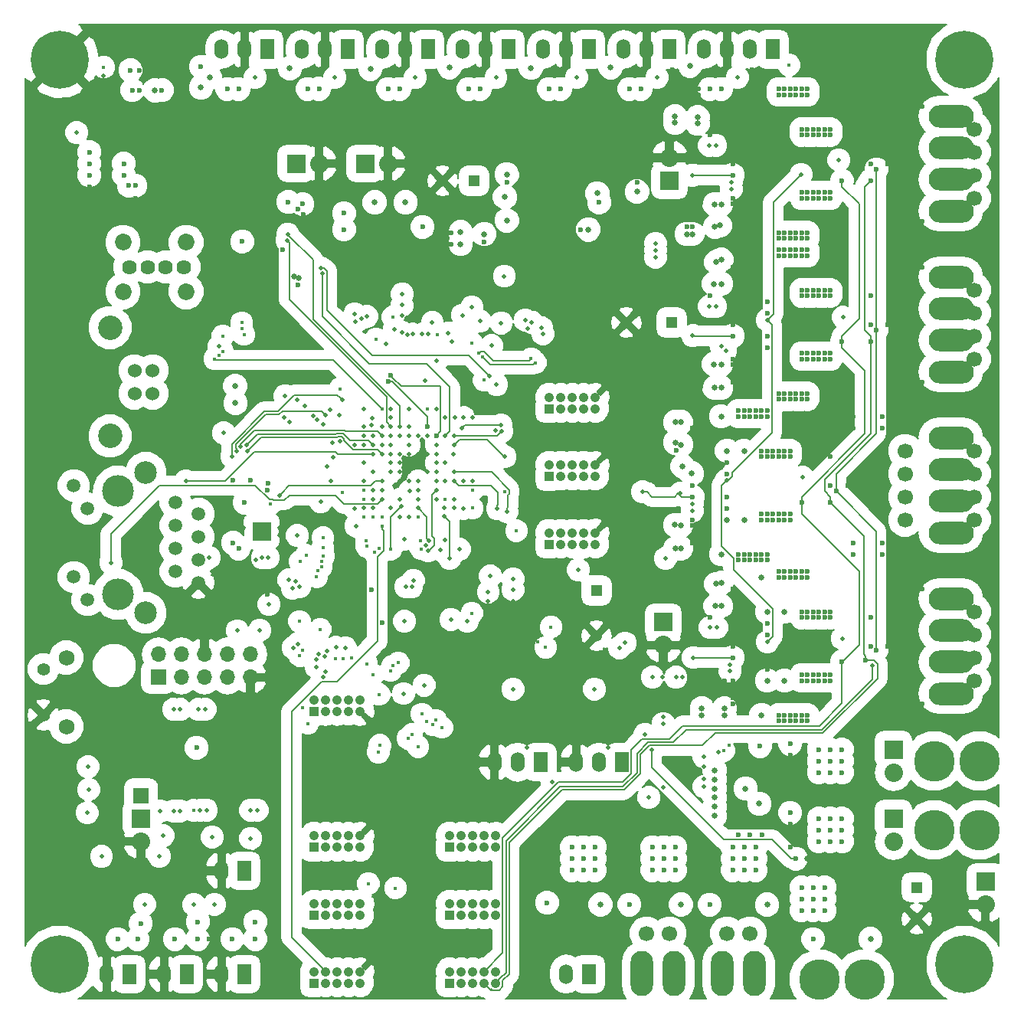
<source format=gbl>
G04 #@! TF.FileFunction,Copper,L5,Inr,Signal*
%FSLAX46Y46*%
G04 Gerber Fmt 4.6, Leading zero omitted, Abs format (unit mm)*
G04 Created by KiCad (PCBNEW 4.0.7) date 02/13/20 09:13:15*
%MOMM*%
%LPD*%
G01*
G04 APERTURE LIST*
%ADD10C,0.100000*%
%ADD11C,1.700000*%
%ADD12O,5.000000X2.500000*%
%ADD13R,1.524000X2.197100*%
%ADD14O,1.524000X2.197100*%
%ADD15R,2.032000X2.032000*%
%ADD16O,2.032000X2.032000*%
%ADD17C,1.524000*%
%ADD18C,2.700020*%
%ADD19C,1.620000*%
%ADD20C,1.850000*%
%ADD21R,1.050000X1.050000*%
%ADD22C,1.050000*%
%ADD23C,0.600000*%
%ADD24R,0.762000X0.762000*%
%ADD25R,1.998980X1.998980*%
%ADD26C,6.400000*%
%ADD27R,1.300000X1.300000*%
%ADD28C,1.300000*%
%ADD29O,2.500000X5.000000*%
%ADD30C,4.500000*%
%ADD31C,1.727200*%
%ADD32C,1.422400*%
%ADD33R,1.700000X1.700000*%
%ADD34O,1.700000X1.700000*%
%ADD35C,3.500000*%
%ADD36C,2.500000*%
%ADD37C,1.500000*%
%ADD38C,0.650000*%
%ADD39C,0.500000*%
%ADD40C,0.450000*%
%ADD41C,0.200000*%
G04 APERTURE END LIST*
D10*
D11*
X123825000Y-73660000D03*
X123825000Y-76200000D03*
X131445000Y-78740000D03*
X123825000Y-81280000D03*
X131445000Y-81280000D03*
X123825000Y-78740000D03*
D12*
X128905000Y-82720000D03*
X128905000Y-79220000D03*
D11*
X131445000Y-76200000D03*
X131445000Y-73660000D03*
D12*
X128905000Y-75720000D03*
X128905000Y-72220000D03*
D13*
X38100000Y-131521200D03*
D14*
X35560000Y-131521200D03*
D15*
X122555000Y-106680000D03*
D16*
X122555000Y-109220000D03*
D15*
X97100000Y-92600000D03*
D16*
X97100000Y-95140000D03*
D14*
X48260000Y-29286200D03*
D13*
X53340000Y-29286200D03*
D14*
X50800000Y-29286200D03*
D15*
X56515000Y-41910000D03*
D16*
X59055000Y-41910000D03*
D13*
X44450000Y-131521200D03*
D14*
X41910000Y-131521200D03*
X57150000Y-29286200D03*
D13*
X62230000Y-29286200D03*
D14*
X59690000Y-29286200D03*
D15*
X64135000Y-41910000D03*
D16*
X66675000Y-41910000D03*
D13*
X50800000Y-131521200D03*
D14*
X48260000Y-131521200D03*
X66040000Y-29286200D03*
D13*
X71120000Y-29286200D03*
D14*
X68580000Y-29286200D03*
D13*
X88900000Y-131521200D03*
D14*
X86360000Y-131521200D03*
X74930000Y-29286200D03*
D13*
X80010000Y-29286200D03*
D14*
X77470000Y-29286200D03*
D17*
X40640000Y-64770000D03*
X40640000Y-67310000D03*
X38641020Y-67310000D03*
X38641020Y-64770000D03*
D18*
X35941000Y-60040520D03*
X35941000Y-72039480D03*
D14*
X83820000Y-29286200D03*
D13*
X88900000Y-29286200D03*
D14*
X86360000Y-29286200D03*
X92710000Y-29286200D03*
D13*
X97790000Y-29286200D03*
D14*
X95250000Y-29286200D03*
D19*
X38100000Y-53340000D03*
X40100000Y-53340000D03*
X42100000Y-53340000D03*
D20*
X37370000Y-50620000D03*
D19*
X44100000Y-53340000D03*
D20*
X44370000Y-50620000D03*
X37370000Y-56060000D03*
X44370000Y-56060000D03*
D21*
X58500000Y-102500000D03*
D22*
X59770000Y-102500000D03*
X61040000Y-102500000D03*
X62310000Y-102500000D03*
X63580000Y-102500000D03*
X59770000Y-101230000D03*
X61040000Y-101230000D03*
X62310000Y-101230000D03*
X63580000Y-101230000D03*
X58500000Y-101230000D03*
D21*
X73500000Y-132500000D03*
D22*
X74770000Y-132500000D03*
X76040000Y-132500000D03*
X77310000Y-132500000D03*
X78580000Y-132500000D03*
X74770000Y-131230000D03*
X76040000Y-131230000D03*
X77310000Y-131230000D03*
X78580000Y-131230000D03*
X73500000Y-131230000D03*
D15*
X39370000Y-114300000D03*
D16*
X39370000Y-116840000D03*
D21*
X58500000Y-132500000D03*
D22*
X59770000Y-132500000D03*
X61040000Y-132500000D03*
X62310000Y-132500000D03*
X63580000Y-132500000D03*
X59770000Y-131230000D03*
X61040000Y-131230000D03*
X62310000Y-131230000D03*
X63580000Y-131230000D03*
X58500000Y-131230000D03*
D11*
X131445000Y-43180000D03*
X131445000Y-45720000D03*
D12*
X128905000Y-47160000D03*
X128905000Y-43660000D03*
D11*
X131445000Y-40640000D03*
X131445000Y-38100000D03*
D12*
X128905000Y-40160000D03*
X128905000Y-36660000D03*
D11*
X131445000Y-60960000D03*
X131445000Y-63500000D03*
D12*
X128905000Y-64940000D03*
X128905000Y-61440000D03*
D11*
X131445000Y-58420000D03*
X131445000Y-55880000D03*
D12*
X128905000Y-57940000D03*
X128905000Y-54440000D03*
D11*
X131445000Y-96520000D03*
X131445000Y-99060000D03*
D12*
X128905000Y-100500000D03*
X128905000Y-97000000D03*
D11*
X131445000Y-93980000D03*
X131445000Y-91440000D03*
D12*
X128905000Y-93500000D03*
X128905000Y-90000000D03*
D21*
X73500000Y-125000000D03*
D22*
X74770000Y-125000000D03*
X76040000Y-125000000D03*
X77310000Y-125000000D03*
X78580000Y-125000000D03*
X74770000Y-123730000D03*
X76040000Y-123730000D03*
X77310000Y-123730000D03*
X78580000Y-123730000D03*
X73500000Y-123730000D03*
D21*
X58500000Y-125000000D03*
D22*
X59770000Y-125000000D03*
X61040000Y-125000000D03*
X62310000Y-125000000D03*
X63580000Y-125000000D03*
X59770000Y-123730000D03*
X61040000Y-123730000D03*
X62310000Y-123730000D03*
X63580000Y-123730000D03*
X58500000Y-123730000D03*
D21*
X73500000Y-117500000D03*
D22*
X74770000Y-117500000D03*
X76040000Y-117500000D03*
X77310000Y-117500000D03*
X78580000Y-117500000D03*
X74770000Y-116230000D03*
X76040000Y-116230000D03*
X77310000Y-116230000D03*
X78580000Y-116230000D03*
X73500000Y-116230000D03*
D23*
X98425000Y-117475000D03*
X97155000Y-117475000D03*
X95885000Y-117475000D03*
X98425000Y-118745000D03*
X97155000Y-118745000D03*
X95885000Y-118745000D03*
X98425000Y-120015000D03*
X97155000Y-120015000D03*
X95885000Y-120015000D03*
X107315000Y-117475000D03*
X106045000Y-117475000D03*
X104775000Y-117475000D03*
X107315000Y-118745000D03*
X106045000Y-118745000D03*
X104775000Y-118745000D03*
X107315000Y-120015000D03*
X106045000Y-120015000D03*
X104775000Y-120015000D03*
X114935000Y-121920000D03*
X113665000Y-121920000D03*
X112395000Y-121920000D03*
X114935000Y-123190000D03*
X113665000Y-123190000D03*
X112395000Y-123190000D03*
X114935000Y-124460000D03*
X113665000Y-124460000D03*
X112395000Y-124460000D03*
D24*
X53205380Y-83050380D03*
X52204620Y-83050380D03*
X52204620Y-82049620D03*
X53205380Y-82049620D03*
D25*
X52705000Y-82550000D03*
D26*
X30400000Y-30400000D03*
X130400000Y-30400000D03*
X30400000Y-130400000D03*
X130400000Y-130400000D03*
D27*
X98000000Y-59500000D03*
D28*
X93000000Y-59500000D03*
X72700000Y-43815000D03*
D27*
X76200000Y-43815000D03*
X89700000Y-89100000D03*
D28*
X89700000Y-94100000D03*
D11*
X97790000Y-127000000D03*
X95250000Y-127000000D03*
D29*
X98270000Y-131445000D03*
X94770000Y-131445000D03*
D11*
X106680000Y-127000000D03*
X104140000Y-127000000D03*
D29*
X107160000Y-131445000D03*
X103660000Y-131445000D03*
D21*
X58500000Y-117500000D03*
D22*
X59770000Y-117500000D03*
X61040000Y-117500000D03*
X62310000Y-117500000D03*
X63580000Y-117500000D03*
X59770000Y-116230000D03*
X61040000Y-116230000D03*
X62310000Y-116230000D03*
X63580000Y-116230000D03*
X58500000Y-116230000D03*
D15*
X122555000Y-114300000D03*
D16*
X122555000Y-116840000D03*
D30*
X127040000Y-107950000D03*
X132040000Y-107950000D03*
X127040000Y-115570000D03*
X132040000Y-115570000D03*
X114340000Y-132080000D03*
X119340000Y-132080000D03*
D23*
X89535000Y-117475000D03*
X88265000Y-117475000D03*
X86995000Y-117475000D03*
X89535000Y-118745000D03*
X88265000Y-118745000D03*
X86995000Y-118745000D03*
X89535000Y-120015000D03*
X88265000Y-120015000D03*
X86995000Y-120015000D03*
X114300000Y-109220000D03*
X114300000Y-107950000D03*
X114300000Y-106680000D03*
X115570000Y-109220000D03*
X115570000Y-107950000D03*
X115570000Y-106680000D03*
X116840000Y-109220000D03*
X116840000Y-107950000D03*
X116840000Y-106680000D03*
X114300000Y-116840000D03*
X114300000Y-115570000D03*
X114300000Y-114300000D03*
X115570000Y-116840000D03*
X115570000Y-115570000D03*
X115570000Y-114300000D03*
X116840000Y-116840000D03*
X116840000Y-115570000D03*
X116840000Y-114300000D03*
D15*
X97790000Y-43815000D03*
D16*
X97790000Y-41275000D03*
D15*
X132715000Y-121285000D03*
D16*
X132715000Y-123825000D03*
D28*
X125095000Y-125420000D03*
D27*
X125095000Y-121920000D03*
D13*
X50800000Y-120091200D03*
D14*
X48260000Y-120091200D03*
D31*
X31115000Y-104140000D03*
X31115000Y-96520000D03*
D32*
X28575000Y-97790000D03*
X28575000Y-102870000D03*
D33*
X41270000Y-98670000D03*
D34*
X41300000Y-96160000D03*
X43840000Y-98700000D03*
X43840000Y-96160000D03*
X46380000Y-98700000D03*
X46380000Y-96160000D03*
X48920000Y-98700000D03*
X48920000Y-96160000D03*
X51460000Y-98700000D03*
X51460000Y-96160000D03*
D14*
X78460000Y-108076200D03*
D13*
X83540000Y-108076200D03*
D14*
X81000000Y-108076200D03*
X87460000Y-108076200D03*
D13*
X92540000Y-108076200D03*
D14*
X90000000Y-108076200D03*
D33*
X39370000Y-111760000D03*
D14*
X101600000Y-29286200D03*
X104140000Y-29286200D03*
D13*
X109220000Y-29286200D03*
D14*
X106680000Y-29286200D03*
D21*
X84500000Y-69000000D03*
D22*
X85770000Y-69000000D03*
X87040000Y-69000000D03*
X88310000Y-69000000D03*
X89580000Y-69000000D03*
X85770000Y-67730000D03*
X87040000Y-67730000D03*
X88310000Y-67730000D03*
X89580000Y-67730000D03*
X84500000Y-67730000D03*
D21*
X84500000Y-76500000D03*
D22*
X85770000Y-76500000D03*
X87040000Y-76500000D03*
X88310000Y-76500000D03*
X89580000Y-76500000D03*
X85770000Y-75230000D03*
X87040000Y-75230000D03*
X88310000Y-75230000D03*
X89580000Y-75230000D03*
X84500000Y-75230000D03*
D21*
X84500000Y-84000000D03*
D22*
X85770000Y-84000000D03*
X87040000Y-84000000D03*
X88310000Y-84000000D03*
X89580000Y-84000000D03*
X85770000Y-82730000D03*
X87040000Y-82730000D03*
X88310000Y-82730000D03*
X89580000Y-82730000D03*
X84500000Y-82730000D03*
D35*
X36830000Y-89535000D03*
X36830000Y-78105000D03*
D36*
X39880000Y-91565000D03*
X39880000Y-76075000D03*
D37*
X33450000Y-90155000D03*
X31930000Y-77505000D03*
X31930000Y-87615000D03*
X33450000Y-80045000D03*
X45720000Y-83185000D03*
X45720000Y-80645000D03*
X45720000Y-85725000D03*
X45720000Y-88265000D03*
X43180000Y-84455000D03*
X43180000Y-86995000D03*
X43180000Y-81915000D03*
X43180000Y-79375000D03*
D38*
X98404284Y-81854040D03*
X101370136Y-102931096D03*
D39*
X41400000Y-118500000D03*
X41800000Y-116200000D03*
X33500000Y-108600000D03*
D38*
X99088958Y-72996042D03*
X98421416Y-72758707D03*
X98425000Y-70485000D03*
X99224111Y-75387063D03*
X100253833Y-76161072D03*
X102950423Y-52807716D03*
X103528982Y-52537064D03*
X103358051Y-48758051D03*
D39*
X102900000Y-39900000D03*
X102200000Y-39900000D03*
X102900000Y-57700000D03*
X102200000Y-57700000D03*
X103000000Y-93200000D03*
X102300000Y-93200000D03*
D38*
X102953236Y-88372889D03*
X107950000Y-102870000D03*
X101370136Y-102131096D03*
X103870136Y-102131096D03*
X103870136Y-102931096D03*
X102800000Y-66700000D03*
X102700000Y-64100000D03*
X103500000Y-66700000D03*
X103500000Y-64100000D03*
X102700000Y-55200000D03*
X103500000Y-55200000D03*
X102800000Y-48900000D03*
X102800000Y-46400000D03*
X103500000Y-46400000D03*
X98400000Y-36700000D03*
X98400000Y-37400000D03*
X100900000Y-36800000D03*
X100900000Y-37500000D03*
X110490000Y-91440000D03*
X108585000Y-91440000D03*
X108585000Y-99060000D03*
X110490000Y-99060000D03*
X107950000Y-87630000D03*
X103505000Y-90805000D03*
X102870000Y-90805000D03*
X103505000Y-88265000D03*
X99060000Y-70485000D03*
X103505000Y-69850000D03*
X104140000Y-81280000D03*
X104140000Y-73660000D03*
X106045000Y-73660000D03*
X106045000Y-81280000D03*
X103505000Y-85090000D03*
X99060000Y-84455000D03*
X98425000Y-84455000D03*
X99060000Y-81915000D03*
D39*
X64952966Y-70041913D03*
X99256421Y-98643579D03*
D40*
X104394910Y-106186374D03*
D23*
X108000000Y-116100000D03*
X106700000Y-116100000D03*
X105400000Y-116100000D03*
D40*
X83200000Y-94800000D03*
D23*
X89000000Y-102900000D03*
X80000000Y-102900000D03*
X95996760Y-81975960D03*
X95280480Y-81975962D03*
D39*
X97000000Y-98700000D03*
D40*
X81400000Y-96500000D03*
X85000000Y-97200000D03*
D23*
X121920000Y-95250000D03*
X117475000Y-77470000D03*
X121920000Y-59690000D03*
X121920000Y-41910000D03*
X49530000Y-76945490D03*
X112500000Y-28000000D03*
X57014991Y-90758252D03*
D39*
X58382925Y-81277086D03*
D23*
X34600010Y-127635000D03*
D39*
X34550010Y-121500000D03*
X70862017Y-91319024D03*
D23*
X64856310Y-89032029D03*
X66039852Y-92681417D03*
D39*
X82100783Y-60189836D03*
D23*
X53395357Y-77278689D03*
D39*
X52090451Y-85733497D03*
D23*
X53306270Y-77992421D03*
D39*
X55204360Y-69988596D03*
X61335633Y-72590476D03*
D23*
X56015009Y-90646845D03*
X56437156Y-91066763D03*
D39*
X68264863Y-58747284D03*
D23*
X70485000Y-51365268D03*
X73660000Y-50800000D03*
X98505586Y-73579414D03*
X96449196Y-70118248D03*
X96449196Y-70314952D03*
X96399287Y-72504351D03*
X96399287Y-72684233D03*
D39*
X74037907Y-70000000D03*
X91000000Y-106500000D03*
X82000000Y-106500000D03*
D23*
X56726360Y-46959208D03*
X57346617Y-47560093D03*
X55016143Y-51394348D03*
D39*
X70000000Y-92500000D03*
D23*
X100413204Y-53149376D03*
X100688126Y-53149376D03*
X99694876Y-48875004D03*
X100330724Y-48875560D03*
X108585000Y-40560090D03*
X104815301Y-47907008D03*
D39*
X64000000Y-80000000D03*
X64000000Y-75000000D03*
D23*
X95236448Y-84347050D03*
D39*
X93500000Y-100500000D03*
X84500000Y-100500000D03*
X100300000Y-85800000D03*
X98900000Y-86300000D03*
X38548331Y-120705754D03*
X52000000Y-123800000D03*
X45200000Y-120700000D03*
X41300000Y-123800000D03*
X41000000Y-121500000D03*
X34800000Y-123800000D03*
X49500000Y-116500000D03*
X97100000Y-110900000D03*
X97300000Y-108100000D03*
X101600000Y-109900000D03*
X101600000Y-108600000D03*
D23*
X106887645Y-31558230D03*
X98134593Y-31555270D03*
D39*
X97100000Y-103100000D03*
D23*
X56701708Y-55343798D03*
X87989987Y-49200000D03*
X42006612Y-45279103D03*
X41336776Y-45829867D03*
X41910000Y-41360090D03*
X38752400Y-45798350D03*
D39*
X77750000Y-90250000D03*
X80500000Y-90250000D03*
X35250000Y-32250000D03*
X59296510Y-65796510D03*
X70000000Y-72000000D03*
X71000000Y-72000000D03*
X69000000Y-75000000D03*
X70000000Y-74000000D03*
X72000000Y-74000000D03*
X71000000Y-74000000D03*
X72000000Y-76000000D03*
X71000000Y-76000000D03*
X69000000Y-76000000D03*
X69000000Y-77000000D03*
X69000000Y-74000000D03*
X68000000Y-74000000D03*
X68000000Y-75000000D03*
X68000000Y-76000000D03*
X68000000Y-77000000D03*
X76000000Y-77000000D03*
X76000000Y-70000000D03*
D23*
X77300000Y-50600000D03*
X91200000Y-51400000D03*
X46400000Y-54400000D03*
X39200000Y-33800000D03*
X39200000Y-31600000D03*
X86000000Y-47400000D03*
X85000000Y-44000000D03*
X86400000Y-44000000D03*
X85000000Y-47400000D03*
X87800000Y-42200000D03*
X94200000Y-44000000D03*
X84200000Y-43800000D03*
X79800000Y-44000000D03*
X111125000Y-107315000D03*
X111125000Y-108585000D03*
X111125000Y-109855000D03*
X111125000Y-114935000D03*
X111125000Y-116205000D03*
X111125000Y-117475000D03*
X65405000Y-50165000D03*
X68580000Y-50165000D03*
X73660000Y-49530000D03*
X41910000Y-36195000D03*
X39370000Y-36195000D03*
X50800000Y-90805000D03*
X49530000Y-90805000D03*
X50165000Y-88900000D03*
X36195000Y-38100000D03*
X33655000Y-44450000D03*
X45720000Y-71120000D03*
X44450000Y-71120000D03*
X45720000Y-72390000D03*
X45085000Y-72390000D03*
X44450000Y-72390000D03*
X53340000Y-89535000D03*
X40005000Y-85090000D03*
X40005000Y-82550000D03*
X28575000Y-109220000D03*
X28575000Y-111760000D03*
X28575000Y-114300000D03*
X28575000Y-116840000D03*
X28575000Y-119380000D03*
X28575000Y-121920000D03*
X28575000Y-124460000D03*
X108585000Y-93980000D03*
X108585000Y-92710000D03*
X108585000Y-97790000D03*
X108585000Y-96520000D03*
X104775000Y-100965000D03*
X104775000Y-101600000D03*
X104775000Y-89535000D03*
X104775000Y-88900000D03*
X100330000Y-83820000D03*
X100330000Y-83185000D03*
X104140000Y-80010000D03*
X104140000Y-78740000D03*
X104140000Y-76200000D03*
X104140000Y-74930000D03*
X100330000Y-71755000D03*
X100330000Y-71120000D03*
X108585000Y-58420000D03*
X108585000Y-57150000D03*
X108585000Y-62230000D03*
X108585000Y-60960000D03*
X104775000Y-66040000D03*
X104775000Y-65405000D03*
X104775000Y-53975000D03*
X104775000Y-53340000D03*
X104775000Y-36195000D03*
X104775000Y-47625000D03*
X108585000Y-44450000D03*
X108585000Y-43180000D03*
X108585000Y-39370000D03*
X104775000Y-35560000D03*
X99695000Y-90805000D03*
X100330000Y-90805000D03*
X99695000Y-88265000D03*
X100330000Y-88265000D03*
X101335136Y-99126096D03*
X101335136Y-99761096D03*
X103875136Y-99126096D03*
X103875136Y-99761096D03*
X95885000Y-84455000D03*
X99695000Y-66675000D03*
X100330000Y-66675000D03*
X99695000Y-64135000D03*
X100330000Y-64135000D03*
X99695000Y-55245000D03*
X100330000Y-55245000D03*
X100965000Y-33655000D03*
X98425000Y-33655000D03*
X99695000Y-46355000D03*
X100330000Y-46355000D03*
X100965000Y-34290000D03*
X98425000Y-34290000D03*
X104775000Y-99060000D03*
X104775000Y-99695000D03*
X104775000Y-95250000D03*
X102235000Y-92075000D03*
X100330000Y-81280000D03*
X100330000Y-81915000D03*
X100330000Y-77470000D03*
X120015000Y-41910000D03*
X120015000Y-59690000D03*
X115570000Y-77470000D03*
X120015000Y-95250000D03*
X125730000Y-102870000D03*
X125730000Y-101600000D03*
X122555000Y-102870000D03*
X122555000Y-101600000D03*
X120015000Y-92075000D03*
X125730000Y-88900000D03*
X125730000Y-87630000D03*
X122555000Y-88900000D03*
X122555000Y-87630000D03*
X121285000Y-85090000D03*
X121285000Y-83820000D03*
X118110000Y-85090000D03*
X118110000Y-83820000D03*
X121285000Y-71120000D03*
X121285000Y-69850000D03*
X118110000Y-71120000D03*
X118110000Y-69850000D03*
X125730000Y-67310000D03*
X125730000Y-66040000D03*
X122555000Y-67310000D03*
X122555000Y-66040000D03*
X125730000Y-53340000D03*
X125730000Y-52070000D03*
X122555000Y-53340000D03*
X122555000Y-52070000D03*
X115570000Y-74295000D03*
X120015000Y-56515000D03*
X104775000Y-64135000D03*
X104775000Y-63500000D03*
X104775000Y-59690000D03*
X102235000Y-56515000D03*
X102235000Y-38735000D03*
X104775000Y-45720000D03*
X104775000Y-46355000D03*
X104775000Y-41910000D03*
X125730000Y-49530000D03*
X125730000Y-48260000D03*
X122555000Y-49530000D03*
X122555000Y-48260000D03*
X125730000Y-35560000D03*
X125730000Y-34290000D03*
X122555000Y-35560000D03*
X122555000Y-34290000D03*
X120015000Y-38735000D03*
X52070000Y-35560000D03*
X88900000Y-33655000D03*
X80010000Y-33655000D03*
X71120000Y-33655000D03*
X62230000Y-33655000D03*
X53340000Y-33655000D03*
X46925230Y-127635000D03*
X40565070Y-127635000D03*
D38*
X90159513Y-114167109D03*
X88868449Y-114205457D03*
X87560955Y-114230681D03*
X96335000Y-114115000D03*
X97790000Y-114300000D03*
X99060000Y-114300000D03*
X115570000Y-118745000D03*
X114300000Y-118745000D03*
X113030000Y-118745000D03*
D40*
X63996134Y-81001249D03*
X64334149Y-84227316D03*
D39*
X58704355Y-96764524D03*
X43670653Y-113483539D03*
X63133621Y-81960776D03*
X59679412Y-96369204D03*
X46599801Y-113400000D03*
X96250000Y-51500000D03*
X96250000Y-52250000D03*
X96250000Y-50750000D03*
D40*
X64500000Y-121500000D03*
D38*
X49807839Y-68373940D03*
X49774990Y-66491611D03*
X74700000Y-50800000D03*
X56325010Y-54429161D03*
D39*
X80500000Y-100000000D03*
X89500000Y-100000000D03*
D38*
X56835085Y-54529639D03*
D39*
X32250000Y-38500000D03*
D38*
X79800000Y-48200000D03*
X79800000Y-43100000D03*
X79600000Y-45600000D03*
X77300000Y-49700000D03*
X74700000Y-49500000D03*
X65200000Y-46200000D03*
X68600000Y-46200000D03*
X46000000Y-33500000D03*
X94200000Y-45000000D03*
X89800000Y-45200000D03*
D39*
X66018908Y-71010434D03*
D23*
X45500000Y-106500000D03*
D40*
X67500000Y-122000000D03*
D39*
X56653967Y-83041153D03*
X59222534Y-79302952D03*
X73613343Y-92314792D03*
X55722933Y-87956162D03*
X56421706Y-88099863D03*
X55809997Y-70442771D03*
X53500662Y-90638148D03*
X68264863Y-56317509D03*
X79529751Y-54351345D03*
D23*
X100348734Y-78739501D03*
D39*
X94800000Y-78200000D03*
X98949012Y-78369426D03*
X97349821Y-85553490D03*
D23*
X57211037Y-46386969D03*
X55645044Y-46152842D03*
X50550626Y-50522608D03*
D39*
X68500000Y-92500000D03*
X78002130Y-87508080D03*
X80490826Y-87834018D03*
X33416776Y-113668191D03*
X100344531Y-43189409D03*
X100356654Y-60944631D03*
X100425806Y-96517619D03*
D23*
X104775000Y-96520000D03*
X104775000Y-60960000D03*
X104775000Y-43180000D03*
D39*
X63000000Y-73000000D03*
X42960000Y-102250000D03*
X45710000Y-102250000D03*
D23*
X41674742Y-33783745D03*
D39*
X65000000Y-76000000D03*
X72000000Y-73000000D03*
X69000000Y-73000000D03*
X73000000Y-75000000D03*
X72000000Y-75000000D03*
X73000000Y-77000000D03*
X72000000Y-77000000D03*
X70000000Y-77000000D03*
X70000000Y-78000000D03*
X67000000Y-73000000D03*
X67000000Y-74000000D03*
X67000000Y-75000000D03*
X67000000Y-76000000D03*
X75000000Y-77000000D03*
X75000000Y-70000000D03*
D23*
X70485000Y-48895000D03*
X38400000Y-33800000D03*
X38200000Y-31600000D03*
X61800000Y-49200000D03*
X61800000Y-47400000D03*
X46000000Y-31200000D03*
D39*
X59541344Y-98685944D03*
X52200000Y-113400000D03*
X101600000Y-107500000D03*
X97100000Y-103800000D03*
X58745910Y-97539695D03*
D40*
X64288589Y-83562975D03*
X63985354Y-79000090D03*
D39*
X45900000Y-113400000D03*
X59956375Y-95781261D03*
X63000000Y-80012751D03*
X41500000Y-113500000D03*
D23*
X38987795Y-127635000D03*
X45645070Y-127635000D03*
X52005230Y-127635000D03*
D39*
X68007855Y-80999282D03*
X68499910Y-83458826D03*
X69022419Y-81000358D03*
D23*
X49541270Y-83831270D03*
X50165000Y-84455000D03*
X93345000Y-123825000D03*
X102235000Y-123825000D03*
X84245636Y-123615632D03*
X113665000Y-127635000D03*
X39335694Y-125921222D03*
X36794400Y-127635000D03*
D38*
X100055425Y-31099175D03*
X55813477Y-31372440D03*
X64720775Y-31424254D03*
X73469097Y-31267634D03*
X82463537Y-31334757D03*
X91278983Y-31267634D03*
X46990000Y-32385000D03*
D23*
X50165000Y-33655000D03*
X48895000Y-33655000D03*
X45645070Y-125730000D03*
X43105070Y-127635000D03*
X59051876Y-33647975D03*
X57785000Y-33655000D03*
X52005230Y-125730000D03*
X49465230Y-127635000D03*
X67945000Y-33655000D03*
X66675000Y-33655000D03*
X76835000Y-33655000D03*
X75565000Y-33655000D03*
X85725000Y-33655000D03*
X84455000Y-33655000D03*
X94615000Y-33655000D03*
X93345000Y-33655000D03*
X103505000Y-33655000D03*
X102235000Y-33655000D03*
D39*
X77750000Y-89250000D03*
D40*
X35250000Y-31250000D03*
D39*
X69286575Y-88680705D03*
X68636885Y-88697668D03*
X44329742Y-76995490D03*
X46901783Y-85455656D03*
X65000000Y-74000000D03*
X43710000Y-102250000D03*
X70846613Y-84115068D03*
X70000000Y-79000000D03*
X72469450Y-84604333D03*
X72000000Y-79000000D03*
X71217734Y-83576616D03*
X69999910Y-80000000D03*
X73993966Y-80002304D03*
X71119728Y-84704808D03*
X72000000Y-78000000D03*
X87710179Y-86821249D03*
D40*
X59175957Y-93385657D03*
D39*
X58971399Y-96159069D03*
X43005558Y-113483501D03*
X75449821Y-92501464D03*
D40*
X59481274Y-83274821D03*
X66972172Y-97976811D03*
X50754912Y-60804378D03*
D39*
X67000000Y-70000000D03*
X70649455Y-99572107D03*
D40*
X64304024Y-97192299D03*
X67200000Y-58868739D03*
X56947759Y-85890088D03*
X50500000Y-59500000D03*
D23*
X112395000Y-45085000D03*
X113030000Y-45085000D03*
X113665000Y-45085000D03*
X114300000Y-45085000D03*
X114935000Y-45085000D03*
X115570000Y-45085000D03*
X115570000Y-45720000D03*
X112395000Y-45720000D03*
X113030000Y-45720000D03*
X113665000Y-45720000D03*
X114300000Y-45720000D03*
X114935000Y-45720000D03*
X109855000Y-49530000D03*
X110490000Y-49530000D03*
X111125000Y-49530000D03*
X111760000Y-49530000D03*
X112395000Y-49530000D03*
X113030000Y-49530000D03*
X113030000Y-50165000D03*
X109855000Y-50165000D03*
X110490000Y-50165000D03*
X111125000Y-50165000D03*
X111760000Y-50165000D03*
X112395000Y-50165000D03*
X113030000Y-34290000D03*
X109855000Y-34290000D03*
X110490000Y-34290000D03*
X111125000Y-34290000D03*
X111760000Y-34290000D03*
X112395000Y-34290000D03*
X109855000Y-33655000D03*
X112395000Y-33655000D03*
X113030000Y-33655000D03*
X111760000Y-33655000D03*
X111125000Y-33655000D03*
X110490000Y-33655000D03*
X112395000Y-38100000D03*
X115570000Y-38100000D03*
X114935000Y-38100000D03*
X114300000Y-38100000D03*
X113665000Y-38100000D03*
X113030000Y-38100000D03*
X114935000Y-38735000D03*
X115570000Y-38735000D03*
X114300000Y-38735000D03*
X113665000Y-38735000D03*
X113030000Y-38735000D03*
X112395000Y-38735000D03*
X112395000Y-63500000D03*
X113030000Y-63500000D03*
X113665000Y-63500000D03*
X114300000Y-63500000D03*
X114935000Y-63500000D03*
X115570000Y-63500000D03*
X115570000Y-62865000D03*
X114935000Y-62865000D03*
X114300000Y-62865000D03*
X113665000Y-62865000D03*
X113030000Y-62865000D03*
X112395000Y-62865000D03*
X109855000Y-67945000D03*
X110490000Y-67945000D03*
X111125000Y-67945000D03*
X111760000Y-67945000D03*
X112395000Y-67945000D03*
X113030000Y-67945000D03*
X113030000Y-67310000D03*
X112395000Y-67310000D03*
X111760000Y-67310000D03*
X111125000Y-67310000D03*
X110490000Y-67310000D03*
X109855000Y-67310000D03*
X109855000Y-51435000D03*
X110490000Y-51435000D03*
X111125000Y-51435000D03*
X111760000Y-51435000D03*
X112395000Y-51435000D03*
X113030000Y-51435000D03*
X113030000Y-52070000D03*
X112395000Y-52070000D03*
X111760000Y-52070000D03*
X111125000Y-52070000D03*
X110490000Y-52070000D03*
X109855000Y-52070000D03*
X112395000Y-56515000D03*
X113030000Y-56515000D03*
X113665000Y-56515000D03*
X114300000Y-56515000D03*
X114935000Y-56515000D03*
X115570000Y-56515000D03*
X115570000Y-55880000D03*
X114935000Y-55880000D03*
X114300000Y-55880000D03*
X113665000Y-55880000D03*
X113030000Y-55880000D03*
X112395000Y-55880000D03*
X107950000Y-80645000D03*
X108585000Y-80645000D03*
X109220000Y-80645000D03*
X109855000Y-80645000D03*
X110490000Y-80645000D03*
X111125000Y-80645000D03*
X111125000Y-81280000D03*
X110490000Y-81280000D03*
X109855000Y-81280000D03*
X109220000Y-81280000D03*
X108585000Y-81280000D03*
X107950000Y-81280000D03*
X105410000Y-85725000D03*
X106045000Y-85725000D03*
X106680000Y-85725000D03*
X107315000Y-85725000D03*
X107950000Y-85725000D03*
X108585000Y-85725000D03*
X108585000Y-85090000D03*
X107950000Y-85090000D03*
X107315000Y-85090000D03*
X106680000Y-85090000D03*
X106045000Y-85090000D03*
X105410000Y-85090000D03*
X105410000Y-69215000D03*
X106045000Y-69215000D03*
X106680000Y-69215000D03*
X107315000Y-69215000D03*
X107950000Y-69215000D03*
X108585000Y-69215000D03*
X108585000Y-69850000D03*
X107950000Y-69850000D03*
X107315000Y-69850000D03*
X106680000Y-69850000D03*
X106045000Y-69850000D03*
X105410000Y-69850000D03*
X107950000Y-74295000D03*
X108585000Y-74295000D03*
X109220000Y-74295000D03*
X109855000Y-74295000D03*
X110490000Y-74295000D03*
X111125000Y-74295000D03*
X111125000Y-73660000D03*
X110490000Y-73660000D03*
X109855000Y-73660000D03*
X109220000Y-73660000D03*
X108585000Y-73660000D03*
X107950000Y-73660000D03*
X112395000Y-98425000D03*
X113030000Y-98425000D03*
X113665000Y-98425000D03*
X114300000Y-98425000D03*
X114935000Y-98425000D03*
X115570000Y-98425000D03*
X115570000Y-99060000D03*
X114935000Y-99060000D03*
X114300000Y-99060000D03*
X113665000Y-99060000D03*
X113030000Y-99060000D03*
X112395000Y-99060000D03*
X109855000Y-103505000D03*
X110490000Y-103505000D03*
X111125000Y-103505000D03*
X111760000Y-103505000D03*
X112395000Y-103505000D03*
X113030000Y-103505000D03*
X113030000Y-102870000D03*
X112395000Y-102870000D03*
X111760000Y-102870000D03*
X111125000Y-102870000D03*
X110490000Y-102870000D03*
X109855000Y-102870000D03*
X109855000Y-86995000D03*
X110490000Y-86995000D03*
X111125000Y-86995000D03*
X111760000Y-86995000D03*
X112395000Y-86995000D03*
X113030000Y-86995000D03*
X113030000Y-87630000D03*
X112395000Y-87630000D03*
X111760000Y-87630000D03*
X111125000Y-87630000D03*
X110490000Y-87630000D03*
X109855000Y-87630000D03*
X112395000Y-92075000D03*
X113030000Y-92075000D03*
X113665000Y-92075000D03*
X114300000Y-92075000D03*
X114935000Y-92075000D03*
X115570000Y-92075000D03*
X115570000Y-91440000D03*
X114935000Y-91440000D03*
X114300000Y-91440000D03*
X113665000Y-91440000D03*
X113030000Y-91440000D03*
X112395000Y-91440000D03*
D39*
X68374327Y-100494084D03*
D40*
X82964311Y-63925090D03*
X77134547Y-63313598D03*
X66009793Y-82013529D03*
X82489401Y-63478171D03*
X76700000Y-62900000D03*
D39*
X75025940Y-80031910D03*
D38*
X40900000Y-33800000D03*
D23*
X38757275Y-44349910D03*
D39*
X68160900Y-79806800D03*
D40*
X66986016Y-84543760D03*
D23*
X37465000Y-41910000D03*
D39*
X65005460Y-79999901D03*
D23*
X38006951Y-44349910D03*
X33655000Y-40640000D03*
D39*
X67000000Y-80000000D03*
X74000000Y-79000000D03*
D23*
X33655000Y-41910000D03*
D39*
X68000000Y-79000000D03*
D23*
X33655000Y-43180000D03*
D39*
X75945367Y-57776135D03*
X95500000Y-112000000D03*
X103167571Y-106928599D03*
X74884869Y-58669374D03*
X79189915Y-59522287D03*
X84796510Y-110296510D03*
X95800000Y-106749821D03*
D23*
X111760000Y-118745000D03*
D39*
X69467447Y-88004464D03*
X48500000Y-71700000D03*
X92239104Y-95435269D03*
X82566479Y-59438264D03*
X95900000Y-98700000D03*
X95100000Y-105000000D03*
X55573490Y-49733490D03*
X68000000Y-71000000D03*
X55495313Y-50378683D03*
X67000000Y-71000000D03*
X59409616Y-54063015D03*
X73000000Y-72000000D03*
X77895814Y-65387857D03*
X59242967Y-53434833D03*
X73940558Y-74026214D03*
X72929541Y-83556530D03*
X72900090Y-80000000D03*
D40*
X72081480Y-60833138D03*
D39*
X104503490Y-97296510D03*
X73344948Y-60649811D03*
X104500000Y-98000000D03*
X69000000Y-71000000D03*
X71083776Y-60712574D03*
X116900000Y-94400000D03*
X36019740Y-86029800D03*
X66000000Y-79000000D03*
X58410525Y-69765366D03*
X63095711Y-59400180D03*
X112338461Y-43116245D03*
X108600000Y-94800000D03*
X104100000Y-76900000D03*
X108600000Y-59200000D03*
X58870081Y-70224924D03*
X59490717Y-70699812D03*
D40*
X77290140Y-65855279D03*
X53700000Y-79500000D03*
X61400000Y-66800000D03*
D39*
X59791180Y-98068838D03*
D40*
X65661293Y-84453972D03*
D39*
X51500000Y-113400000D03*
D40*
X66000000Y-81000000D03*
D39*
X64000000Y-73003368D03*
X64000000Y-72000090D03*
X60242574Y-69113984D03*
D23*
X116840000Y-96986164D03*
D39*
X65000000Y-72000000D03*
D23*
X112395000Y-79375000D03*
X116840000Y-43815000D03*
X116840000Y-61595000D03*
D39*
X63997534Y-71000090D03*
X64314780Y-58814691D03*
X104600000Y-44700000D03*
X67389620Y-60193461D03*
X117000000Y-58900000D03*
X68188208Y-60544629D03*
X103500000Y-62100000D03*
X70436827Y-60774561D03*
X100300000Y-80300000D03*
X67000000Y-69000000D03*
X69437016Y-60767865D03*
X112500000Y-76600000D03*
X68787697Y-60795623D03*
X104000000Y-62600000D03*
D40*
X59474910Y-84360926D03*
D39*
X73500090Y-85570072D03*
X72900090Y-80921442D03*
D40*
X57675690Y-85215460D03*
D39*
X74542402Y-84540574D03*
D40*
X59533507Y-85312021D03*
D39*
X78766324Y-80052492D03*
X74000000Y-77000000D03*
D40*
X59314828Y-86480701D03*
D39*
X79811221Y-80389134D03*
X74000000Y-76000000D03*
D23*
X119490587Y-96803505D03*
D39*
X66000000Y-73000000D03*
D23*
X115570000Y-79375000D03*
X120015000Y-43815000D03*
X120015000Y-61595000D03*
D40*
X59308498Y-85880823D03*
D39*
X78598768Y-71439830D03*
D40*
X47956403Y-63110653D03*
D23*
X66674993Y-66012852D03*
X71000000Y-71000000D03*
D39*
X52500000Y-93500000D03*
X73000000Y-70000000D03*
X52773545Y-85496523D03*
X56098995Y-88865096D03*
X79586562Y-74329276D03*
X74000000Y-73000000D03*
D40*
X58887728Y-86901968D03*
D39*
X79243816Y-71519196D03*
X74000000Y-72000000D03*
X50000000Y-93549821D03*
D40*
X48395544Y-62701937D03*
D23*
X66938965Y-65310936D03*
X72000000Y-72000000D03*
D39*
X74855659Y-71140012D03*
X53423371Y-85485952D03*
X56848111Y-88721703D03*
X79157958Y-70811184D03*
X76851598Y-59315699D03*
D23*
X50800000Y-79375000D03*
X51459912Y-76945490D03*
X90000000Y-46200000D03*
D40*
X45200000Y-113400000D03*
D39*
X47500000Y-123800000D03*
X47239801Y-116357143D03*
X39775174Y-123793218D03*
X45200000Y-123800000D03*
D38*
X102800000Y-114000000D03*
X102797987Y-111000000D03*
X102797987Y-113000000D03*
X102797987Y-112000000D03*
X102797987Y-110000000D03*
X102797987Y-109000000D03*
X106200000Y-111000000D03*
X107725000Y-112675000D03*
D39*
X33593541Y-111114086D03*
X35000000Y-118500000D03*
X101600000Y-110800000D03*
D38*
X99060000Y-123825000D03*
X120015000Y-127635000D03*
X108585000Y-123825000D03*
X90170000Y-123825000D03*
D40*
X103800000Y-106800000D03*
D39*
X51500000Y-116500000D03*
X68232475Y-57558771D03*
X80500000Y-89000000D03*
D23*
X111125000Y-113665000D03*
X111125000Y-106045000D03*
D39*
X61935597Y-95440313D03*
X60935786Y-95399956D03*
X55294313Y-67589141D03*
X87500000Y-32385000D03*
X57473589Y-68680136D03*
X105300000Y-32385000D03*
X78119382Y-62044204D03*
X61323879Y-69722051D03*
X63704075Y-59037006D03*
X116500000Y-41500000D03*
X104600000Y-44000000D03*
X63000000Y-58500000D03*
X56627586Y-67985595D03*
X96400000Y-32385000D03*
X60520744Y-72744614D03*
X78600000Y-32385000D03*
D40*
X56888024Y-92521670D03*
D39*
X60376421Y-77031614D03*
X64014382Y-77000000D03*
X65000000Y-78997010D03*
X59892231Y-75390209D03*
X52000000Y-32385000D03*
X65010822Y-77997199D03*
X60800000Y-32385000D03*
X51011150Y-73049843D03*
X65000000Y-73000000D03*
X71571099Y-59500298D03*
X100300000Y-79500000D03*
X64000000Y-69000000D03*
X54672916Y-78565153D03*
X66000000Y-77000000D03*
X60639094Y-74374221D03*
X69700000Y-32385000D03*
X66000000Y-78000000D03*
X51157604Y-73685681D03*
X66000000Y-74000000D03*
X65996510Y-72011858D03*
X50380050Y-73205077D03*
X56700090Y-95021495D03*
X67000000Y-72000000D03*
X59800000Y-69700000D03*
X49900000Y-73700000D03*
X61582003Y-68011292D03*
X56187096Y-95420523D03*
X68000000Y-72000000D03*
X49400000Y-74300000D03*
X72002768Y-63691677D03*
X69000000Y-72000000D03*
X72000000Y-69000000D03*
D40*
X58774910Y-87610378D03*
X50499416Y-60190762D03*
X71000000Y-69000000D03*
X56925090Y-96298156D03*
X48412599Y-60954348D03*
X65359235Y-61309233D03*
X75913024Y-61753425D03*
X111000000Y-31000000D03*
X60893770Y-96671731D03*
X61700000Y-96600000D03*
X62661032Y-96595323D03*
X72625268Y-104247424D03*
X71925446Y-103433686D03*
X71612071Y-103945243D03*
X70242923Y-83600000D03*
X67199966Y-97421829D03*
X57820695Y-103800000D03*
X65173183Y-84858019D03*
X57200000Y-102100000D03*
X65000000Y-81000000D03*
X47500000Y-63500000D03*
X66000000Y-69000000D03*
X65000000Y-98400000D03*
X70000000Y-81000000D03*
X70351272Y-84499991D03*
X67800000Y-97100000D03*
X70975634Y-103569958D03*
X70404570Y-102766540D03*
X80865458Y-82502462D03*
X69314435Y-105028870D03*
X76000000Y-80000000D03*
X75950153Y-91604392D03*
X68872431Y-105434488D03*
X65700000Y-100600000D03*
X73000000Y-79000000D03*
X65600000Y-107000000D03*
X79600000Y-78200000D03*
X76000000Y-78000000D03*
X65766826Y-106200000D03*
X69992614Y-106379012D03*
X57200000Y-95700000D03*
X61600000Y-78300000D03*
X64000000Y-78000000D03*
D38*
X99700000Y-49700000D03*
X100300000Y-49700000D03*
X88815000Y-49200000D03*
D40*
X84100000Y-95400000D03*
D39*
X83804355Y-60723476D03*
D23*
X107800000Y-106300000D03*
D40*
X84693760Y-93146880D03*
D39*
X83669209Y-60087771D03*
X92885230Y-94902216D03*
X81841660Y-59190392D03*
X46460000Y-102250000D03*
X47996926Y-62135842D03*
X66483778Y-61876523D03*
X73763475Y-61619111D03*
X68992186Y-69000000D03*
X78683111Y-66349533D03*
X70781062Y-65938400D03*
X98500000Y-98700000D03*
X64859984Y-70825745D03*
X120200000Y-97400000D03*
D23*
X120650000Y-95668153D03*
X116205000Y-78105000D03*
X120650000Y-42545000D03*
X120650000Y-60325000D03*
D39*
X69100357Y-78140016D03*
D23*
X37465000Y-43180000D03*
D41*
X98749109Y-78369426D02*
X99119184Y-78739501D01*
X99924470Y-78739501D02*
X100348734Y-78739501D01*
X98749109Y-78369426D02*
X98949012Y-78369426D01*
X98368535Y-78750000D02*
X98749109Y-78369426D01*
X99119184Y-78739501D02*
X99924470Y-78739501D01*
X95850000Y-78750000D02*
X98368535Y-78750000D01*
X95850000Y-78750000D02*
X95300000Y-78200000D01*
X95300000Y-78200000D02*
X94800000Y-78200000D01*
X100353940Y-43180000D02*
X100344531Y-43189409D01*
X104775000Y-43180000D02*
X100353940Y-43180000D01*
X100372023Y-60960000D02*
X100356654Y-60944631D01*
X104775000Y-60960000D02*
X100372023Y-60960000D01*
X100428187Y-96520000D02*
X100425806Y-96517619D01*
X104775000Y-96520000D02*
X100428187Y-96520000D01*
X44683295Y-76995490D02*
X44329742Y-76995490D01*
X48650596Y-76995490D02*
X44683295Y-76995490D01*
X60892405Y-73790860D02*
X51855226Y-73790860D01*
X61101545Y-74000000D02*
X60892405Y-73790860D01*
X65000000Y-74000000D02*
X61101545Y-74000000D01*
X51855226Y-73790860D02*
X48650596Y-76995490D01*
X70979537Y-80979627D02*
X70979537Y-83338419D01*
X69999910Y-80000000D02*
X70979537Y-80979627D01*
X70979537Y-83338419D02*
X71217734Y-83576616D01*
X71145257Y-84679279D02*
X71119728Y-84704808D01*
X71196730Y-84679279D02*
X71145257Y-84679279D01*
X71807046Y-83361246D02*
X71807046Y-84068963D01*
X71446729Y-84429280D02*
X71196730Y-84679279D01*
X71499902Y-78500098D02*
X71499902Y-83054102D01*
X72000000Y-78000000D02*
X71499902Y-78500098D01*
X71807046Y-84068963D02*
X71446729Y-84429280D01*
X71499902Y-83054102D02*
X71807046Y-83361246D01*
X77971038Y-64150089D02*
X82739312Y-64150089D01*
X82739312Y-64150089D02*
X82964311Y-63925090D01*
X77134547Y-63313598D02*
X77971038Y-64150089D01*
X66009793Y-82367082D02*
X66161203Y-82518492D01*
X66009793Y-82013529D02*
X66009793Y-82367082D01*
X66161203Y-82518492D02*
X66161203Y-84694284D01*
X59245001Y-130705001D02*
X59770000Y-131230000D01*
X56000000Y-127460000D02*
X59245001Y-130705001D01*
X61017009Y-99185845D02*
X59322244Y-99185845D01*
X59322244Y-99185845D02*
X56000000Y-102508089D01*
X66161203Y-84694284D02*
X65489951Y-85365536D01*
X56000000Y-102508089D02*
X56000000Y-127460000D01*
X65489951Y-85365536D02*
X65489951Y-94712903D01*
X65489951Y-94712903D02*
X61017009Y-99185845D01*
X82264402Y-63703170D02*
X82489401Y-63478171D01*
X77275001Y-62675001D02*
X78303170Y-63703170D01*
X78303170Y-63703170D02*
X82264402Y-63703170D01*
X76924999Y-62675001D02*
X77275001Y-62675001D01*
X76700000Y-62900000D02*
X76924999Y-62675001D01*
X67910901Y-80056799D02*
X68160900Y-79806800D01*
X66986016Y-80981684D02*
X67910901Y-80056799D01*
X66986016Y-84543760D02*
X66986016Y-80981684D01*
X111760000Y-118745000D02*
X111245000Y-118745000D01*
X103795639Y-116649901D02*
X95800000Y-108654262D01*
X95800000Y-107103374D02*
X95800000Y-106749821D01*
X111245000Y-118745000D02*
X109149901Y-116649901D01*
X109149901Y-116649901D02*
X103795639Y-116649901D01*
X95800000Y-108654262D02*
X95800000Y-107103374D01*
X58392354Y-52552354D02*
X55823489Y-49983489D01*
X58392354Y-59095208D02*
X58392354Y-52552354D01*
X68000000Y-68702854D02*
X58392354Y-59095208D01*
X68000000Y-71000000D02*
X68000000Y-68702854D01*
X55823489Y-49983489D02*
X55573490Y-49733490D01*
X55745312Y-50628682D02*
X55495313Y-50378683D01*
X67000000Y-71000000D02*
X66500000Y-70500000D01*
X66500000Y-70500000D02*
X66500000Y-67697702D01*
X55745312Y-56943014D02*
X55745312Y-50628682D01*
X66500000Y-67697702D02*
X55745312Y-56943014D01*
X70936254Y-64025099D02*
X64622245Y-64025099D01*
X59409616Y-58812470D02*
X59409616Y-54416568D01*
X59409616Y-54416568D02*
X59409616Y-54063015D01*
X64622245Y-64025099D02*
X59409616Y-58812470D01*
X73506442Y-66595287D02*
X70936254Y-64025099D01*
X73506442Y-71493558D02*
X73506442Y-66595287D01*
X73000000Y-72000000D02*
X73506442Y-71493558D01*
X75633056Y-63125099D02*
X77645815Y-65137858D01*
X59951115Y-53789428D02*
X59951115Y-58158565D01*
X59242967Y-53434833D02*
X59596520Y-53434833D01*
X77645815Y-65137858D02*
X77895814Y-65387857D01*
X59596520Y-53434833D02*
X59951115Y-53789428D01*
X64917649Y-63125099D02*
X75633056Y-63125099D01*
X59951115Y-58158565D02*
X64917649Y-63125099D01*
X53543262Y-79025099D02*
X52013563Y-77495400D01*
X52013563Y-77495400D02*
X41368980Y-77495400D01*
X66000000Y-79000000D02*
X65500000Y-79500000D01*
X53927953Y-79025099D02*
X53543262Y-79025099D01*
X55773491Y-78586749D02*
X55231466Y-79128774D01*
X54031628Y-79128774D02*
X53927953Y-79025099D01*
X36019740Y-82844640D02*
X36019740Y-85676247D01*
X41368980Y-77495400D02*
X36019740Y-82844640D01*
X60850216Y-78586749D02*
X55773491Y-78586749D01*
X61763467Y-79500000D02*
X60850216Y-78586749D01*
X36019740Y-85676247D02*
X36019740Y-86029800D01*
X55231466Y-79128774D02*
X54031628Y-79128774D01*
X65500000Y-79500000D02*
X61763467Y-79500000D01*
X109254827Y-46199879D02*
X112088462Y-43366244D01*
X112088462Y-43366244D02*
X112338461Y-43116245D01*
X108600000Y-59200000D02*
X109254827Y-58545173D01*
X109254827Y-58545173D02*
X109254827Y-46199879D01*
X104100000Y-76900000D02*
X103514999Y-77485001D01*
X103514999Y-77485001D02*
X103514999Y-84174997D01*
X104860099Y-86790097D02*
X109210001Y-91139999D01*
X103514999Y-84174997D02*
X104860099Y-85520097D01*
X109210001Y-91139999D02*
X109210001Y-94189999D01*
X104860099Y-85520097D02*
X104860099Y-86790097D01*
X109210001Y-94189999D02*
X108600000Y-94800000D01*
X108600000Y-59200000D02*
X109134901Y-59734901D01*
X109134901Y-59734901D02*
X109134901Y-71661245D01*
X109134901Y-71661245D02*
X104689901Y-76106245D01*
X104689901Y-76106245D02*
X104689901Y-76463953D01*
X104689901Y-76463953D02*
X104253854Y-76900000D01*
X104253854Y-76900000D02*
X104100000Y-76900000D01*
X116840000Y-97410428D02*
X116840000Y-96986164D01*
X93551901Y-106753251D02*
X94755063Y-105550089D01*
X99250089Y-104055063D02*
X114350089Y-104055063D01*
X114350089Y-104055063D02*
X116840000Y-101565152D01*
X97755063Y-105550089D02*
X99250089Y-104055063D01*
X93551901Y-109374671D02*
X93551901Y-106753251D01*
X92626572Y-110300000D02*
X93551901Y-109374671D01*
X77310000Y-131230000D02*
X79354901Y-129185099D01*
X79354901Y-116445099D02*
X85500000Y-110300000D01*
X85500000Y-110300000D02*
X92626572Y-110300000D01*
X79354901Y-129185099D02*
X79354901Y-116445099D01*
X94755063Y-105550089D02*
X97755063Y-105550089D01*
X116840000Y-101565152D02*
X116840000Y-97410428D01*
X118745000Y-95081164D02*
X117139999Y-96686165D01*
X112395000Y-80645000D02*
X118745000Y-86995000D01*
X112395000Y-79375000D02*
X112395000Y-80645000D01*
X117139999Y-96686165D02*
X116840000Y-96986164D01*
X118745000Y-86995000D02*
X118745000Y-95081164D01*
X116840000Y-61595000D02*
X116840000Y-62230000D01*
X116840000Y-62230000D02*
X119380000Y-64770000D01*
X119380000Y-64770000D02*
X119380000Y-71755000D01*
X119380000Y-71755000D02*
X112395000Y-78740000D01*
X112395000Y-78740000D02*
X112395000Y-79375000D01*
X116840000Y-43815000D02*
X116840000Y-44450000D01*
X116840000Y-44450000D02*
X118745000Y-46355000D01*
X118745000Y-46355000D02*
X118745000Y-59055000D01*
X118745000Y-59055000D02*
X116840000Y-60960000D01*
X116840000Y-60960000D02*
X116840000Y-61595000D01*
X73500090Y-85216519D02*
X73500090Y-85570072D01*
X72900090Y-80921442D02*
X73500090Y-81521442D01*
X73500090Y-81521442D02*
X73500090Y-85216519D01*
X78831901Y-79633362D02*
X78766324Y-79698939D01*
X74510056Y-77510056D02*
X78067167Y-77510056D01*
X78766324Y-79698939D02*
X78766324Y-80052492D01*
X74000000Y-77000000D02*
X74510056Y-77510056D01*
X78067167Y-77510056D02*
X78831901Y-78274790D01*
X78831901Y-78274790D02*
X78831901Y-79633362D01*
X80074901Y-77972047D02*
X80074901Y-78427953D01*
X80074901Y-78427953D02*
X79945285Y-78557569D01*
X74000000Y-76000000D02*
X78102854Y-76000000D01*
X79945285Y-78557569D02*
X79945285Y-79901517D01*
X79945285Y-79901517D02*
X79811221Y-80035581D01*
X79811221Y-80035581D02*
X79811221Y-80389134D01*
X78102854Y-76000000D02*
X80074901Y-77972047D01*
X102850089Y-104849911D02*
X114744937Y-104849911D01*
X79354901Y-132219945D02*
X80054722Y-131520125D01*
X78951953Y-133274901D02*
X79354901Y-132871953D01*
X79354901Y-132871953D02*
X79354901Y-132219945D01*
X78084901Y-133274901D02*
X78084901Y-133151755D01*
X119914851Y-96803505D02*
X119490587Y-96803505D01*
X80054722Y-131520125D02*
X80054722Y-116989830D01*
X78084901Y-133151755D02*
X78208047Y-133274901D01*
X78208047Y-133274901D02*
X78951953Y-133274901D01*
X77310000Y-132500000D02*
X78084901Y-133274901D01*
X92766357Y-111149910D02*
X94549910Y-109366357D01*
X80054722Y-116989830D02*
X85894642Y-111149910D01*
X85894642Y-111149910D02*
X92766357Y-111149910D01*
X94549910Y-109366357D02*
X94549910Y-107244936D01*
X94549910Y-107244936D02*
X95544937Y-106249911D01*
X95544937Y-106249911D02*
X101450089Y-106249911D01*
X101450089Y-106249911D02*
X102850089Y-104849911D01*
X114744937Y-104849911D02*
X120770042Y-98824806D01*
X120379098Y-96803505D02*
X119914851Y-96803505D01*
X120770042Y-98824806D02*
X120770042Y-97194449D01*
X120770042Y-97194449D02*
X120379098Y-96803505D01*
X119490587Y-96379241D02*
X119490587Y-96803505D01*
X119249822Y-96138476D02*
X119490587Y-96379241D01*
X115570000Y-79375000D02*
X119249822Y-83054822D01*
X119249822Y-83054822D02*
X119249822Y-96138476D01*
X120015000Y-61595000D02*
X120015000Y-62230000D01*
X115570000Y-78740000D02*
X115570000Y-79375000D01*
X114935000Y-78105000D02*
X115570000Y-78740000D01*
X114935000Y-76835000D02*
X114935000Y-78105000D01*
X120015000Y-71755000D02*
X114935000Y-76835000D01*
X120015000Y-62230000D02*
X120015000Y-71755000D01*
X120015000Y-60960000D02*
X120015000Y-61595000D01*
X119380000Y-60325000D02*
X120015000Y-60960000D01*
X119380000Y-44450000D02*
X119380000Y-60325000D01*
X120015000Y-43815000D02*
X119380000Y-44450000D01*
X71000000Y-69913595D02*
X67099257Y-66012852D01*
X71000000Y-71000000D02*
X71000000Y-69913595D01*
X67099257Y-66012852D02*
X66674993Y-66012852D01*
X79336563Y-74079277D02*
X79586562Y-74329276D01*
X74599811Y-72400189D02*
X77657475Y-72400189D01*
X74000000Y-73000000D02*
X74599811Y-72400189D01*
X77657475Y-72400189D02*
X79336563Y-74079277D01*
X78763012Y-72000000D02*
X78993817Y-71769195D01*
X74000000Y-72000000D02*
X78763012Y-72000000D01*
X78993817Y-71769195D02*
X79243816Y-71519196D01*
X67238964Y-65610935D02*
X66938965Y-65310936D01*
X72500000Y-66500000D02*
X68128029Y-66500000D01*
X68128029Y-66500000D02*
X67238964Y-65610935D01*
X72000000Y-72000000D02*
X72500000Y-71500000D01*
X72500000Y-66500000D02*
X72502582Y-66497418D01*
X72500000Y-71500000D02*
X72500000Y-66500000D01*
X75105658Y-70890013D02*
X74855659Y-71140012D01*
X75184487Y-70811184D02*
X75105658Y-70890013D01*
X79157958Y-70811184D02*
X75184487Y-70811184D01*
X51261149Y-72799844D02*
X51011150Y-73049843D01*
X52220329Y-71840664D02*
X51261149Y-72799844D01*
X60950743Y-71740664D02*
X60850743Y-71840664D01*
X61720523Y-71740664D02*
X60950743Y-71740664D01*
X62479859Y-72500000D02*
X61720523Y-71740664D01*
X65000000Y-73000000D02*
X64500000Y-72500000D01*
X60850743Y-71840664D02*
X52220329Y-71840664D01*
X64500000Y-72500000D02*
X62479859Y-72500000D01*
X54922915Y-78315154D02*
X54672916Y-78565153D01*
X55706554Y-77531515D02*
X54922915Y-78315154D01*
X60616374Y-77531515D02*
X55706554Y-77531515D01*
X64768167Y-77500000D02*
X60647889Y-77500000D01*
X66000000Y-77000000D02*
X65268167Y-77000000D01*
X65268167Y-77000000D02*
X64768167Y-77500000D01*
X60647889Y-77500000D02*
X60616374Y-77531515D01*
X51407603Y-73435682D02*
X51157604Y-73685681D01*
X52652710Y-72190575D02*
X51407603Y-73435682D01*
X60995680Y-72190575D02*
X52652710Y-72190575D01*
X61095680Y-72090575D02*
X60995680Y-72190575D01*
X61575586Y-72090575D02*
X61095680Y-72090575D01*
X62788280Y-73503269D02*
X61835534Y-72550523D01*
X64243222Y-73500000D02*
X64239953Y-73503269D01*
X65500000Y-73500000D02*
X64243222Y-73500000D01*
X66000000Y-74000000D02*
X65500000Y-73500000D01*
X61835534Y-72550523D02*
X61835534Y-72350523D01*
X64239953Y-73503269D02*
X62788280Y-73503269D01*
X61835534Y-72350523D02*
X61575586Y-72090575D01*
X50380050Y-73205077D02*
X50380050Y-72914798D01*
X61974707Y-71500000D02*
X65484652Y-71500000D01*
X65484652Y-71500000D02*
X65746511Y-71761859D01*
X51904095Y-71390753D02*
X61865460Y-71390753D01*
X50380050Y-72914798D02*
X51904095Y-71390753D01*
X61865460Y-71390753D02*
X61974707Y-71500000D01*
X65746511Y-71761859D02*
X65996510Y-72011858D01*
X58170572Y-69265465D02*
X58119637Y-69316400D01*
X54637941Y-69664351D02*
X53135649Y-69664351D01*
X58119637Y-69316400D02*
X54985892Y-69316400D01*
X59800000Y-69700000D02*
X59365465Y-69265465D01*
X59365465Y-69265465D02*
X58170572Y-69265465D01*
X54985892Y-69316400D02*
X54637941Y-69664351D01*
X53135649Y-69664351D02*
X49880149Y-72919851D01*
X49880149Y-72919851D02*
X49880149Y-73326596D01*
X49880149Y-73326596D02*
X49900000Y-73346447D01*
X49900000Y-73346447D02*
X49900000Y-73700000D01*
X54507444Y-69300000D02*
X56321750Y-67485694D01*
X49400000Y-74300000D02*
X49400000Y-72905152D01*
X53005152Y-69300000D02*
X54507444Y-69300000D01*
X56321750Y-67485694D02*
X61056405Y-67485694D01*
X61332004Y-67761293D02*
X61582003Y-68011292D01*
X61056405Y-67485694D02*
X61332004Y-67761293D01*
X49400000Y-72905152D02*
X53005152Y-69300000D01*
X66000000Y-69000000D02*
X60600000Y-63600000D01*
X47600000Y-63600000D02*
X47500000Y-63500000D01*
X60600000Y-63600000D02*
X47600000Y-63600000D01*
X85700000Y-110800000D02*
X79704812Y-116795188D01*
X79704812Y-116795188D02*
X79704812Y-131375188D01*
X79704812Y-131375188D02*
X79104999Y-131975001D01*
X79104999Y-131975001D02*
X78580000Y-132500000D01*
X92621420Y-110800000D02*
X85700000Y-110800000D01*
X94200000Y-107100000D02*
X94200000Y-109221420D01*
X94200000Y-109221420D02*
X92621420Y-110800000D01*
X95400000Y-105900000D02*
X94200000Y-107100000D01*
X98200000Y-105900000D02*
X95400000Y-105900000D01*
X99600000Y-104500000D02*
X98200000Y-105900000D01*
X114600000Y-104500000D02*
X99600000Y-104500000D01*
X120200000Y-98900000D02*
X114600000Y-104500000D01*
X120200000Y-97400000D02*
X120200000Y-98900000D01*
X120650000Y-95243889D02*
X120650000Y-95668153D01*
X116205000Y-78105000D02*
X120650000Y-82550000D01*
X120650000Y-82550000D02*
X120650000Y-95243889D01*
X120650000Y-60325000D02*
X120650000Y-71755000D01*
X116205000Y-76200000D02*
X116205000Y-78105000D01*
X120650000Y-71755000D02*
X116205000Y-76200000D01*
X120650000Y-42545000D02*
X120650000Y-60325000D01*
G36*
X127967428Y-26752512D02*
X126756763Y-27961065D01*
X126100748Y-29540925D01*
X126099255Y-31251570D01*
X126752512Y-32832572D01*
X127961065Y-34043237D01*
X128603502Y-34310000D01*
X127584472Y-34310000D01*
X126685166Y-34488883D01*
X125922771Y-34998299D01*
X125413355Y-35760694D01*
X125234472Y-36660000D01*
X125413355Y-37559306D01*
X125922771Y-38321701D01*
X126054920Y-38410000D01*
X125922771Y-38498299D01*
X125413355Y-39260694D01*
X125234472Y-40160000D01*
X125413355Y-41059306D01*
X125922771Y-41821701D01*
X126054920Y-41910000D01*
X125922771Y-41998299D01*
X125413355Y-42760694D01*
X125234472Y-43660000D01*
X125413355Y-44559306D01*
X125922771Y-45321701D01*
X126054920Y-45410000D01*
X125922771Y-45498299D01*
X125413355Y-46260694D01*
X125234472Y-47160000D01*
X125413355Y-48059306D01*
X125922771Y-48821701D01*
X126685166Y-49331117D01*
X127584472Y-49510000D01*
X130225528Y-49510000D01*
X131124834Y-49331117D01*
X131887229Y-48821701D01*
X132396645Y-48059306D01*
X132531581Y-47380937D01*
X132548143Y-47374094D01*
X133097166Y-46826029D01*
X133394661Y-46109581D01*
X133395338Y-45333823D01*
X133099094Y-44616857D01*
X132932718Y-44450190D01*
X133097166Y-44286029D01*
X133394661Y-43569581D01*
X133395338Y-42793823D01*
X133099094Y-42076857D01*
X132932718Y-41910190D01*
X133097166Y-41746029D01*
X133394661Y-41029581D01*
X133395338Y-40253823D01*
X133099094Y-39536857D01*
X132932718Y-39370190D01*
X133097166Y-39206029D01*
X133394661Y-38489581D01*
X133395338Y-37713823D01*
X133099094Y-36996857D01*
X132551029Y-36447834D01*
X132531732Y-36439821D01*
X132396645Y-35760694D01*
X131887229Y-34998299D01*
X131369180Y-34652150D01*
X132832572Y-34047488D01*
X134043237Y-32838935D01*
X134225000Y-32401201D01*
X134225000Y-105397063D01*
X133940100Y-105111665D01*
X132709280Y-104600583D01*
X131376567Y-104599420D01*
X130144857Y-105108353D01*
X129539771Y-105712384D01*
X128940100Y-105111665D01*
X127709280Y-104600583D01*
X126376567Y-104599420D01*
X125144857Y-105108353D01*
X124676055Y-105576337D01*
X124615848Y-105256364D01*
X124374936Y-104881976D01*
X124007346Y-104630812D01*
X123571000Y-104542450D01*
X121539000Y-104542450D01*
X121131364Y-104619152D01*
X120756976Y-104860064D01*
X120505812Y-105227654D01*
X120417450Y-105664000D01*
X120417450Y-107696000D01*
X120494152Y-108103636D01*
X120626282Y-108308972D01*
X120558616Y-108410242D01*
X120397545Y-109220000D01*
X120558616Y-110029758D01*
X121017307Y-110716238D01*
X121703787Y-111174929D01*
X122513545Y-111336000D01*
X122596455Y-111336000D01*
X123406213Y-111174929D01*
X124092693Y-110716238D01*
X124483726Y-110131015D01*
X125139900Y-110788335D01*
X126370720Y-111299417D01*
X127703433Y-111300580D01*
X128935143Y-110791647D01*
X129540229Y-110187616D01*
X130139900Y-110788335D01*
X131370720Y-111299417D01*
X132703433Y-111300580D01*
X133935143Y-110791647D01*
X134225000Y-110502296D01*
X134225000Y-113017063D01*
X133940100Y-112731665D01*
X132709280Y-112220583D01*
X131376567Y-112219420D01*
X130144857Y-112728353D01*
X129539771Y-113332384D01*
X128940100Y-112731665D01*
X127709280Y-112220583D01*
X126376567Y-112219420D01*
X125144857Y-112728353D01*
X124676055Y-113196337D01*
X124615848Y-112876364D01*
X124374936Y-112501976D01*
X124007346Y-112250812D01*
X123571000Y-112162450D01*
X121539000Y-112162450D01*
X121131364Y-112239152D01*
X120756976Y-112480064D01*
X120505812Y-112847654D01*
X120417450Y-113284000D01*
X120417450Y-115316000D01*
X120494152Y-115723636D01*
X120626282Y-115928972D01*
X120558616Y-116030242D01*
X120397545Y-116840000D01*
X120558616Y-117649758D01*
X121017307Y-118336238D01*
X121703787Y-118794929D01*
X122513545Y-118956000D01*
X122596455Y-118956000D01*
X123406213Y-118794929D01*
X124092693Y-118336238D01*
X124483726Y-117751015D01*
X125139900Y-118408335D01*
X126370720Y-118919417D01*
X127703433Y-118920580D01*
X128935143Y-118411647D01*
X129540229Y-117807616D01*
X130139900Y-118408335D01*
X131370720Y-118919417D01*
X132703433Y-118920580D01*
X133935143Y-118411647D01*
X134225000Y-118122296D01*
X134225000Y-119275205D01*
X134167346Y-119235812D01*
X133731000Y-119147450D01*
X131699000Y-119147450D01*
X131291364Y-119224152D01*
X130916976Y-119465064D01*
X130665812Y-119832654D01*
X130577450Y-120269000D01*
X130577450Y-122301000D01*
X130654152Y-122708636D01*
X130797280Y-122931063D01*
X130725307Y-123104877D01*
X130917980Y-123425000D01*
X132315000Y-123425000D01*
X132315000Y-123422550D01*
X133115000Y-123422550D01*
X133115000Y-123425000D01*
X133135000Y-123425000D01*
X133135000Y-124225000D01*
X133115000Y-124225000D01*
X133115000Y-125627871D01*
X133435126Y-125814715D01*
X134141741Y-125387677D01*
X134225000Y-125274555D01*
X134225000Y-128397040D01*
X134047488Y-127967428D01*
X132838935Y-126756763D01*
X131259075Y-126100748D01*
X129548430Y-126099255D01*
X127967428Y-126752512D01*
X126756763Y-127961065D01*
X126100748Y-129540925D01*
X126099255Y-131251570D01*
X126752512Y-132832572D01*
X127961065Y-134043237D01*
X128398799Y-134225000D01*
X121933007Y-134225000D01*
X122178335Y-133980100D01*
X122689417Y-132749280D01*
X122690580Y-131416567D01*
X122181647Y-130184857D01*
X121240100Y-129241665D01*
X120550826Y-128955453D01*
X120821143Y-128843760D01*
X121222351Y-128443251D01*
X121439752Y-127919693D01*
X121440246Y-127352794D01*
X121223760Y-126828857D01*
X121087141Y-126691999D01*
X124282621Y-126691999D01*
X124326698Y-127030400D01*
X125001455Y-127201832D01*
X125690453Y-127101996D01*
X125863302Y-127030400D01*
X125907379Y-126691999D01*
X125095000Y-125879619D01*
X124282621Y-126691999D01*
X121087141Y-126691999D01*
X120823251Y-126427649D01*
X120299693Y-126210248D01*
X119732794Y-126209754D01*
X119208857Y-126426240D01*
X118807649Y-126826749D01*
X118590248Y-127350307D01*
X118589754Y-127917206D01*
X118806240Y-128441143D01*
X119094379Y-128729785D01*
X118676567Y-128729420D01*
X117444857Y-129238353D01*
X116839771Y-129842384D01*
X116240100Y-129241665D01*
X115009280Y-128730583D01*
X114549534Y-128730182D01*
X114851170Y-128429072D01*
X115064757Y-127914699D01*
X115065243Y-127357744D01*
X114852555Y-126843000D01*
X114459072Y-126448830D01*
X113944699Y-126235243D01*
X113387744Y-126234757D01*
X112873000Y-126447445D01*
X112478830Y-126840928D01*
X112265243Y-127355301D01*
X112264757Y-127912256D01*
X112477445Y-128427000D01*
X112870928Y-128821170D01*
X113162001Y-128942035D01*
X112444857Y-129238353D01*
X111501665Y-130179900D01*
X110990583Y-131410720D01*
X110989420Y-132743433D01*
X111498353Y-133975143D01*
X111747774Y-134225000D01*
X108956826Y-134225000D01*
X109331117Y-133664834D01*
X109510000Y-132765528D01*
X109510000Y-130124472D01*
X109331117Y-129225166D01*
X108821701Y-128462771D01*
X108314376Y-128123788D01*
X108332166Y-128106029D01*
X108629661Y-127389581D01*
X108630338Y-126613823D01*
X108334094Y-125896857D01*
X107786029Y-125347834D01*
X107069581Y-125050339D01*
X106293823Y-125049662D01*
X105576857Y-125345906D01*
X105410190Y-125512282D01*
X105246029Y-125347834D01*
X104529581Y-125050339D01*
X103753823Y-125049662D01*
X103036857Y-125345906D01*
X102487834Y-125893971D01*
X102190339Y-126610419D01*
X102189662Y-127386177D01*
X102485906Y-128103143D01*
X102506158Y-128123430D01*
X101998299Y-128462771D01*
X101488883Y-129225166D01*
X101310000Y-130124472D01*
X101310000Y-132765528D01*
X101488883Y-133664834D01*
X101863174Y-134225000D01*
X100066826Y-134225000D01*
X100441117Y-133664834D01*
X100620000Y-132765528D01*
X100620000Y-130124472D01*
X100441117Y-129225166D01*
X99931701Y-128462771D01*
X99424376Y-128123788D01*
X99442166Y-128106029D01*
X99739661Y-127389581D01*
X99740338Y-126613823D01*
X99444094Y-125896857D01*
X98896029Y-125347834D01*
X98179581Y-125050339D01*
X97403823Y-125049662D01*
X96686857Y-125345906D01*
X96520190Y-125512282D01*
X96356029Y-125347834D01*
X95639581Y-125050339D01*
X94863823Y-125049662D01*
X94146857Y-125345906D01*
X93597834Y-125893971D01*
X93300339Y-126610419D01*
X93299662Y-127386177D01*
X93595906Y-128103143D01*
X93616158Y-128123430D01*
X93108299Y-128462771D01*
X92598883Y-129225166D01*
X92420000Y-130124472D01*
X92420000Y-132765528D01*
X92598883Y-133664834D01*
X92973174Y-134225000D01*
X79648469Y-134225000D01*
X79800481Y-134123429D01*
X80203429Y-133720481D01*
X80463556Y-133331173D01*
X80554901Y-132871953D01*
X80554901Y-132717002D01*
X80903250Y-132368653D01*
X81163377Y-131979345D01*
X81254722Y-131520126D01*
X81254722Y-131141578D01*
X84498000Y-131141578D01*
X84498000Y-131900822D01*
X84639736Y-132613379D01*
X85043367Y-133217455D01*
X85647443Y-133621086D01*
X86360000Y-133762822D01*
X87072557Y-133621086D01*
X87367050Y-133424312D01*
X87701654Y-133652938D01*
X88138000Y-133741300D01*
X89662000Y-133741300D01*
X90069636Y-133664598D01*
X90444024Y-133423686D01*
X90695188Y-133056096D01*
X90783550Y-132619750D01*
X90783550Y-130422650D01*
X90706848Y-130015014D01*
X90465936Y-129640626D01*
X90098346Y-129389462D01*
X89662000Y-129301100D01*
X88138000Y-129301100D01*
X87730364Y-129377802D01*
X87362094Y-129614777D01*
X87072557Y-129421314D01*
X86360000Y-129279578D01*
X85647443Y-129421314D01*
X85043367Y-129824945D01*
X84639736Y-130429021D01*
X84498000Y-131141578D01*
X81254722Y-131141578D01*
X81254722Y-123892888D01*
X82845393Y-123892888D01*
X83058081Y-124407632D01*
X83451564Y-124801802D01*
X83965937Y-125015389D01*
X84522892Y-125015875D01*
X85037636Y-124803187D01*
X85431806Y-124409704D01*
X85557414Y-124107206D01*
X88744754Y-124107206D01*
X88961240Y-124631143D01*
X89361749Y-125032351D01*
X89885307Y-125249752D01*
X90452206Y-125250246D01*
X90976143Y-125033760D01*
X91377351Y-124633251D01*
X91594752Y-124109693D01*
X91594758Y-124102256D01*
X91944757Y-124102256D01*
X92157445Y-124617000D01*
X92550928Y-125011170D01*
X93065301Y-125224757D01*
X93622256Y-125225243D01*
X94137000Y-125012555D01*
X94531170Y-124619072D01*
X94743715Y-124107206D01*
X97634754Y-124107206D01*
X97851240Y-124631143D01*
X98251749Y-125032351D01*
X98775307Y-125249752D01*
X99342206Y-125250246D01*
X99866143Y-125033760D01*
X100267351Y-124633251D01*
X100484752Y-124109693D01*
X100484758Y-124102256D01*
X100834757Y-124102256D01*
X101047445Y-124617000D01*
X101440928Y-125011170D01*
X101955301Y-125224757D01*
X102512256Y-125225243D01*
X103027000Y-125012555D01*
X103421170Y-124619072D01*
X103633715Y-124107206D01*
X107159754Y-124107206D01*
X107376240Y-124631143D01*
X107776749Y-125032351D01*
X108300307Y-125249752D01*
X108867206Y-125250246D01*
X109391143Y-125033760D01*
X109792351Y-124633251D01*
X110009752Y-124109693D01*
X110010246Y-123542794D01*
X109793760Y-123018857D01*
X109393251Y-122617649D01*
X108869693Y-122400248D01*
X108302794Y-122399754D01*
X107778857Y-122616240D01*
X107377649Y-123016749D01*
X107160248Y-123540307D01*
X107159754Y-124107206D01*
X103633715Y-124107206D01*
X103634757Y-124104699D01*
X103635243Y-123547744D01*
X103422555Y-123033000D01*
X103029072Y-122638830D01*
X102514699Y-122425243D01*
X101957744Y-122424757D01*
X101443000Y-122637445D01*
X101048830Y-123030928D01*
X100835243Y-123545301D01*
X100834757Y-124102256D01*
X100484758Y-124102256D01*
X100485246Y-123542794D01*
X100268760Y-123018857D01*
X99868251Y-122617649D01*
X99344693Y-122400248D01*
X98777794Y-122399754D01*
X98253857Y-122616240D01*
X97852649Y-123016749D01*
X97635248Y-123540307D01*
X97634754Y-124107206D01*
X94743715Y-124107206D01*
X94744757Y-124104699D01*
X94745243Y-123547744D01*
X94532555Y-123033000D01*
X94139072Y-122638830D01*
X93624699Y-122425243D01*
X93067744Y-122424757D01*
X92553000Y-122637445D01*
X92158830Y-123030928D01*
X91945243Y-123545301D01*
X91944757Y-124102256D01*
X91594758Y-124102256D01*
X91595246Y-123542794D01*
X91378760Y-123018857D01*
X90978251Y-122617649D01*
X90454693Y-122400248D01*
X89887794Y-122399754D01*
X89363857Y-122616240D01*
X88962649Y-123016749D01*
X88745248Y-123540307D01*
X88744754Y-124107206D01*
X85557414Y-124107206D01*
X85645393Y-123895331D01*
X85645879Y-123338376D01*
X85433191Y-122823632D01*
X85039708Y-122429462D01*
X84525335Y-122215875D01*
X83968380Y-122215389D01*
X83453636Y-122428077D01*
X83059466Y-122821560D01*
X82845879Y-123335933D01*
X82845393Y-123892888D01*
X81254722Y-123892888D01*
X81254722Y-122197256D01*
X110994757Y-122197256D01*
X111142675Y-122555246D01*
X110995243Y-122910301D01*
X110994757Y-123467256D01*
X111142675Y-123825246D01*
X110995243Y-124180301D01*
X110994757Y-124737256D01*
X111207445Y-125252000D01*
X111600928Y-125646170D01*
X112115301Y-125859757D01*
X112672256Y-125860243D01*
X113030246Y-125712325D01*
X113385301Y-125859757D01*
X113942256Y-125860243D01*
X114300246Y-125712325D01*
X114655301Y-125859757D01*
X115212256Y-125860243D01*
X115727000Y-125647555D01*
X116048660Y-125326455D01*
X123313168Y-125326455D01*
X123413004Y-126015453D01*
X123484600Y-126188302D01*
X123823001Y-126232379D01*
X124635381Y-125420000D01*
X125554619Y-125420000D01*
X126366999Y-126232379D01*
X126705400Y-126188302D01*
X126876832Y-125513545D01*
X126776996Y-124824547D01*
X126705400Y-124651698D01*
X126366999Y-124607621D01*
X125554619Y-125420000D01*
X124635381Y-125420000D01*
X123823001Y-124607621D01*
X123484600Y-124651698D01*
X123313168Y-125326455D01*
X116048660Y-125326455D01*
X116121170Y-125254072D01*
X116334757Y-124739699D01*
X116335243Y-124182744D01*
X116187325Y-123824754D01*
X116334757Y-123469699D01*
X116335243Y-122912744D01*
X116187325Y-122554754D01*
X116334757Y-122199699D01*
X116335243Y-121642744D01*
X116181229Y-121270000D01*
X123323450Y-121270000D01*
X123323450Y-122570000D01*
X123400152Y-122977636D01*
X123641064Y-123352024D01*
X124008654Y-123603188D01*
X124445000Y-123691550D01*
X124820140Y-123691550D01*
X124499547Y-123738004D01*
X124326698Y-123809600D01*
X124282621Y-124148001D01*
X125095000Y-124960381D01*
X125510257Y-124545123D01*
X130725307Y-124545123D01*
X130798853Y-124722735D01*
X131288259Y-125387677D01*
X131994874Y-125814715D01*
X132315000Y-125627871D01*
X132315000Y-124225000D01*
X130917980Y-124225000D01*
X130725307Y-124545123D01*
X125510257Y-124545123D01*
X125907379Y-124148001D01*
X125863302Y-123809600D01*
X125398657Y-123691550D01*
X125745000Y-123691550D01*
X126152636Y-123614848D01*
X126527024Y-123373936D01*
X126778188Y-123006346D01*
X126866550Y-122570000D01*
X126866550Y-121270000D01*
X126789848Y-120862364D01*
X126548936Y-120487976D01*
X126181346Y-120236812D01*
X125745000Y-120148450D01*
X124445000Y-120148450D01*
X124037364Y-120225152D01*
X123662976Y-120466064D01*
X123411812Y-120833654D01*
X123323450Y-121270000D01*
X116181229Y-121270000D01*
X116122555Y-121128000D01*
X115729072Y-120733830D01*
X115214699Y-120520243D01*
X114657744Y-120519757D01*
X114299754Y-120667675D01*
X113944699Y-120520243D01*
X113387744Y-120519757D01*
X113029754Y-120667675D01*
X112674699Y-120520243D01*
X112117744Y-120519757D01*
X111603000Y-120732445D01*
X111208830Y-121125928D01*
X110995243Y-121640301D01*
X110994757Y-122197256D01*
X81254722Y-122197256D01*
X81254722Y-117752256D01*
X85594757Y-117752256D01*
X85742675Y-118110246D01*
X85595243Y-118465301D01*
X85594757Y-119022256D01*
X85742675Y-119380246D01*
X85595243Y-119735301D01*
X85594757Y-120292256D01*
X85807445Y-120807000D01*
X86200928Y-121201170D01*
X86715301Y-121414757D01*
X87272256Y-121415243D01*
X87630246Y-121267325D01*
X87985301Y-121414757D01*
X88542256Y-121415243D01*
X88900246Y-121267325D01*
X89255301Y-121414757D01*
X89812256Y-121415243D01*
X90327000Y-121202555D01*
X90721170Y-120809072D01*
X90934757Y-120294699D01*
X90935243Y-119737744D01*
X90787325Y-119379754D01*
X90934757Y-119024699D01*
X90935243Y-118467744D01*
X90787325Y-118109754D01*
X90934757Y-117754699D01*
X90934759Y-117752256D01*
X94484757Y-117752256D01*
X94632675Y-118110246D01*
X94485243Y-118465301D01*
X94484757Y-119022256D01*
X94632675Y-119380246D01*
X94485243Y-119735301D01*
X94484757Y-120292256D01*
X94697445Y-120807000D01*
X95090928Y-121201170D01*
X95605301Y-121414757D01*
X96162256Y-121415243D01*
X96520246Y-121267325D01*
X96875301Y-121414757D01*
X97432256Y-121415243D01*
X97790246Y-121267325D01*
X98145301Y-121414757D01*
X98702256Y-121415243D01*
X99217000Y-121202555D01*
X99611170Y-120809072D01*
X99824757Y-120294699D01*
X99825243Y-119737744D01*
X99677325Y-119379754D01*
X99824757Y-119024699D01*
X99825243Y-118467744D01*
X99677325Y-118109754D01*
X99824757Y-117754699D01*
X99825243Y-117197744D01*
X99612555Y-116683000D01*
X99219072Y-116288830D01*
X98704699Y-116075243D01*
X98147744Y-116074757D01*
X97789754Y-116222675D01*
X97434699Y-116075243D01*
X96877744Y-116074757D01*
X96519754Y-116222675D01*
X96164699Y-116075243D01*
X95607744Y-116074757D01*
X95093000Y-116287445D01*
X94698830Y-116680928D01*
X94485243Y-117195301D01*
X94484757Y-117752256D01*
X90934759Y-117752256D01*
X90935243Y-117197744D01*
X90722555Y-116683000D01*
X90329072Y-116288830D01*
X89814699Y-116075243D01*
X89257744Y-116074757D01*
X88899754Y-116222675D01*
X88544699Y-116075243D01*
X87987744Y-116074757D01*
X87629754Y-116222675D01*
X87274699Y-116075243D01*
X86717744Y-116074757D01*
X86203000Y-116287445D01*
X85808830Y-116680928D01*
X85595243Y-117195301D01*
X85594757Y-117752256D01*
X81254722Y-117752256D01*
X81254722Y-117486886D01*
X86391698Y-112349910D01*
X92766357Y-112349910D01*
X93225577Y-112258565D01*
X93614885Y-111998438D01*
X94339973Y-111273350D01*
X94150235Y-111730290D01*
X94149766Y-112267353D01*
X94354858Y-112763715D01*
X94734288Y-113143807D01*
X95230290Y-113349765D01*
X95767353Y-113350234D01*
X96263715Y-113145142D01*
X96643807Y-112765712D01*
X96849765Y-112269710D01*
X96850234Y-111732647D01*
X96645142Y-111236285D01*
X96265712Y-110856193D01*
X95769710Y-110650235D01*
X95232647Y-110649766D01*
X94774083Y-110839240D01*
X95398438Y-110214885D01*
X95504634Y-110055952D01*
X102947111Y-117498429D01*
X103336419Y-117758556D01*
X103381026Y-117767429D01*
X103522675Y-118110246D01*
X103375243Y-118465301D01*
X103374757Y-119022256D01*
X103522675Y-119380246D01*
X103375243Y-119735301D01*
X103374757Y-120292256D01*
X103587445Y-120807000D01*
X103980928Y-121201170D01*
X104495301Y-121414757D01*
X105052256Y-121415243D01*
X105410246Y-121267325D01*
X105765301Y-121414757D01*
X106322256Y-121415243D01*
X106680246Y-121267325D01*
X107035301Y-121414757D01*
X107592256Y-121415243D01*
X108107000Y-121202555D01*
X108501170Y-120809072D01*
X108714757Y-120294699D01*
X108715243Y-119737744D01*
X108567325Y-119379754D01*
X108714757Y-119024699D01*
X108715243Y-118467744D01*
X108567325Y-118109754D01*
X108668659Y-117865715D01*
X110396472Y-119593528D01*
X110785780Y-119853655D01*
X110914010Y-119879162D01*
X110965928Y-119931170D01*
X111480301Y-120144757D01*
X112037256Y-120145243D01*
X112552000Y-119932555D01*
X112946170Y-119539072D01*
X113159757Y-119024699D01*
X113160243Y-118467744D01*
X112947555Y-117953000D01*
X112554072Y-117558830D01*
X112039699Y-117345243D01*
X111541865Y-117344809D01*
X109998429Y-115801373D01*
X109609121Y-115541246D01*
X109149901Y-115449901D01*
X104292695Y-115449901D01*
X103829043Y-114986249D01*
X104007351Y-114808251D01*
X104224752Y-114284693D01*
X104225246Y-113717794D01*
X104134298Y-113497682D01*
X104222739Y-113284693D01*
X104223233Y-112717794D01*
X104133289Y-112500112D01*
X104222739Y-112284693D01*
X104223233Y-111717794D01*
X104133289Y-111500112D01*
X104222739Y-111284693D01*
X104222741Y-111282206D01*
X104774754Y-111282206D01*
X104991240Y-111806143D01*
X105391749Y-112207351D01*
X105915307Y-112424752D01*
X106300218Y-112425087D01*
X106299754Y-112957206D01*
X106516240Y-113481143D01*
X106916749Y-113882351D01*
X107440307Y-114099752D01*
X108007206Y-114100246D01*
X108389571Y-113942256D01*
X109724757Y-113942256D01*
X109937445Y-114457000D01*
X110330928Y-114851170D01*
X110845301Y-115064757D01*
X111402256Y-115065243D01*
X111917000Y-114852555D01*
X112192779Y-114577256D01*
X112899757Y-114577256D01*
X113047675Y-114935246D01*
X112900243Y-115290301D01*
X112899757Y-115847256D01*
X113047675Y-116205246D01*
X112900243Y-116560301D01*
X112899757Y-117117256D01*
X113112445Y-117632000D01*
X113505928Y-118026170D01*
X114020301Y-118239757D01*
X114577256Y-118240243D01*
X114935246Y-118092325D01*
X115290301Y-118239757D01*
X115847256Y-118240243D01*
X116205246Y-118092325D01*
X116560301Y-118239757D01*
X117117256Y-118240243D01*
X117632000Y-118027555D01*
X118026170Y-117634072D01*
X118239757Y-117119699D01*
X118240243Y-116562744D01*
X118092325Y-116204754D01*
X118239757Y-115849699D01*
X118240243Y-115292744D01*
X118092325Y-114934754D01*
X118239757Y-114579699D01*
X118240243Y-114022744D01*
X118027555Y-113508000D01*
X117634072Y-113113830D01*
X117119699Y-112900243D01*
X116562744Y-112899757D01*
X116204754Y-113047675D01*
X115849699Y-112900243D01*
X115292744Y-112899757D01*
X114934754Y-113047675D01*
X114579699Y-112900243D01*
X114022744Y-112899757D01*
X113508000Y-113112445D01*
X113113830Y-113505928D01*
X112900243Y-114020301D01*
X112899757Y-114577256D01*
X112192779Y-114577256D01*
X112311170Y-114459072D01*
X112524757Y-113944699D01*
X112525243Y-113387744D01*
X112312555Y-112873000D01*
X111919072Y-112478830D01*
X111404699Y-112265243D01*
X110847744Y-112264757D01*
X110333000Y-112477445D01*
X109938830Y-112870928D01*
X109725243Y-113385301D01*
X109724757Y-113942256D01*
X108389571Y-113942256D01*
X108531143Y-113883760D01*
X108932351Y-113483251D01*
X109149752Y-112959693D01*
X109150246Y-112392794D01*
X108933760Y-111868857D01*
X108533251Y-111467649D01*
X108009693Y-111250248D01*
X107624782Y-111249913D01*
X107625246Y-110717794D01*
X107408760Y-110193857D01*
X107008251Y-109792649D01*
X106484693Y-109575248D01*
X105917794Y-109574754D01*
X105393857Y-109791240D01*
X104992649Y-110191749D01*
X104775248Y-110715307D01*
X104774754Y-111282206D01*
X104222741Y-111282206D01*
X104223233Y-110717794D01*
X104133289Y-110500112D01*
X104222739Y-110284693D01*
X104223233Y-109717794D01*
X104133289Y-109500112D01*
X104222739Y-109284693D01*
X104223233Y-108717794D01*
X104006747Y-108193857D01*
X103938130Y-108125121D01*
X104062402Y-108125229D01*
X104549572Y-107923935D01*
X104922625Y-107551532D01*
X105124769Y-107064715D01*
X105125229Y-106537598D01*
X104923935Y-106050428D01*
X104923419Y-106049911D01*
X106400217Y-106049911D01*
X106399757Y-106577256D01*
X106612445Y-107092000D01*
X107005928Y-107486170D01*
X107520301Y-107699757D01*
X108077256Y-107700243D01*
X108592000Y-107487555D01*
X108986170Y-107094072D01*
X109199757Y-106579699D01*
X109200219Y-106049911D01*
X109724995Y-106049911D01*
X109724757Y-106322256D01*
X109937445Y-106837000D01*
X110330928Y-107231170D01*
X110845301Y-107444757D01*
X111402256Y-107445243D01*
X111917000Y-107232555D01*
X112311170Y-106839072D01*
X112524757Y-106324699D01*
X112524997Y-106049911D01*
X113045738Y-106049911D01*
X112900243Y-106400301D01*
X112899757Y-106957256D01*
X113047675Y-107315246D01*
X112900243Y-107670301D01*
X112899757Y-108227256D01*
X113047675Y-108585246D01*
X112900243Y-108940301D01*
X112899757Y-109497256D01*
X113112445Y-110012000D01*
X113505928Y-110406170D01*
X114020301Y-110619757D01*
X114577256Y-110620243D01*
X114935246Y-110472325D01*
X115290301Y-110619757D01*
X115847256Y-110620243D01*
X116205246Y-110472325D01*
X116560301Y-110619757D01*
X117117256Y-110620243D01*
X117632000Y-110407555D01*
X118026170Y-110014072D01*
X118239757Y-109499699D01*
X118240243Y-108942744D01*
X118092325Y-108584754D01*
X118239757Y-108229699D01*
X118240243Y-107672744D01*
X118092325Y-107314754D01*
X118239757Y-106959699D01*
X118240243Y-106402744D01*
X118027555Y-105888000D01*
X117634072Y-105493830D01*
X117119699Y-105280243D01*
X116562744Y-105279757D01*
X116204754Y-105427675D01*
X115964141Y-105327763D01*
X121618570Y-99673334D01*
X121878697Y-99284026D01*
X121970042Y-98824806D01*
X121970042Y-97194449D01*
X121878697Y-96735229D01*
X121752255Y-96545994D01*
X121836170Y-96462225D01*
X122049757Y-95947852D01*
X122050243Y-95390897D01*
X121850000Y-94906272D01*
X121850000Y-90000000D01*
X125234472Y-90000000D01*
X125413355Y-90899306D01*
X125922771Y-91661701D01*
X126054920Y-91750000D01*
X125922771Y-91838299D01*
X125413355Y-92600694D01*
X125234472Y-93500000D01*
X125413355Y-94399306D01*
X125922771Y-95161701D01*
X126054920Y-95250000D01*
X125922771Y-95338299D01*
X125413355Y-96100694D01*
X125234472Y-97000000D01*
X125413355Y-97899306D01*
X125922771Y-98661701D01*
X126054920Y-98750000D01*
X125922771Y-98838299D01*
X125413355Y-99600694D01*
X125234472Y-100500000D01*
X125413355Y-101399306D01*
X125922771Y-102161701D01*
X126685166Y-102671117D01*
X127584472Y-102850000D01*
X130225528Y-102850000D01*
X131124834Y-102671117D01*
X131887229Y-102161701D01*
X132396645Y-101399306D01*
X132531581Y-100720937D01*
X132548143Y-100714094D01*
X133097166Y-100166029D01*
X133394661Y-99449581D01*
X133395338Y-98673823D01*
X133099094Y-97956857D01*
X132932718Y-97790190D01*
X133097166Y-97626029D01*
X133394661Y-96909581D01*
X133395338Y-96133823D01*
X133099094Y-95416857D01*
X132932718Y-95250190D01*
X133097166Y-95086029D01*
X133394661Y-94369581D01*
X133395338Y-93593823D01*
X133099094Y-92876857D01*
X132932718Y-92710190D01*
X133097166Y-92546029D01*
X133394661Y-91829581D01*
X133395338Y-91053823D01*
X133099094Y-90336857D01*
X132551029Y-89787834D01*
X132531732Y-89779821D01*
X132396645Y-89100694D01*
X131887229Y-88338299D01*
X131124834Y-87828883D01*
X130225528Y-87650000D01*
X127584472Y-87650000D01*
X126685166Y-87828883D01*
X125922771Y-88338299D01*
X125413355Y-89100694D01*
X125234472Y-90000000D01*
X121850000Y-90000000D01*
X121850000Y-82550000D01*
X121758655Y-82090780D01*
X121498528Y-81701472D01*
X117591472Y-77794416D01*
X117405000Y-77343119D01*
X117405000Y-76697056D01*
X120055879Y-74046177D01*
X121874662Y-74046177D01*
X122170906Y-74763143D01*
X122337282Y-74929810D01*
X122172834Y-75093971D01*
X121875339Y-75810419D01*
X121874662Y-76586177D01*
X122170906Y-77303143D01*
X122337282Y-77469810D01*
X122172834Y-77633971D01*
X121875339Y-78350419D01*
X121874662Y-79126177D01*
X122170906Y-79843143D01*
X122337282Y-80009810D01*
X122172834Y-80173971D01*
X121875339Y-80890419D01*
X121874662Y-81666177D01*
X122170906Y-82383143D01*
X122718971Y-82932166D01*
X123435419Y-83229661D01*
X124211177Y-83230338D01*
X124928143Y-82934094D01*
X125257232Y-82605580D01*
X125234472Y-82720000D01*
X125413355Y-83619306D01*
X125922771Y-84381701D01*
X126685166Y-84891117D01*
X127584472Y-85070000D01*
X130225528Y-85070000D01*
X131124834Y-84891117D01*
X131887229Y-84381701D01*
X132396645Y-83619306D01*
X132531581Y-82940937D01*
X132548143Y-82934094D01*
X133097166Y-82386029D01*
X133394661Y-81669581D01*
X133395338Y-80893823D01*
X133099094Y-80176857D01*
X132932718Y-80010190D01*
X133097166Y-79846029D01*
X133394661Y-79129581D01*
X133395338Y-78353823D01*
X133099094Y-77636857D01*
X132932718Y-77470190D01*
X133097166Y-77306029D01*
X133394661Y-76589581D01*
X133395338Y-75813823D01*
X133099094Y-75096857D01*
X132932718Y-74930190D01*
X133097166Y-74766029D01*
X133394661Y-74049581D01*
X133395338Y-73273823D01*
X133099094Y-72556857D01*
X132551029Y-72007834D01*
X132531732Y-71999821D01*
X132396645Y-71320694D01*
X131887229Y-70558299D01*
X131124834Y-70048883D01*
X130225528Y-69870000D01*
X127584472Y-69870000D01*
X126685166Y-70048883D01*
X125922771Y-70558299D01*
X125413355Y-71320694D01*
X125234472Y-72220000D01*
X125257278Y-72334653D01*
X124931029Y-72007834D01*
X124214581Y-71710339D01*
X123438823Y-71709662D01*
X122721857Y-72005906D01*
X122172834Y-72553971D01*
X121875339Y-73270419D01*
X121874662Y-74046177D01*
X120055879Y-74046177D01*
X121498528Y-72603528D01*
X121758655Y-72214220D01*
X121850000Y-71755000D01*
X121850000Y-61085766D01*
X122049757Y-60604699D01*
X122050243Y-60047744D01*
X121850000Y-59563119D01*
X121850000Y-54440000D01*
X125234472Y-54440000D01*
X125413355Y-55339306D01*
X125922771Y-56101701D01*
X126054920Y-56190000D01*
X125922771Y-56278299D01*
X125413355Y-57040694D01*
X125234472Y-57940000D01*
X125413355Y-58839306D01*
X125922771Y-59601701D01*
X126054920Y-59690000D01*
X125922771Y-59778299D01*
X125413355Y-60540694D01*
X125234472Y-61440000D01*
X125413355Y-62339306D01*
X125922771Y-63101701D01*
X126054920Y-63190000D01*
X125922771Y-63278299D01*
X125413355Y-64040694D01*
X125234472Y-64940000D01*
X125413355Y-65839306D01*
X125922771Y-66601701D01*
X126685166Y-67111117D01*
X127584472Y-67290000D01*
X130225528Y-67290000D01*
X131124834Y-67111117D01*
X131887229Y-66601701D01*
X132396645Y-65839306D01*
X132531581Y-65160937D01*
X132548143Y-65154094D01*
X133097166Y-64606029D01*
X133394661Y-63889581D01*
X133395338Y-63113823D01*
X133099094Y-62396857D01*
X132932718Y-62230190D01*
X133097166Y-62066029D01*
X133394661Y-61349581D01*
X133395338Y-60573823D01*
X133099094Y-59856857D01*
X132932718Y-59690190D01*
X133097166Y-59526029D01*
X133394661Y-58809581D01*
X133395338Y-58033823D01*
X133099094Y-57316857D01*
X132932718Y-57150190D01*
X133097166Y-56986029D01*
X133394661Y-56269581D01*
X133395338Y-55493823D01*
X133099094Y-54776857D01*
X132551029Y-54227834D01*
X132531732Y-54219821D01*
X132396645Y-53540694D01*
X131887229Y-52778299D01*
X131124834Y-52268883D01*
X130225528Y-52090000D01*
X127584472Y-52090000D01*
X126685166Y-52268883D01*
X125922771Y-52778299D01*
X125413355Y-53540694D01*
X125234472Y-54440000D01*
X121850000Y-54440000D01*
X121850000Y-43305766D01*
X122049757Y-42824699D01*
X122050243Y-42267744D01*
X121837555Y-41753000D01*
X121444072Y-41358830D01*
X120929699Y-41145243D01*
X120372744Y-41144757D01*
X119858000Y-41357445D01*
X119463830Y-41750928D01*
X119250243Y-42265301D01*
X119249937Y-42616315D01*
X119223000Y-42627445D01*
X118828830Y-43020928D01*
X118627741Y-43505203D01*
X118531472Y-43601472D01*
X118271345Y-43990780D01*
X118239240Y-44152184D01*
X118222739Y-44135683D01*
X118239757Y-44094699D01*
X118240243Y-43537744D01*
X118027555Y-43023000D01*
X117634072Y-42628830D01*
X117384054Y-42525013D01*
X117643807Y-42265712D01*
X117849765Y-41769710D01*
X117850234Y-41232647D01*
X117645142Y-40736285D01*
X117265712Y-40356193D01*
X116769710Y-40150235D01*
X116232647Y-40149766D01*
X115736285Y-40354858D01*
X115356193Y-40734288D01*
X115150235Y-41230290D01*
X115149766Y-41767353D01*
X115354858Y-42263715D01*
X115734288Y-42643807D01*
X115944267Y-42730998D01*
X115653830Y-43020928D01*
X115440243Y-43535301D01*
X115440112Y-43684886D01*
X115292744Y-43684757D01*
X115253038Y-43701163D01*
X115214699Y-43685243D01*
X114657744Y-43684757D01*
X114618038Y-43701163D01*
X114579699Y-43685243D01*
X114022744Y-43684757D01*
X113983038Y-43701163D01*
X113944699Y-43685243D01*
X113564089Y-43684911D01*
X113688226Y-43385955D01*
X113688695Y-42848892D01*
X113483603Y-42352530D01*
X113104173Y-41972438D01*
X112608171Y-41766480D01*
X112071108Y-41766011D01*
X111574746Y-41971103D01*
X111194654Y-42350533D01*
X111043786Y-42713864D01*
X108406299Y-45351351D01*
X108146172Y-45740659D01*
X108054827Y-46199879D01*
X108054827Y-57964559D01*
X107836285Y-58054858D01*
X107456193Y-58434288D01*
X107250235Y-58930290D01*
X107249766Y-59467353D01*
X107454858Y-59963715D01*
X107834288Y-60343807D01*
X107934901Y-60385585D01*
X107934901Y-67814986D01*
X107672744Y-67814757D01*
X107633038Y-67831163D01*
X107594699Y-67815243D01*
X107037744Y-67814757D01*
X106998038Y-67831163D01*
X106959699Y-67815243D01*
X106402744Y-67814757D01*
X106363038Y-67831163D01*
X106324699Y-67815243D01*
X105767744Y-67814757D01*
X105728038Y-67831163D01*
X105689699Y-67815243D01*
X105132744Y-67814757D01*
X104618000Y-68027445D01*
X104223830Y-68420928D01*
X104158454Y-68578371D01*
X103789693Y-68425248D01*
X103222794Y-68424754D01*
X102698857Y-68641240D01*
X102297649Y-69041749D01*
X102080248Y-69565307D01*
X102079754Y-70132206D01*
X102296240Y-70656143D01*
X102696749Y-71057351D01*
X103220307Y-71274752D01*
X103787206Y-71275246D01*
X104311143Y-71058760D01*
X104475096Y-70895092D01*
X104615928Y-71036170D01*
X105130301Y-71249757D01*
X105687256Y-71250243D01*
X105726962Y-71233837D01*
X105765301Y-71249757D01*
X106322256Y-71250243D01*
X106361962Y-71233837D01*
X106400301Y-71249757D01*
X106957256Y-71250243D01*
X106996962Y-71233837D01*
X107035301Y-71249757D01*
X107592256Y-71250243D01*
X107631962Y-71233837D01*
X107670301Y-71249757D01*
X107849177Y-71249913D01*
X106707120Y-72391970D01*
X106329693Y-72235248D01*
X105762794Y-72234754D01*
X105238857Y-72451240D01*
X105092596Y-72597246D01*
X104948251Y-72452649D01*
X104424693Y-72235248D01*
X103857794Y-72234754D01*
X103333857Y-72451240D01*
X102932649Y-72851749D01*
X102715248Y-73375307D01*
X102714754Y-73942206D01*
X102931240Y-74466143D01*
X103331749Y-74867351D01*
X103855307Y-75084752D01*
X104014200Y-75084890D01*
X103841373Y-75257717D01*
X103581246Y-75647025D01*
X103579812Y-75654235D01*
X103336285Y-75754858D01*
X102956193Y-76134288D01*
X102805325Y-76497619D01*
X102666471Y-76636473D01*
X102406344Y-77025781D01*
X102314999Y-77485001D01*
X102314999Y-84174997D01*
X102329841Y-84249613D01*
X102297649Y-84281749D01*
X102080248Y-84805307D01*
X102079754Y-85372206D01*
X102296240Y-85896143D01*
X102696749Y-86297351D01*
X103220307Y-86514752D01*
X103660099Y-86515135D01*
X103660099Y-86790097D01*
X103670054Y-86840144D01*
X103222794Y-86839754D01*
X102961071Y-86947896D01*
X102671030Y-86947643D01*
X102147093Y-87164129D01*
X101745885Y-87564638D01*
X101528484Y-88088196D01*
X101527990Y-88655095D01*
X101744476Y-89179032D01*
X102132602Y-89567835D01*
X102063857Y-89596240D01*
X101662649Y-89996749D01*
X101445248Y-90520307D01*
X101444754Y-91087206D01*
X101661240Y-91611143D01*
X101938344Y-91888731D01*
X101536285Y-92054858D01*
X101156193Y-92434288D01*
X100950235Y-92930290D01*
X100949766Y-93467353D01*
X101154858Y-93963715D01*
X101534288Y-94343807D01*
X102030290Y-94549765D01*
X102567353Y-94550234D01*
X102649589Y-94516255D01*
X102730290Y-94549765D01*
X103267353Y-94550234D01*
X103763715Y-94345142D01*
X104143807Y-93965712D01*
X104349765Y-93469710D01*
X104350234Y-92932647D01*
X104145142Y-92436285D01*
X103895000Y-92185707D01*
X104311143Y-92013760D01*
X104712351Y-91613251D01*
X104929752Y-91089693D01*
X104930246Y-90522794D01*
X104713760Y-89998857D01*
X104313251Y-89597649D01*
X104162653Y-89535115D01*
X104311143Y-89473760D01*
X104712351Y-89073251D01*
X104927665Y-88554719D01*
X107268222Y-90895276D01*
X107160248Y-91155307D01*
X107159754Y-91722206D01*
X107376240Y-92246143D01*
X107776749Y-92647351D01*
X108010001Y-92744206D01*
X108010001Y-93583080D01*
X107836285Y-93654858D01*
X107456193Y-94034288D01*
X107250235Y-94530290D01*
X107249766Y-95067353D01*
X107454858Y-95563715D01*
X107834288Y-95943807D01*
X108330290Y-96149765D01*
X108867353Y-96150234D01*
X109363715Y-95945142D01*
X109743807Y-95565712D01*
X109894675Y-95202381D01*
X110058529Y-95038527D01*
X110318656Y-94649219D01*
X110410001Y-94189999D01*
X110410001Y-92864930D01*
X110772206Y-92865246D01*
X111143355Y-92711891D01*
X111207445Y-92867000D01*
X111600928Y-93261170D01*
X112115301Y-93474757D01*
X112672256Y-93475243D01*
X112711962Y-93458837D01*
X112750301Y-93474757D01*
X113307256Y-93475243D01*
X113346962Y-93458837D01*
X113385301Y-93474757D01*
X113942256Y-93475243D01*
X113981962Y-93458837D01*
X114020301Y-93474757D01*
X114577256Y-93475243D01*
X114616962Y-93458837D01*
X114655301Y-93474757D01*
X115212256Y-93475243D01*
X115251962Y-93458837D01*
X115290301Y-93474757D01*
X115847256Y-93475243D01*
X115963722Y-93427120D01*
X115756193Y-93634288D01*
X115550235Y-94130290D01*
X115549766Y-94667353D01*
X115754858Y-95163715D01*
X116134288Y-95543807D01*
X116398823Y-95653652D01*
X116048000Y-95798609D01*
X115653830Y-96192092D01*
X115440243Y-96706465D01*
X115439965Y-97024885D01*
X115292744Y-97024757D01*
X115253038Y-97041163D01*
X115214699Y-97025243D01*
X114657744Y-97024757D01*
X114618038Y-97041163D01*
X114579699Y-97025243D01*
X114022744Y-97024757D01*
X113983038Y-97041163D01*
X113944699Y-97025243D01*
X113387744Y-97024757D01*
X113348038Y-97041163D01*
X113309699Y-97025243D01*
X112752744Y-97024757D01*
X112713038Y-97041163D01*
X112674699Y-97025243D01*
X112117744Y-97024757D01*
X111603000Y-97237445D01*
X111208830Y-97630928D01*
X111143454Y-97788371D01*
X110774693Y-97635248D01*
X110207794Y-97634754D01*
X109683857Y-97851240D01*
X109537596Y-97997246D01*
X109393251Y-97852649D01*
X108869693Y-97635248D01*
X108302794Y-97634754D01*
X107778857Y-97851240D01*
X107377649Y-98251749D01*
X107160248Y-98775307D01*
X107159754Y-99342206D01*
X107376240Y-99866143D01*
X107776749Y-100267351D01*
X108300307Y-100484752D01*
X108867206Y-100485246D01*
X109391143Y-100268760D01*
X109537404Y-100122754D01*
X109681749Y-100267351D01*
X110205307Y-100484752D01*
X110772206Y-100485246D01*
X111296143Y-100268760D01*
X111460096Y-100105092D01*
X111600928Y-100246170D01*
X112115301Y-100459757D01*
X112672256Y-100460243D01*
X112711962Y-100443837D01*
X112750301Y-100459757D01*
X113307256Y-100460243D01*
X113346962Y-100443837D01*
X113385301Y-100459757D01*
X113942256Y-100460243D01*
X113981962Y-100443837D01*
X114020301Y-100459757D01*
X114577256Y-100460243D01*
X114616962Y-100443837D01*
X114655301Y-100459757D01*
X115212256Y-100460243D01*
X115251962Y-100443837D01*
X115290301Y-100459757D01*
X115640000Y-100460062D01*
X115640000Y-101068096D01*
X114338175Y-102369921D01*
X114217555Y-102078000D01*
X113824072Y-101683830D01*
X113309699Y-101470243D01*
X112752744Y-101469757D01*
X112713038Y-101486163D01*
X112674699Y-101470243D01*
X112117744Y-101469757D01*
X112078038Y-101486163D01*
X112039699Y-101470243D01*
X111482744Y-101469757D01*
X111443038Y-101486163D01*
X111404699Y-101470243D01*
X110847744Y-101469757D01*
X110808038Y-101486163D01*
X110769699Y-101470243D01*
X110212744Y-101469757D01*
X110173038Y-101486163D01*
X110134699Y-101470243D01*
X109577744Y-101469757D01*
X109063000Y-101682445D01*
X108920258Y-101824938D01*
X108758251Y-101662649D01*
X108234693Y-101445248D01*
X107667794Y-101444754D01*
X107143857Y-101661240D01*
X106742649Y-102061749D01*
X106525248Y-102585307D01*
X106525013Y-102855063D01*
X105295202Y-102855063D01*
X105295382Y-102648890D01*
X105246859Y-102531455D01*
X105294888Y-102415789D01*
X105295382Y-101848890D01*
X105078896Y-101324953D01*
X104678387Y-100923745D01*
X104154829Y-100706344D01*
X103587930Y-100705850D01*
X103063993Y-100922336D01*
X102662785Y-101322845D01*
X102620300Y-101425159D01*
X102578896Y-101324953D01*
X102178387Y-100923745D01*
X101654829Y-100706344D01*
X101087930Y-100705850D01*
X100563993Y-100922336D01*
X100162785Y-101322845D01*
X99945384Y-101846403D01*
X99944890Y-102413302D01*
X99993413Y-102530737D01*
X99945384Y-102646403D01*
X99945202Y-102855063D01*
X99250089Y-102855063D01*
X98790869Y-102946408D01*
X98401561Y-103206535D01*
X98340654Y-103267442D01*
X98245142Y-103036285D01*
X97865712Y-102656193D01*
X97369710Y-102450235D01*
X96832647Y-102449766D01*
X96336285Y-102654858D01*
X95956193Y-103034288D01*
X95750235Y-103530290D01*
X95749992Y-103808142D01*
X95369710Y-103650235D01*
X94832647Y-103649766D01*
X94336285Y-103854858D01*
X93956193Y-104234288D01*
X93750235Y-104730290D01*
X93750123Y-104857973D01*
X92751996Y-105856100D01*
X91778000Y-105856100D01*
X91370364Y-105932802D01*
X91002094Y-106169777D01*
X90712557Y-105976314D01*
X90000000Y-105834578D01*
X89287443Y-105976314D01*
X88683367Y-106379945D01*
X88680304Y-106384528D01*
X88499113Y-106201486D01*
X88121427Y-105999088D01*
X87841000Y-106199063D01*
X87841000Y-107676200D01*
X87880000Y-107676200D01*
X87880000Y-108476200D01*
X87841000Y-108476200D01*
X87841000Y-108496200D01*
X87079000Y-108496200D01*
X87079000Y-108476200D01*
X85879824Y-108476200D01*
X85637590Y-108765632D01*
X85774103Y-109100000D01*
X85500000Y-109100000D01*
X85456255Y-109108702D01*
X85423550Y-109095121D01*
X85423550Y-107386768D01*
X85637590Y-107386768D01*
X85879824Y-107676200D01*
X87079000Y-107676200D01*
X87079000Y-106199063D01*
X86798573Y-105999088D01*
X86420887Y-106201486D01*
X85911355Y-106716223D01*
X85637590Y-107386768D01*
X85423550Y-107386768D01*
X85423550Y-106977650D01*
X85346848Y-106570014D01*
X85105936Y-106195626D01*
X84738346Y-105944462D01*
X84302000Y-105856100D01*
X82778000Y-105856100D01*
X82370364Y-105932802D01*
X82002094Y-106169777D01*
X81712557Y-105976314D01*
X81000000Y-105834578D01*
X80287443Y-105976314D01*
X79683367Y-106379945D01*
X79680304Y-106384528D01*
X79499113Y-106201486D01*
X79121427Y-105999088D01*
X78841000Y-106199063D01*
X78841000Y-107676200D01*
X78880000Y-107676200D01*
X78880000Y-108476200D01*
X78841000Y-108476200D01*
X78841000Y-109953337D01*
X79121427Y-110153312D01*
X79499113Y-109950914D01*
X79680304Y-109767872D01*
X79683367Y-109772455D01*
X80287443Y-110176086D01*
X81000000Y-110317822D01*
X81712557Y-110176086D01*
X82007050Y-109979312D01*
X82341654Y-110207938D01*
X82778000Y-110296300D01*
X83446510Y-110296300D01*
X83446276Y-110563863D01*
X83473410Y-110629534D01*
X79330672Y-114772272D01*
X79329196Y-114752228D01*
X78706648Y-114578012D01*
X78064819Y-114655296D01*
X77909767Y-114719520D01*
X77634651Y-114605282D01*
X76988186Y-114604718D01*
X76674968Y-114734137D01*
X76364651Y-114605282D01*
X75718186Y-114604718D01*
X75404968Y-114734137D01*
X75094651Y-114605282D01*
X74448186Y-114604718D01*
X74134968Y-114734137D01*
X73824651Y-114605282D01*
X73178186Y-114604718D01*
X72580714Y-114851588D01*
X72123195Y-115308309D01*
X71875282Y-115905349D01*
X71874718Y-116551814D01*
X71917956Y-116656458D01*
X71853450Y-116975000D01*
X71853450Y-118025000D01*
X71930152Y-118432636D01*
X72171064Y-118807024D01*
X72538654Y-119058188D01*
X72975000Y-119146550D01*
X74025000Y-119146550D01*
X74350450Y-119085312D01*
X74445349Y-119124718D01*
X75091814Y-119125282D01*
X75405032Y-118995863D01*
X75715349Y-119124718D01*
X76361814Y-119125282D01*
X76675032Y-118995863D01*
X76985349Y-119124718D01*
X77631814Y-119125282D01*
X77945032Y-118995863D01*
X78154901Y-119083008D01*
X78154901Y-122144449D01*
X78064819Y-122155296D01*
X77909767Y-122219520D01*
X77634651Y-122105282D01*
X76988186Y-122104718D01*
X76674968Y-122234137D01*
X76364651Y-122105282D01*
X75718186Y-122104718D01*
X75404968Y-122234137D01*
X75094651Y-122105282D01*
X74448186Y-122104718D01*
X74134968Y-122234137D01*
X73824651Y-122105282D01*
X73178186Y-122104718D01*
X72580714Y-122351588D01*
X72123195Y-122808309D01*
X71875282Y-123405349D01*
X71874718Y-124051814D01*
X71917956Y-124156458D01*
X71853450Y-124475000D01*
X71853450Y-125525000D01*
X71930152Y-125932636D01*
X72171064Y-126307024D01*
X72538654Y-126558188D01*
X72975000Y-126646550D01*
X74025000Y-126646550D01*
X74350450Y-126585312D01*
X74445349Y-126624718D01*
X75091814Y-126625282D01*
X75405032Y-126495863D01*
X75715349Y-126624718D01*
X76361814Y-126625282D01*
X76675032Y-126495863D01*
X76985349Y-126624718D01*
X77631814Y-126625282D01*
X77945032Y-126495863D01*
X78154901Y-126583008D01*
X78154901Y-128688043D01*
X77238008Y-129604936D01*
X76988186Y-129604718D01*
X76674968Y-129734137D01*
X76364651Y-129605282D01*
X75718186Y-129604718D01*
X75404968Y-129734137D01*
X75094651Y-129605282D01*
X74448186Y-129604718D01*
X74134968Y-129734137D01*
X73824651Y-129605282D01*
X73178186Y-129604718D01*
X72580714Y-129851588D01*
X72123195Y-130308309D01*
X71875282Y-130905349D01*
X71874718Y-131551814D01*
X71917956Y-131656458D01*
X71853450Y-131975000D01*
X71853450Y-133025000D01*
X71930152Y-133432636D01*
X72171064Y-133807024D01*
X72538654Y-134058188D01*
X72975000Y-134146550D01*
X74025000Y-134146550D01*
X74350450Y-134085312D01*
X74445349Y-134124718D01*
X75091814Y-134125282D01*
X75405032Y-133995863D01*
X75715349Y-134124718D01*
X76361814Y-134125282D01*
X76675032Y-133995863D01*
X76985349Y-134124718D01*
X77238633Y-134124939D01*
X77388385Y-134225000D01*
X32402960Y-134225000D01*
X32832572Y-134047488D01*
X34008334Y-132873777D01*
X34011355Y-132881177D01*
X34520887Y-133395914D01*
X34898573Y-133598312D01*
X35179000Y-133398337D01*
X35179000Y-131921200D01*
X35140000Y-131921200D01*
X35140000Y-131121200D01*
X35179000Y-131121200D01*
X35179000Y-129644063D01*
X35941000Y-129644063D01*
X35941000Y-131121200D01*
X35980000Y-131121200D01*
X35980000Y-131921200D01*
X35941000Y-131921200D01*
X35941000Y-133398337D01*
X36221427Y-133598312D01*
X36557850Y-133418026D01*
X36901654Y-133652938D01*
X37338000Y-133741300D01*
X38862000Y-133741300D01*
X39269636Y-133664598D01*
X39644024Y-133423686D01*
X39895188Y-133056096D01*
X39983550Y-132619750D01*
X39983550Y-132210632D01*
X40087590Y-132210632D01*
X40361355Y-132881177D01*
X40870887Y-133395914D01*
X41248573Y-133598312D01*
X41529000Y-133398337D01*
X41529000Y-131921200D01*
X40329824Y-131921200D01*
X40087590Y-132210632D01*
X39983550Y-132210632D01*
X39983550Y-130831768D01*
X40087590Y-130831768D01*
X40329824Y-131121200D01*
X41529000Y-131121200D01*
X41529000Y-129644063D01*
X42291000Y-129644063D01*
X42291000Y-131121200D01*
X42330000Y-131121200D01*
X42330000Y-131921200D01*
X42291000Y-131921200D01*
X42291000Y-133398337D01*
X42571427Y-133598312D01*
X42907850Y-133418026D01*
X43251654Y-133652938D01*
X43688000Y-133741300D01*
X45212000Y-133741300D01*
X45619636Y-133664598D01*
X45994024Y-133423686D01*
X46245188Y-133056096D01*
X46333550Y-132619750D01*
X46333550Y-132210632D01*
X46437590Y-132210632D01*
X46711355Y-132881177D01*
X47220887Y-133395914D01*
X47598573Y-133598312D01*
X47879000Y-133398337D01*
X47879000Y-131921200D01*
X46679824Y-131921200D01*
X46437590Y-132210632D01*
X46333550Y-132210632D01*
X46333550Y-130831768D01*
X46437590Y-130831768D01*
X46679824Y-131121200D01*
X47879000Y-131121200D01*
X47879000Y-129644063D01*
X48641000Y-129644063D01*
X48641000Y-131121200D01*
X48680000Y-131121200D01*
X48680000Y-131921200D01*
X48641000Y-131921200D01*
X48641000Y-133398337D01*
X48921427Y-133598312D01*
X49257850Y-133418026D01*
X49601654Y-133652938D01*
X50038000Y-133741300D01*
X51562000Y-133741300D01*
X51969636Y-133664598D01*
X52344024Y-133423686D01*
X52595188Y-133056096D01*
X52683550Y-132619750D01*
X52683550Y-130422650D01*
X52606848Y-130015014D01*
X52365936Y-129640626D01*
X51998346Y-129389462D01*
X51562000Y-129301100D01*
X50038000Y-129301100D01*
X49630364Y-129377802D01*
X49255976Y-129618714D01*
X49253648Y-129622122D01*
X48921427Y-129444088D01*
X48641000Y-129644063D01*
X47879000Y-129644063D01*
X47598573Y-129444088D01*
X47220887Y-129646486D01*
X46711355Y-130161223D01*
X46437590Y-130831768D01*
X46333550Y-130831768D01*
X46333550Y-130422650D01*
X46256848Y-130015014D01*
X46015936Y-129640626D01*
X45648346Y-129389462D01*
X45212000Y-129301100D01*
X43688000Y-129301100D01*
X43280364Y-129377802D01*
X42905976Y-129618714D01*
X42903648Y-129622122D01*
X42571427Y-129444088D01*
X42291000Y-129644063D01*
X41529000Y-129644063D01*
X41248573Y-129444088D01*
X40870887Y-129646486D01*
X40361355Y-130161223D01*
X40087590Y-130831768D01*
X39983550Y-130831768D01*
X39983550Y-130422650D01*
X39906848Y-130015014D01*
X39665936Y-129640626D01*
X39298346Y-129389462D01*
X38862000Y-129301100D01*
X37338000Y-129301100D01*
X36930364Y-129377802D01*
X36555976Y-129618714D01*
X36553648Y-129622122D01*
X36221427Y-129444088D01*
X35941000Y-129644063D01*
X35179000Y-129644063D01*
X34898573Y-129444088D01*
X34700744Y-129550103D01*
X34700745Y-129548430D01*
X34047488Y-127967428D01*
X33992413Y-127912256D01*
X35394157Y-127912256D01*
X35606845Y-128427000D01*
X36000328Y-128821170D01*
X36514701Y-129034757D01*
X37071656Y-129035243D01*
X37586400Y-128822555D01*
X37891284Y-128518203D01*
X38193723Y-128821170D01*
X38708096Y-129034757D01*
X39265051Y-129035243D01*
X39779795Y-128822555D01*
X40173965Y-128429072D01*
X40387552Y-127914699D01*
X40387554Y-127912256D01*
X41704827Y-127912256D01*
X41917515Y-128427000D01*
X42310998Y-128821170D01*
X42825371Y-129034757D01*
X43382326Y-129035243D01*
X43897070Y-128822555D01*
X44291240Y-128429072D01*
X44375012Y-128227327D01*
X44457515Y-128427000D01*
X44850998Y-128821170D01*
X45365371Y-129034757D01*
X45922326Y-129035243D01*
X46437070Y-128822555D01*
X46831240Y-128429072D01*
X47044827Y-127914699D01*
X47044829Y-127912256D01*
X48064987Y-127912256D01*
X48277675Y-128427000D01*
X48671158Y-128821170D01*
X49185531Y-129034757D01*
X49742486Y-129035243D01*
X50257230Y-128822555D01*
X50651400Y-128429072D01*
X50735172Y-128227327D01*
X50817675Y-128427000D01*
X51211158Y-128821170D01*
X51725531Y-129034757D01*
X52282486Y-129035243D01*
X52797230Y-128822555D01*
X53191400Y-128429072D01*
X53404987Y-127914699D01*
X53405473Y-127357744D01*
X53192785Y-126843000D01*
X53032630Y-126682565D01*
X53191400Y-126524072D01*
X53404987Y-126009699D01*
X53405473Y-125452744D01*
X53192785Y-124938000D01*
X52799302Y-124543830D01*
X52284929Y-124330243D01*
X51727974Y-124329757D01*
X51213230Y-124542445D01*
X50819060Y-124935928D01*
X50605473Y-125450301D01*
X50604987Y-126007256D01*
X50817675Y-126522000D01*
X50977830Y-126682435D01*
X50819060Y-126840928D01*
X50735288Y-127042673D01*
X50652785Y-126843000D01*
X50259302Y-126448830D01*
X49744929Y-126235243D01*
X49187974Y-126234757D01*
X48673230Y-126447445D01*
X48279060Y-126840928D01*
X48065473Y-127355301D01*
X48064987Y-127912256D01*
X47044829Y-127912256D01*
X47045313Y-127357744D01*
X46832625Y-126843000D01*
X46672470Y-126682565D01*
X46831240Y-126524072D01*
X47044827Y-126009699D01*
X47045313Y-125452744D01*
X46855887Y-124994300D01*
X47230290Y-125149765D01*
X47767353Y-125150234D01*
X48263715Y-124945142D01*
X48643807Y-124565712D01*
X48849765Y-124069710D01*
X48850234Y-123532647D01*
X48645142Y-123036285D01*
X48265712Y-122656193D01*
X47769710Y-122450235D01*
X47232647Y-122449766D01*
X46736285Y-122654858D01*
X46356193Y-123034288D01*
X46350240Y-123048624D01*
X46345142Y-123036285D01*
X45965712Y-122656193D01*
X45469710Y-122450235D01*
X44932647Y-122449766D01*
X44436285Y-122654858D01*
X44056193Y-123034288D01*
X43850235Y-123530290D01*
X43849766Y-124067353D01*
X44054858Y-124563715D01*
X44434288Y-124943807D01*
X44452490Y-124951365D01*
X44245313Y-125450301D01*
X44244827Y-126007256D01*
X44457515Y-126522000D01*
X44617670Y-126682435D01*
X44458900Y-126840928D01*
X44375128Y-127042673D01*
X44292625Y-126843000D01*
X43899142Y-126448830D01*
X43384769Y-126235243D01*
X42827814Y-126234757D01*
X42313070Y-126447445D01*
X41918900Y-126840928D01*
X41705313Y-127355301D01*
X41704827Y-127912256D01*
X40387554Y-127912256D01*
X40388038Y-127357744D01*
X40239181Y-126997484D01*
X40521864Y-126715294D01*
X40735451Y-126200921D01*
X40735937Y-125643966D01*
X40523249Y-125129222D01*
X40392925Y-124998671D01*
X40538889Y-124938360D01*
X40918981Y-124558930D01*
X41124939Y-124062928D01*
X41125408Y-123525865D01*
X40920316Y-123029503D01*
X40540886Y-122649411D01*
X40044884Y-122443453D01*
X39507821Y-122442984D01*
X39011459Y-122648076D01*
X38631367Y-123027506D01*
X38425409Y-123523508D01*
X38424940Y-124060571D01*
X38630032Y-124556933D01*
X38729725Y-124656800D01*
X38543694Y-124733667D01*
X38149524Y-125127150D01*
X37935937Y-125641523D01*
X37935451Y-126198478D01*
X38084308Y-126558738D01*
X37890911Y-126751797D01*
X37588472Y-126448830D01*
X37074099Y-126235243D01*
X36517144Y-126234757D01*
X36002400Y-126447445D01*
X35608230Y-126840928D01*
X35394643Y-127355301D01*
X35394157Y-127912256D01*
X33992413Y-127912256D01*
X32838935Y-126756763D01*
X31259075Y-126100748D01*
X29548430Y-126099255D01*
X27967428Y-126752512D01*
X26756763Y-127961065D01*
X26575000Y-128398799D01*
X26575000Y-120780632D01*
X46437590Y-120780632D01*
X46711355Y-121451177D01*
X47220887Y-121965914D01*
X47598573Y-122168312D01*
X47879000Y-121968337D01*
X47879000Y-120491200D01*
X46679824Y-120491200D01*
X46437590Y-120780632D01*
X26575000Y-120780632D01*
X26575000Y-118767353D01*
X33649766Y-118767353D01*
X33854858Y-119263715D01*
X34234288Y-119643807D01*
X34730290Y-119849765D01*
X35267353Y-119850234D01*
X35763715Y-119645142D01*
X36143807Y-119265712D01*
X36349765Y-118769710D01*
X36350234Y-118232647D01*
X36145142Y-117736285D01*
X35969287Y-117560123D01*
X37380307Y-117560123D01*
X37453853Y-117737735D01*
X37943259Y-118402677D01*
X38649874Y-118829715D01*
X38970000Y-118642871D01*
X38970000Y-117240000D01*
X37572980Y-117240000D01*
X37380307Y-117560123D01*
X35969287Y-117560123D01*
X35765712Y-117356193D01*
X35269710Y-117150235D01*
X34732647Y-117149766D01*
X34236285Y-117354858D01*
X33856193Y-117734288D01*
X33650235Y-118230290D01*
X33649766Y-118767353D01*
X26575000Y-118767353D01*
X26575000Y-113935544D01*
X32066542Y-113935544D01*
X32271634Y-114431906D01*
X32651064Y-114811998D01*
X33147066Y-115017956D01*
X33684129Y-115018425D01*
X34180491Y-114813333D01*
X34560583Y-114433903D01*
X34766541Y-113937901D01*
X34767010Y-113400838D01*
X34718734Y-113284000D01*
X37232450Y-113284000D01*
X37232450Y-115316000D01*
X37309152Y-115723636D01*
X37452280Y-115946063D01*
X37380307Y-116119877D01*
X37572980Y-116440000D01*
X38970000Y-116440000D01*
X38970000Y-116437550D01*
X39770000Y-116437550D01*
X39770000Y-116440000D01*
X39790000Y-116440000D01*
X39790000Y-117240000D01*
X39770000Y-117240000D01*
X39770000Y-118642871D01*
X40070896Y-118818491D01*
X40254858Y-119263715D01*
X40634288Y-119643807D01*
X41130290Y-119849765D01*
X41667353Y-119850234D01*
X42163715Y-119645142D01*
X42407513Y-119401768D01*
X46437590Y-119401768D01*
X46679824Y-119691200D01*
X47879000Y-119691200D01*
X47879000Y-118214063D01*
X48641000Y-118214063D01*
X48641000Y-119691200D01*
X48680000Y-119691200D01*
X48680000Y-120491200D01*
X48641000Y-120491200D01*
X48641000Y-121968337D01*
X48921427Y-122168312D01*
X49257850Y-121988026D01*
X49601654Y-122222938D01*
X50038000Y-122311300D01*
X51562000Y-122311300D01*
X51969636Y-122234598D01*
X52344024Y-121993686D01*
X52595188Y-121626096D01*
X52683550Y-121189750D01*
X52683550Y-118992650D01*
X52606848Y-118585014D01*
X52365936Y-118210626D01*
X51998346Y-117959462D01*
X51562000Y-117871100D01*
X50038000Y-117871100D01*
X49630364Y-117947802D01*
X49255976Y-118188714D01*
X49253648Y-118192122D01*
X48921427Y-118014088D01*
X48641000Y-118214063D01*
X47879000Y-118214063D01*
X47598573Y-118014088D01*
X47220887Y-118216486D01*
X46711355Y-118731223D01*
X46437590Y-119401768D01*
X42407513Y-119401768D01*
X42543807Y-119265712D01*
X42749765Y-118769710D01*
X42750234Y-118232647D01*
X42545142Y-117736285D01*
X42274127Y-117464797D01*
X42563715Y-117345142D01*
X42943807Y-116965712D01*
X43085492Y-116624496D01*
X45889567Y-116624496D01*
X46094659Y-117120858D01*
X46474089Y-117500950D01*
X46970091Y-117706908D01*
X47507154Y-117707377D01*
X48003516Y-117502285D01*
X48383608Y-117122855D01*
X48531225Y-116767353D01*
X50149766Y-116767353D01*
X50354858Y-117263715D01*
X50734288Y-117643807D01*
X51230290Y-117849765D01*
X51767353Y-117850234D01*
X52263715Y-117645142D01*
X52643807Y-117265712D01*
X52849765Y-116769710D01*
X52850234Y-116232647D01*
X52645142Y-115736285D01*
X52265712Y-115356193D01*
X51769710Y-115150235D01*
X51232647Y-115149766D01*
X50736285Y-115354858D01*
X50356193Y-115734288D01*
X50150235Y-116230290D01*
X50149766Y-116767353D01*
X48531225Y-116767353D01*
X48589566Y-116626853D01*
X48590035Y-116089790D01*
X48384943Y-115593428D01*
X48005513Y-115213336D01*
X47509511Y-115007378D01*
X46972448Y-115006909D01*
X46476086Y-115212001D01*
X46095994Y-115591431D01*
X45890036Y-116087433D01*
X45889567Y-116624496D01*
X43085492Y-116624496D01*
X43149765Y-116469710D01*
X43150234Y-115932647D01*
X42945142Y-115436285D01*
X42565712Y-115056193D01*
X42069710Y-114850235D01*
X41767988Y-114849972D01*
X42263715Y-114645142D01*
X42269320Y-114639547D01*
X42735848Y-114833266D01*
X43272911Y-114833735D01*
X43337605Y-114807004D01*
X43400943Y-114833304D01*
X43938006Y-114833773D01*
X44434368Y-114628681D01*
X44513541Y-114549646D01*
X44935285Y-114724769D01*
X45462402Y-114725229D01*
X45516936Y-114702696D01*
X45630290Y-114749765D01*
X46167353Y-114750234D01*
X46249489Y-114716296D01*
X46330091Y-114749765D01*
X46867154Y-114750234D01*
X47363516Y-114545142D01*
X47743608Y-114165712D01*
X47949566Y-113669710D01*
X47949568Y-113667353D01*
X50149766Y-113667353D01*
X50354858Y-114163715D01*
X50734288Y-114543807D01*
X51230290Y-114749765D01*
X51767353Y-114750234D01*
X51849589Y-114716255D01*
X51930290Y-114749765D01*
X52467353Y-114750234D01*
X52963715Y-114545142D01*
X53343807Y-114165712D01*
X53549765Y-113669710D01*
X53550234Y-113132647D01*
X53345142Y-112636285D01*
X52965712Y-112256193D01*
X52469710Y-112050235D01*
X51932647Y-112049766D01*
X51850411Y-112083745D01*
X51769710Y-112050235D01*
X51232647Y-112049766D01*
X50736285Y-112254858D01*
X50356193Y-112634288D01*
X50150235Y-113130290D01*
X50149766Y-113667353D01*
X47949568Y-113667353D01*
X47950035Y-113132647D01*
X47744943Y-112636285D01*
X47365513Y-112256193D01*
X46869511Y-112050235D01*
X46332448Y-112049766D01*
X46250312Y-112083704D01*
X46169710Y-112050235D01*
X45632647Y-112049766D01*
X45517735Y-112097247D01*
X45464715Y-112075231D01*
X44937598Y-112074771D01*
X44450428Y-112276065D01*
X44401254Y-112325153D01*
X43940363Y-112133774D01*
X43403300Y-112133305D01*
X43338606Y-112160036D01*
X43275268Y-112133736D01*
X42738205Y-112133267D01*
X42241843Y-112338359D01*
X42236238Y-112343954D01*
X41769710Y-112150235D01*
X41341550Y-112149861D01*
X41341550Y-110910000D01*
X41264848Y-110502364D01*
X41023936Y-110127976D01*
X40656346Y-109876812D01*
X40220000Y-109788450D01*
X38520000Y-109788450D01*
X38112364Y-109865152D01*
X37737976Y-110106064D01*
X37486812Y-110473654D01*
X37398450Y-110910000D01*
X37398450Y-112610000D01*
X37416748Y-112707247D01*
X37320812Y-112847654D01*
X37232450Y-113284000D01*
X34718734Y-113284000D01*
X34561918Y-112904476D01*
X34182488Y-112524384D01*
X33949584Y-112427674D01*
X34357256Y-112259228D01*
X34737348Y-111879798D01*
X34943306Y-111383796D01*
X34943775Y-110846733D01*
X34738683Y-110350371D01*
X34359253Y-109970279D01*
X34039837Y-109837646D01*
X34263715Y-109745142D01*
X34643807Y-109365712D01*
X34849765Y-108869710D01*
X34850234Y-108332647D01*
X34645142Y-107836285D01*
X34265712Y-107456193D01*
X33769710Y-107250235D01*
X33232647Y-107249766D01*
X32736285Y-107454858D01*
X32356193Y-107834288D01*
X32150235Y-108330290D01*
X32149766Y-108867353D01*
X32354858Y-109363715D01*
X32734288Y-109743807D01*
X33053704Y-109876440D01*
X32829826Y-109968944D01*
X32449734Y-110348374D01*
X32243776Y-110844376D01*
X32243307Y-111381439D01*
X32448399Y-111877801D01*
X32827829Y-112257893D01*
X33060733Y-112354603D01*
X32653061Y-112523049D01*
X32272969Y-112902479D01*
X32067011Y-113398481D01*
X32066542Y-113935544D01*
X26575000Y-113935544D01*
X26575000Y-106777256D01*
X44099757Y-106777256D01*
X44312445Y-107292000D01*
X44705928Y-107686170D01*
X45220301Y-107899757D01*
X45777256Y-107900243D01*
X46292000Y-107687555D01*
X46686170Y-107294072D01*
X46899757Y-106779699D01*
X46900243Y-106222744D01*
X46687555Y-105708000D01*
X46294072Y-105313830D01*
X45779699Y-105100243D01*
X45222744Y-105099757D01*
X44708000Y-105312445D01*
X44313830Y-105705928D01*
X44100243Y-106220301D01*
X44099757Y-106777256D01*
X26575000Y-106777256D01*
X26575000Y-104203977D01*
X27743918Y-104203977D01*
X27797547Y-104545055D01*
X28497742Y-104715067D01*
X29183843Y-104608213D01*
X29449370Y-105250837D01*
X30001258Y-105803688D01*
X30722702Y-106103258D01*
X31503871Y-106103940D01*
X32225837Y-105805630D01*
X32778688Y-105253742D01*
X33078258Y-104532298D01*
X33078940Y-103751129D01*
X32780630Y-103029163D01*
X32269712Y-102517353D01*
X41609766Y-102517353D01*
X41814858Y-103013715D01*
X42194288Y-103393807D01*
X42690290Y-103599765D01*
X43227353Y-103600234D01*
X43334651Y-103555900D01*
X43440290Y-103599765D01*
X43977353Y-103600234D01*
X44473715Y-103395142D01*
X44710079Y-103159190D01*
X44944288Y-103393807D01*
X45440290Y-103599765D01*
X45977353Y-103600234D01*
X46084651Y-103555900D01*
X46190290Y-103599765D01*
X46727353Y-103600234D01*
X47223715Y-103395142D01*
X47603807Y-103015712D01*
X47809765Y-102519710D01*
X47810234Y-101982647D01*
X47605142Y-101486285D01*
X47225712Y-101106193D01*
X46729710Y-100900235D01*
X46192647Y-100899766D01*
X46085349Y-100944100D01*
X45979710Y-100900235D01*
X45442647Y-100899766D01*
X44946285Y-101104858D01*
X44709921Y-101340810D01*
X44475712Y-101106193D01*
X43979710Y-100900235D01*
X43442647Y-100899766D01*
X43335349Y-100944100D01*
X43229710Y-100900235D01*
X42692647Y-100899766D01*
X42196285Y-101104858D01*
X41816193Y-101484288D01*
X41610235Y-101980290D01*
X41609766Y-102517353D01*
X32269712Y-102517353D01*
X32228742Y-102476312D01*
X31507298Y-102176742D01*
X30726129Y-102176060D01*
X30325726Y-102341503D01*
X30309186Y-102235300D01*
X30250055Y-102092547D01*
X29908977Y-102038918D01*
X29077894Y-102870000D01*
X29123432Y-102915538D01*
X28620538Y-103418432D01*
X28575000Y-103372894D01*
X27743918Y-104203977D01*
X26575000Y-104203977D01*
X26575000Y-102792742D01*
X26729933Y-102792742D01*
X26840814Y-103504700D01*
X26899945Y-103647453D01*
X27241023Y-103701082D01*
X28072106Y-102870000D01*
X27241023Y-102038918D01*
X26899945Y-102092547D01*
X26729933Y-102792742D01*
X26575000Y-102792742D01*
X26575000Y-101536023D01*
X27743918Y-101536023D01*
X28575000Y-102367106D01*
X29406082Y-101536023D01*
X29352453Y-101194945D01*
X28652258Y-101024933D01*
X27940300Y-101135814D01*
X27797547Y-101194945D01*
X27743918Y-101536023D01*
X26575000Y-101536023D01*
X26575000Y-98148689D01*
X26763486Y-98148689D01*
X27038644Y-98814622D01*
X27547698Y-99324566D01*
X28213149Y-99600885D01*
X28933689Y-99601514D01*
X29599622Y-99326356D01*
X30109566Y-98817302D01*
X30318044Y-98315229D01*
X30722702Y-98483258D01*
X31503871Y-98483940D01*
X32225837Y-98185630D01*
X32526794Y-97885197D01*
X33949576Y-97885197D01*
X34321780Y-98786000D01*
X35010375Y-99475798D01*
X35910527Y-99849573D01*
X36885197Y-99850424D01*
X37786000Y-99478220D01*
X38475798Y-98789625D01*
X38849573Y-97889473D01*
X38849633Y-97820000D01*
X39298450Y-97820000D01*
X39298450Y-99520000D01*
X39375152Y-99927636D01*
X39616064Y-100302024D01*
X39983654Y-100553188D01*
X40420000Y-100641550D01*
X42120000Y-100641550D01*
X42527636Y-100564848D01*
X42835152Y-100366967D01*
X43093767Y-100539768D01*
X43840000Y-100688203D01*
X44586233Y-100539768D01*
X45110000Y-100189798D01*
X45633767Y-100539768D01*
X46380000Y-100688203D01*
X47126233Y-100539768D01*
X47650000Y-100189798D01*
X48173767Y-100539768D01*
X48920000Y-100688203D01*
X49666233Y-100539768D01*
X50223405Y-100167477D01*
X50661785Y-100479169D01*
X50766364Y-100522462D01*
X51060000Y-100326538D01*
X51060000Y-99100000D01*
X51860000Y-99100000D01*
X51860000Y-100326538D01*
X52153636Y-100522462D01*
X52258215Y-100479169D01*
X52878313Y-100038274D01*
X53282486Y-99393639D01*
X53093557Y-99100000D01*
X51860000Y-99100000D01*
X51060000Y-99100000D01*
X51040000Y-99100000D01*
X51040000Y-98300000D01*
X51060000Y-98300000D01*
X51060000Y-98280000D01*
X51860000Y-98280000D01*
X51860000Y-98300000D01*
X53093557Y-98300000D01*
X53282486Y-98006361D01*
X52928866Y-97442355D01*
X53261565Y-96944436D01*
X53410000Y-96198203D01*
X53410000Y-96121797D01*
X53261565Y-95375564D01*
X52879569Y-94803867D01*
X53263715Y-94645142D01*
X53643807Y-94265712D01*
X53849765Y-93769710D01*
X53850234Y-93232647D01*
X53645142Y-92736285D01*
X53265712Y-92356193D01*
X52769710Y-92150235D01*
X52232647Y-92149766D01*
X51736285Y-92354858D01*
X51356193Y-92734288D01*
X51239675Y-93014894D01*
X51145142Y-92786106D01*
X50765712Y-92406014D01*
X50269710Y-92200056D01*
X49732647Y-92199587D01*
X49236285Y-92404679D01*
X48856193Y-92784109D01*
X48650235Y-93280111D01*
X48649766Y-93817174D01*
X48805688Y-94194535D01*
X48173767Y-94320232D01*
X47616595Y-94692523D01*
X47178215Y-94380831D01*
X47073636Y-94337538D01*
X46780000Y-94533462D01*
X46780000Y-95760000D01*
X46800000Y-95760000D01*
X46800000Y-96560000D01*
X46780000Y-96560000D01*
X46780000Y-96580000D01*
X45980000Y-96580000D01*
X45980000Y-96560000D01*
X45960000Y-96560000D01*
X45960000Y-95760000D01*
X45980000Y-95760000D01*
X45980000Y-94533462D01*
X45686364Y-94337538D01*
X45581785Y-94380831D01*
X45143405Y-94692523D01*
X44586233Y-94320232D01*
X43840000Y-94171797D01*
X43093767Y-94320232D01*
X42570000Y-94670202D01*
X42046233Y-94320232D01*
X41300000Y-94171797D01*
X40553767Y-94320232D01*
X39921142Y-94742939D01*
X39498435Y-95375564D01*
X39350000Y-96121797D01*
X39350000Y-96198203D01*
X39498435Y-96944436D01*
X39591624Y-97083903D01*
X39386812Y-97383654D01*
X39298450Y-97820000D01*
X38849633Y-97820000D01*
X38850424Y-96914803D01*
X38478220Y-96014000D01*
X37789625Y-95324202D01*
X36889473Y-94950427D01*
X35914803Y-94949576D01*
X35014000Y-95321780D01*
X34324202Y-96010375D01*
X33950427Y-96910527D01*
X33949576Y-97885197D01*
X32526794Y-97885197D01*
X32778688Y-97633742D01*
X33078258Y-96912298D01*
X33078940Y-96131129D01*
X32780630Y-95409163D01*
X32228742Y-94856312D01*
X31507298Y-94556742D01*
X30726129Y-94556060D01*
X30004163Y-94854370D01*
X29451312Y-95406258D01*
X29172764Y-96077075D01*
X28936851Y-95979115D01*
X28216311Y-95978486D01*
X27550378Y-96253644D01*
X27040434Y-96762698D01*
X26764115Y-97428149D01*
X26763486Y-98148689D01*
X26575000Y-98148689D01*
X26575000Y-77871373D01*
X30079679Y-77871373D01*
X30360732Y-78551572D01*
X30880691Y-79072439D01*
X31560398Y-79354679D01*
X31733433Y-79354830D01*
X31600321Y-79675398D01*
X31599679Y-80411373D01*
X31880732Y-81091572D01*
X32400691Y-81612439D01*
X33080398Y-81894679D01*
X33816373Y-81895321D01*
X34496572Y-81614268D01*
X35017439Y-81094309D01*
X35249781Y-80534770D01*
X36226843Y-80940481D01*
X35171212Y-81996112D01*
X34911085Y-82385420D01*
X34819740Y-82844640D01*
X34819740Y-85399416D01*
X34669975Y-85760090D01*
X34669506Y-86297153D01*
X34874598Y-86793515D01*
X35207839Y-87127337D01*
X34415296Y-87918497D01*
X34190689Y-88459410D01*
X33819602Y-88305321D01*
X33646567Y-88305170D01*
X33779679Y-87984602D01*
X33780321Y-87248627D01*
X33499268Y-86568428D01*
X32979309Y-86047561D01*
X32299602Y-85765321D01*
X31563627Y-85764679D01*
X30883428Y-86045732D01*
X30362561Y-86565691D01*
X30080321Y-87245398D01*
X30079679Y-87981373D01*
X30360732Y-88661572D01*
X30880691Y-89182439D01*
X31560398Y-89464679D01*
X31733433Y-89464830D01*
X31600321Y-89785398D01*
X31599679Y-90521373D01*
X31880732Y-91201572D01*
X32400691Y-91722439D01*
X33080398Y-92004679D01*
X33816373Y-92005321D01*
X34496572Y-91724268D01*
X34742942Y-91478327D01*
X35213497Y-91949704D01*
X36260613Y-92384504D01*
X37394413Y-92385494D01*
X37635207Y-92286000D01*
X37886605Y-92894429D01*
X38547094Y-93556071D01*
X39410505Y-93914591D01*
X40345393Y-93915407D01*
X41209429Y-93558395D01*
X41871071Y-92897906D01*
X42229591Y-92034495D01*
X42230407Y-91099607D01*
X42150205Y-90905501D01*
X52150428Y-90905501D01*
X52355520Y-91401863D01*
X52734950Y-91781955D01*
X53230952Y-91987913D01*
X53768015Y-91988382D01*
X54264377Y-91783290D01*
X54644469Y-91403860D01*
X54850427Y-90907858D01*
X54850896Y-90370795D01*
X54645804Y-89874433D01*
X54266374Y-89494341D01*
X53770372Y-89288383D01*
X53233309Y-89287914D01*
X52736947Y-89493006D01*
X52356855Y-89872436D01*
X52150897Y-90368438D01*
X52150428Y-90905501D01*
X42150205Y-90905501D01*
X41873395Y-90235571D01*
X41277065Y-89638200D01*
X44877130Y-89638200D01*
X44936806Y-89980962D01*
X45653094Y-90150058D01*
X46379567Y-90032170D01*
X46503194Y-89980962D01*
X46562870Y-89638200D01*
X45720000Y-88795330D01*
X44877130Y-89638200D01*
X41277065Y-89638200D01*
X41212906Y-89573929D01*
X40349495Y-89215409D01*
X39680281Y-89214825D01*
X39680494Y-88970587D01*
X39247521Y-87922714D01*
X38446503Y-87120296D01*
X37399387Y-86685496D01*
X37209299Y-86685330D01*
X37369505Y-86299510D01*
X37369974Y-85762447D01*
X37219740Y-85398852D01*
X37219740Y-83341696D01*
X41330124Y-79231312D01*
X41329679Y-79741373D01*
X41610732Y-80421572D01*
X41833704Y-80644933D01*
X41612561Y-80865691D01*
X41330321Y-81545398D01*
X41329679Y-82281373D01*
X41610732Y-82961572D01*
X41833704Y-83184933D01*
X41612561Y-83405691D01*
X41330321Y-84085398D01*
X41329679Y-84821373D01*
X41610732Y-85501572D01*
X41833704Y-85724933D01*
X41612561Y-85945691D01*
X41330321Y-86625398D01*
X41329679Y-87361373D01*
X41610732Y-88041572D01*
X42130691Y-88562439D01*
X42810398Y-88844679D01*
X43546373Y-88845321D01*
X43915238Y-88692909D01*
X43952830Y-88924567D01*
X44004038Y-89048194D01*
X44346800Y-89107870D01*
X45189670Y-88265000D01*
X45157850Y-88233180D01*
X45688180Y-87702850D01*
X45720000Y-87734670D01*
X45751820Y-87702850D01*
X46282150Y-88233180D01*
X46250330Y-88265000D01*
X47093200Y-89107870D01*
X47435962Y-89048194D01*
X47605058Y-88331906D01*
X47587469Y-88223515D01*
X54372699Y-88223515D01*
X54577791Y-88719877D01*
X54748972Y-88891356D01*
X54748761Y-89132449D01*
X54953853Y-89628811D01*
X55333283Y-90008903D01*
X55829285Y-90214861D01*
X56366348Y-90215330D01*
X56714235Y-90071587D01*
X57115464Y-90071937D01*
X57611826Y-89866845D01*
X57991918Y-89487415D01*
X58197876Y-88991413D01*
X58198038Y-88805528D01*
X58510195Y-88935147D01*
X59037312Y-88935607D01*
X59524482Y-88734313D01*
X59897535Y-88361910D01*
X60099679Y-87875093D01*
X60099946Y-87569152D01*
X60437453Y-87232233D01*
X60639597Y-86745416D01*
X60640057Y-86218299D01*
X60621601Y-86173632D01*
X60633267Y-86145538D01*
X60633319Y-86086327D01*
X60656132Y-86063553D01*
X60858276Y-85576736D01*
X60858736Y-85049619D01*
X60741472Y-84765818D01*
X60799679Y-84625641D01*
X60800139Y-84098524D01*
X60687314Y-83825467D01*
X60806043Y-83539536D01*
X60806503Y-83012419D01*
X60605209Y-82525249D01*
X60232806Y-82152196D01*
X59745989Y-81950052D01*
X59218872Y-81949592D01*
X58731702Y-82150886D01*
X58358649Y-82523289D01*
X58156505Y-83010106D01*
X58156045Y-83537223D01*
X58268870Y-83810280D01*
X58192085Y-83995198D01*
X57940405Y-83890691D01*
X57714000Y-83890493D01*
X57797774Y-83806865D01*
X58003732Y-83310863D01*
X58004201Y-82773800D01*
X57799109Y-82277438D01*
X57419679Y-81897346D01*
X56923677Y-81691388D01*
X56386614Y-81690919D01*
X55890252Y-81896011D01*
X55510160Y-82275441D01*
X55304202Y-82771443D01*
X55303733Y-83308506D01*
X55508825Y-83804868D01*
X55888255Y-84184960D01*
X56384257Y-84390918D01*
X56625991Y-84391129D01*
X56553065Y-84463928D01*
X56475077Y-84651745D01*
X56198187Y-84766153D01*
X55825134Y-85138556D01*
X55622990Y-85625373D01*
X55622530Y-86152490D01*
X55810014Y-86606238D01*
X55455580Y-86605928D01*
X54959218Y-86811020D01*
X54579126Y-87190450D01*
X54373168Y-87686452D01*
X54372699Y-88223515D01*
X47587469Y-88223515D01*
X47487170Y-87605433D01*
X47435962Y-87481806D01*
X47123315Y-87427373D01*
X47335235Y-87215453D01*
X47090593Y-86970811D01*
X47287439Y-86774309D01*
X47296111Y-86753425D01*
X47665498Y-86600798D01*
X48045590Y-86221368D01*
X48251548Y-85725366D01*
X48252017Y-85188303D01*
X48046925Y-84691941D01*
X47667495Y-84311849D01*
X47315869Y-84165841D01*
X47569679Y-83554602D01*
X47570321Y-82818627D01*
X47289268Y-82138428D01*
X47066296Y-81915067D01*
X47287439Y-81694309D01*
X47569679Y-81014602D01*
X47570321Y-80278627D01*
X47289268Y-79598428D01*
X46769309Y-79077561D01*
X46089602Y-78795321D01*
X45353627Y-78794679D01*
X45001959Y-78939986D01*
X44900898Y-78695400D01*
X49566297Y-78695400D01*
X49400243Y-79095301D01*
X49399757Y-79652256D01*
X49612445Y-80167000D01*
X50005928Y-80561170D01*
X50520301Y-80774757D01*
X50925275Y-80775110D01*
X50772975Y-80927410D01*
X50605510Y-81331707D01*
X50605510Y-81875000D01*
X50857609Y-82127099D01*
X50723620Y-82450577D01*
X50723620Y-82649423D01*
X50724016Y-82650378D01*
X50723620Y-82650378D01*
X50723620Y-83034056D01*
X50335342Y-82645100D01*
X49820969Y-82431513D01*
X49264014Y-82431027D01*
X48749270Y-82643715D01*
X48355100Y-83037198D01*
X48141513Y-83551571D01*
X48141027Y-84108526D01*
X48353715Y-84623270D01*
X48747198Y-85017440D01*
X48910634Y-85085305D01*
X48977445Y-85247000D01*
X49370928Y-85641170D01*
X49885301Y-85854757D01*
X50442256Y-85855243D01*
X50957000Y-85642555D01*
X51351170Y-85249072D01*
X51564757Y-84734699D01*
X51564831Y-84649490D01*
X51711201Y-84649490D01*
X51629738Y-84730811D01*
X51423780Y-85226813D01*
X51423311Y-85763876D01*
X51628403Y-86260238D01*
X52007833Y-86640330D01*
X52503835Y-86846288D01*
X53040898Y-86846757D01*
X53110745Y-86817897D01*
X53153661Y-86835717D01*
X53690724Y-86836186D01*
X54187086Y-86631094D01*
X54567178Y-86251664D01*
X54773136Y-85755662D01*
X54773605Y-85218599D01*
X54568513Y-84722237D01*
X54328155Y-84481460D01*
X54637025Y-84172590D01*
X54804490Y-83768293D01*
X54804490Y-83225000D01*
X54552391Y-82972901D01*
X54686380Y-82649423D01*
X54686380Y-82450577D01*
X54552391Y-82127099D01*
X54804490Y-81875000D01*
X54804490Y-81331707D01*
X54637025Y-80927410D01*
X54367473Y-80657858D01*
X54449572Y-80623935D01*
X54745248Y-80328774D01*
X55231466Y-80328774D01*
X55690686Y-80237429D01*
X56079994Y-79977302D01*
X56270547Y-79786749D01*
X57961733Y-79786749D01*
X58077392Y-80066667D01*
X58456822Y-80446759D01*
X58952824Y-80652717D01*
X59489887Y-80653186D01*
X59986249Y-80448094D01*
X60366341Y-80068664D01*
X60445189Y-79878778D01*
X60914939Y-80348528D01*
X61304247Y-80608655D01*
X61763467Y-80700000D01*
X61823263Y-80700000D01*
X61854858Y-80776466D01*
X62131517Y-81053608D01*
X61989814Y-81195064D01*
X61783856Y-81691066D01*
X61783387Y-82228129D01*
X61988479Y-82724491D01*
X62367909Y-83104583D01*
X62863911Y-83310541D01*
X62963809Y-83310628D01*
X62963360Y-83825377D01*
X63014733Y-83949710D01*
X63009380Y-83962601D01*
X63008920Y-84489718D01*
X63210214Y-84976888D01*
X63582617Y-85349941D01*
X64017383Y-85530472D01*
X64049248Y-85607591D01*
X64289951Y-85848714D01*
X64289951Y-94215847D01*
X63285790Y-95220008D01*
X63285831Y-95172960D01*
X63080739Y-94676598D01*
X62701309Y-94296506D01*
X62205307Y-94090548D01*
X61668244Y-94090079D01*
X61484448Y-94166022D01*
X61205496Y-94050191D01*
X60668433Y-94049722D01*
X60186882Y-94248694D01*
X60298582Y-94137189D01*
X60500726Y-93650372D01*
X60501186Y-93123255D01*
X60299892Y-92636085D01*
X59927489Y-92263032D01*
X59440672Y-92060888D01*
X58913555Y-92060428D01*
X58426385Y-92261722D01*
X58213065Y-92474670D01*
X58213253Y-92259268D01*
X58011959Y-91772098D01*
X57639556Y-91399045D01*
X57152739Y-91196901D01*
X56625622Y-91196441D01*
X56138452Y-91397735D01*
X55765399Y-91770138D01*
X55563255Y-92256955D01*
X55562795Y-92784072D01*
X55764089Y-93271242D01*
X56136492Y-93644295D01*
X56316800Y-93719165D01*
X55936375Y-93876353D01*
X55616645Y-94195526D01*
X55423381Y-94275381D01*
X55043289Y-94654811D01*
X54837331Y-95150813D01*
X54836862Y-95687876D01*
X55041954Y-96184238D01*
X55421384Y-96564330D01*
X55638706Y-96654570D01*
X55801155Y-97047728D01*
X56173558Y-97420781D01*
X56660375Y-97622925D01*
X57187492Y-97623385D01*
X57395912Y-97537268D01*
X57395676Y-97807048D01*
X57600768Y-98303410D01*
X57980198Y-98683502D01*
X58084303Y-98726730D01*
X55151472Y-101659561D01*
X54891345Y-102048869D01*
X54800000Y-102508089D01*
X54800000Y-127460000D01*
X54891345Y-127919220D01*
X55151472Y-128308528D01*
X57137236Y-130294292D01*
X57123195Y-130308309D01*
X56875282Y-130905349D01*
X56874718Y-131551814D01*
X56917956Y-131656458D01*
X56853450Y-131975000D01*
X56853450Y-133025000D01*
X56930152Y-133432636D01*
X57171064Y-133807024D01*
X57538654Y-134058188D01*
X57975000Y-134146550D01*
X59025000Y-134146550D01*
X59350450Y-134085312D01*
X59445349Y-134124718D01*
X60091814Y-134125282D01*
X60405032Y-133995863D01*
X60715349Y-134124718D01*
X61361814Y-134125282D01*
X61675032Y-133995863D01*
X61985349Y-134124718D01*
X62631814Y-134125282D01*
X62945032Y-133995863D01*
X63255349Y-134124718D01*
X63901814Y-134125282D01*
X64499286Y-133878412D01*
X64956805Y-133421691D01*
X65204718Y-132824651D01*
X65205282Y-132178186D01*
X65084135Y-131884988D01*
X65231988Y-131356648D01*
X65154704Y-130714819D01*
X65057772Y-130480804D01*
X64724929Y-130456302D01*
X64188206Y-130993025D01*
X63925214Y-130883821D01*
X63816955Y-130621814D01*
X64353698Y-130085071D01*
X64329196Y-129752228D01*
X63706648Y-129578012D01*
X63064819Y-129655296D01*
X62909767Y-129719520D01*
X62634651Y-129605282D01*
X61988186Y-129604718D01*
X61674968Y-129734137D01*
X61364651Y-129605282D01*
X60718186Y-129604718D01*
X60404968Y-129734137D01*
X60094651Y-129605282D01*
X59842118Y-129605062D01*
X57200000Y-126962944D01*
X57200000Y-126326795D01*
X57538654Y-126558188D01*
X57975000Y-126646550D01*
X59025000Y-126646550D01*
X59350450Y-126585312D01*
X59445349Y-126624718D01*
X60091814Y-126625282D01*
X60405032Y-126495863D01*
X60715349Y-126624718D01*
X61361814Y-126625282D01*
X61675032Y-126495863D01*
X61985349Y-126624718D01*
X62631814Y-126625282D01*
X62945032Y-126495863D01*
X63255349Y-126624718D01*
X63901814Y-126625282D01*
X64499286Y-126378412D01*
X64956805Y-125921691D01*
X65204718Y-125324651D01*
X65205282Y-124678186D01*
X65084135Y-124384988D01*
X65231988Y-123856648D01*
X65154704Y-123214819D01*
X65057772Y-122980804D01*
X64906053Y-122969635D01*
X65033019Y-122842669D01*
X64941555Y-122751205D01*
X65249572Y-122623935D01*
X65611736Y-122262402D01*
X66174771Y-122262402D01*
X66376065Y-122749572D01*
X66748468Y-123122625D01*
X67235285Y-123324769D01*
X67762402Y-123325229D01*
X68249572Y-123123935D01*
X68622625Y-122751532D01*
X68824769Y-122264715D01*
X68825229Y-121737598D01*
X68623935Y-121250428D01*
X68251532Y-120877375D01*
X67764715Y-120675231D01*
X67237598Y-120674771D01*
X66750428Y-120876065D01*
X66377375Y-121248468D01*
X66175231Y-121735285D01*
X66174771Y-122262402D01*
X65611736Y-122262402D01*
X65622625Y-122251532D01*
X65824769Y-121764715D01*
X65825229Y-121237598D01*
X65623935Y-120750428D01*
X65251532Y-120377375D01*
X64764715Y-120175231D01*
X64237598Y-120174771D01*
X63750428Y-120376065D01*
X63377375Y-120748468D01*
X63175231Y-121235285D01*
X63174771Y-121762402D01*
X63324206Y-122124063D01*
X63064819Y-122155296D01*
X62909767Y-122219520D01*
X62634651Y-122105282D01*
X61988186Y-122104718D01*
X61674968Y-122234137D01*
X61364651Y-122105282D01*
X60718186Y-122104718D01*
X60404968Y-122234137D01*
X60094651Y-122105282D01*
X59448186Y-122104718D01*
X59134968Y-122234137D01*
X58824651Y-122105282D01*
X58178186Y-122104718D01*
X57580714Y-122351588D01*
X57200000Y-122731638D01*
X57200000Y-118826795D01*
X57538654Y-119058188D01*
X57975000Y-119146550D01*
X59025000Y-119146550D01*
X59350450Y-119085312D01*
X59445349Y-119124718D01*
X60091814Y-119125282D01*
X60405032Y-118995863D01*
X60715349Y-119124718D01*
X61361814Y-119125282D01*
X61675032Y-118995863D01*
X61985349Y-119124718D01*
X62631814Y-119125282D01*
X62945032Y-118995863D01*
X63255349Y-119124718D01*
X63901814Y-119125282D01*
X64499286Y-118878412D01*
X64956805Y-118421691D01*
X65204718Y-117824651D01*
X65205282Y-117178186D01*
X65084135Y-116884988D01*
X65231988Y-116356648D01*
X65154704Y-115714819D01*
X65057772Y-115480804D01*
X64724929Y-115456302D01*
X64188206Y-115993025D01*
X63925214Y-115883821D01*
X63816955Y-115621814D01*
X64353698Y-115085071D01*
X64329196Y-114752228D01*
X63706648Y-114578012D01*
X63064819Y-114655296D01*
X62909767Y-114719520D01*
X62634651Y-114605282D01*
X61988186Y-114604718D01*
X61674968Y-114734137D01*
X61364651Y-114605282D01*
X60718186Y-114604718D01*
X60404968Y-114734137D01*
X60094651Y-114605282D01*
X59448186Y-114604718D01*
X59134968Y-114734137D01*
X58824651Y-114605282D01*
X58178186Y-114604718D01*
X57580714Y-114851588D01*
X57200000Y-115231638D01*
X57200000Y-108765632D01*
X76637590Y-108765632D01*
X76911355Y-109436177D01*
X77420887Y-109950914D01*
X77798573Y-110153312D01*
X78079000Y-109953337D01*
X78079000Y-108476200D01*
X76879824Y-108476200D01*
X76637590Y-108765632D01*
X57200000Y-108765632D01*
X57200000Y-107262402D01*
X64274771Y-107262402D01*
X64476065Y-107749572D01*
X64848468Y-108122625D01*
X65335285Y-108324769D01*
X65862402Y-108325229D01*
X66349572Y-108123935D01*
X66722625Y-107751532D01*
X66924769Y-107264715D01*
X66925117Y-106865638D01*
X67091595Y-106464715D01*
X67092055Y-105937598D01*
X66992597Y-105696890D01*
X67547202Y-105696890D01*
X67748496Y-106184060D01*
X68120899Y-106557113D01*
X68607716Y-106759257D01*
X68716116Y-106759352D01*
X68868679Y-107128584D01*
X69241082Y-107501637D01*
X69727899Y-107703781D01*
X70255016Y-107704241D01*
X70742186Y-107502947D01*
X70858567Y-107386768D01*
X76637590Y-107386768D01*
X76879824Y-107676200D01*
X78079000Y-107676200D01*
X78079000Y-106199063D01*
X77798573Y-105999088D01*
X77420887Y-106201486D01*
X76911355Y-106716223D01*
X76637590Y-107386768D01*
X70858567Y-107386768D01*
X71115239Y-107130544D01*
X71317383Y-106643727D01*
X71317843Y-106116610D01*
X71116549Y-105629440D01*
X70744146Y-105256387D01*
X70639274Y-105212841D01*
X70639578Y-104865104D01*
X70671261Y-104878260D01*
X70860539Y-105067868D01*
X71347356Y-105270012D01*
X71774245Y-105270385D01*
X71873736Y-105370049D01*
X72360553Y-105572193D01*
X72887670Y-105572653D01*
X73374840Y-105371359D01*
X73747893Y-104998956D01*
X73950037Y-104512139D01*
X73950497Y-103985022D01*
X73749203Y-103497852D01*
X73376800Y-103124799D01*
X73201369Y-103051954D01*
X73049381Y-102684114D01*
X72676978Y-102311061D01*
X72190161Y-102108917D01*
X71663044Y-102108457D01*
X71580414Y-102142599D01*
X71528505Y-102016968D01*
X71156102Y-101643915D01*
X70669285Y-101441771D01*
X70142168Y-101441311D01*
X69654998Y-101642605D01*
X69281945Y-102015008D01*
X69079801Y-102501825D01*
X69079341Y-103028942D01*
X69280635Y-103516112D01*
X69468200Y-103704004D01*
X69052033Y-103703641D01*
X68564863Y-103904935D01*
X68191810Y-104277338D01*
X68189442Y-104283042D01*
X68122859Y-104310553D01*
X67749806Y-104682956D01*
X67547662Y-105169773D01*
X67547202Y-105696890D01*
X66992597Y-105696890D01*
X66890761Y-105450428D01*
X66518358Y-105077375D01*
X66031541Y-104875231D01*
X65504424Y-104874771D01*
X65017254Y-105076065D01*
X64644201Y-105448468D01*
X64442057Y-105935285D01*
X64441709Y-106334362D01*
X64275231Y-106735285D01*
X64274771Y-107262402D01*
X57200000Y-107262402D01*
X57200000Y-104976953D01*
X57555980Y-105124769D01*
X58083097Y-105125229D01*
X58570267Y-104923935D01*
X58943320Y-104551532D01*
X59118813Y-104128898D01*
X59383123Y-104079165D01*
X59643352Y-104151988D01*
X60285181Y-104074704D01*
X60427108Y-104015916D01*
X60913352Y-104151988D01*
X61555181Y-104074704D01*
X61710233Y-104010480D01*
X61985349Y-104124718D01*
X62631814Y-104125282D01*
X62925012Y-104004135D01*
X63453352Y-104151988D01*
X64095181Y-104074704D01*
X64329196Y-103977772D01*
X64353698Y-103644929D01*
X63816975Y-103108206D01*
X63926179Y-102845214D01*
X64188186Y-102736955D01*
X64724929Y-103273698D01*
X65057772Y-103249196D01*
X65231988Y-102626648D01*
X65154704Y-101984819D01*
X65090480Y-101829767D01*
X65107541Y-101788678D01*
X65435285Y-101924769D01*
X65962402Y-101925229D01*
X66449572Y-101723935D01*
X66822625Y-101351532D01*
X67024769Y-100864715D01*
X67024858Y-100763287D01*
X67229185Y-101257799D01*
X67608615Y-101637891D01*
X68104617Y-101843849D01*
X68641680Y-101844318D01*
X69138042Y-101639226D01*
X69518134Y-101259796D01*
X69724092Y-100763794D01*
X69724273Y-100556166D01*
X69883743Y-100715914D01*
X70379745Y-100921872D01*
X70916808Y-100922341D01*
X71413170Y-100717249D01*
X71793262Y-100337819D01*
X71822522Y-100267353D01*
X79149766Y-100267353D01*
X79354858Y-100763715D01*
X79734288Y-101143807D01*
X80230290Y-101349765D01*
X80767353Y-101350234D01*
X81263715Y-101145142D01*
X81643807Y-100765712D01*
X81849765Y-100269710D01*
X81849767Y-100267353D01*
X88149766Y-100267353D01*
X88354858Y-100763715D01*
X88734288Y-101143807D01*
X89230290Y-101349765D01*
X89767353Y-101350234D01*
X90263715Y-101145142D01*
X90643807Y-100765712D01*
X90849765Y-100269710D01*
X90850234Y-99732647D01*
X90645142Y-99236285D01*
X90376679Y-98967353D01*
X94549766Y-98967353D01*
X94754858Y-99463715D01*
X95134288Y-99843807D01*
X95630290Y-100049765D01*
X96167353Y-100050234D01*
X96663715Y-99845142D01*
X97043807Y-99465712D01*
X97200130Y-99089244D01*
X97354858Y-99463715D01*
X97734288Y-99843807D01*
X98230290Y-100049765D01*
X98767353Y-100050234D01*
X99263715Y-99845142D01*
X99643807Y-99465712D01*
X99849765Y-98969710D01*
X99850234Y-98432647D01*
X99645142Y-97936285D01*
X99265712Y-97556193D01*
X98769710Y-97350235D01*
X98232647Y-97349766D01*
X97736285Y-97554858D01*
X97356193Y-97934288D01*
X97199870Y-98310756D01*
X97045142Y-97936285D01*
X96665712Y-97556193D01*
X96169710Y-97350235D01*
X95632647Y-97349766D01*
X95136285Y-97554858D01*
X94756193Y-97934288D01*
X94550235Y-98430290D01*
X94549766Y-98967353D01*
X90376679Y-98967353D01*
X90265712Y-98856193D01*
X89769710Y-98650235D01*
X89232647Y-98649766D01*
X88736285Y-98854858D01*
X88356193Y-99234288D01*
X88150235Y-99730290D01*
X88149766Y-100267353D01*
X81849767Y-100267353D01*
X81850234Y-99732647D01*
X81645142Y-99236285D01*
X81265712Y-98856193D01*
X80769710Y-98650235D01*
X80232647Y-98649766D01*
X79736285Y-98854858D01*
X79356193Y-99234288D01*
X79150235Y-99730290D01*
X79149766Y-100267353D01*
X71822522Y-100267353D01*
X71999220Y-99841817D01*
X71999689Y-99304754D01*
X71794597Y-98808392D01*
X71415167Y-98428300D01*
X70919165Y-98222342D01*
X70382102Y-98221873D01*
X69885740Y-98426965D01*
X69505648Y-98806395D01*
X69299690Y-99302397D01*
X69299509Y-99510025D01*
X69140039Y-99350277D01*
X68644037Y-99144319D01*
X68106974Y-99143850D01*
X67610612Y-99348942D01*
X67230520Y-99728372D01*
X67024562Y-100224374D01*
X67024465Y-100335748D01*
X66823935Y-99850428D01*
X66451532Y-99477375D01*
X65988723Y-99285200D01*
X66122625Y-99151532D01*
X66166696Y-99045398D01*
X66220640Y-99099436D01*
X66707457Y-99301580D01*
X67234574Y-99302040D01*
X67721744Y-99100746D01*
X68094797Y-98728343D01*
X68253437Y-98346295D01*
X68549572Y-98223935D01*
X68922625Y-97851532D01*
X69124769Y-97364715D01*
X69125229Y-96837598D01*
X68923935Y-96350428D01*
X68551532Y-95977375D01*
X68064715Y-95775231D01*
X67537598Y-95774771D01*
X67050428Y-95976065D01*
X66924117Y-96102156D01*
X66450394Y-96297894D01*
X66077341Y-96670297D01*
X65875197Y-97157114D01*
X65875160Y-97199711D01*
X65849547Y-97225279D01*
X65805476Y-97331413D01*
X65751532Y-97277375D01*
X65628994Y-97226493D01*
X65629253Y-96929897D01*
X65436504Y-96463406D01*
X66237508Y-95662402D01*
X82774771Y-95662402D01*
X82976065Y-96149572D01*
X83348468Y-96522625D01*
X83835285Y-96724769D01*
X84362402Y-96725229D01*
X84849572Y-96523935D01*
X85222625Y-96151532D01*
X85424769Y-95664715D01*
X85425024Y-95371999D01*
X88887621Y-95371999D01*
X88931698Y-95710400D01*
X89606455Y-95881832D01*
X90295453Y-95781996D01*
X90468302Y-95710400D01*
X90500156Y-95465844D01*
X90677450Y-95643138D01*
X90889107Y-95431481D01*
X90888870Y-95702622D01*
X91093962Y-96198984D01*
X91473392Y-96579076D01*
X91969394Y-96785034D01*
X92506457Y-96785503D01*
X93002819Y-96580411D01*
X93382911Y-96200981D01*
X93404815Y-96148230D01*
X93648945Y-96047358D01*
X93836506Y-95860123D01*
X95110307Y-95860123D01*
X95183853Y-96037735D01*
X95673259Y-96702677D01*
X96379874Y-97129715D01*
X96700000Y-96942871D01*
X96700000Y-95540000D01*
X97500000Y-95540000D01*
X97500000Y-96942871D01*
X97820126Y-97129715D01*
X98390568Y-96784972D01*
X99075572Y-96784972D01*
X99280664Y-97281334D01*
X99660094Y-97661426D01*
X100156096Y-97867384D01*
X100693159Y-97867853D01*
X101050992Y-97720000D01*
X103154508Y-97720000D01*
X103150235Y-97730290D01*
X103149766Y-98267353D01*
X103354858Y-98763715D01*
X103734288Y-99143807D01*
X104230290Y-99349765D01*
X104767353Y-99350234D01*
X105263715Y-99145142D01*
X105643807Y-98765712D01*
X105849765Y-98269710D01*
X105850234Y-97732647D01*
X105817273Y-97652875D01*
X105853255Y-97566220D01*
X105853381Y-97421673D01*
X105961170Y-97314072D01*
X106174757Y-96799699D01*
X106175243Y-96242744D01*
X105962555Y-95728000D01*
X105569072Y-95333830D01*
X105054699Y-95120243D01*
X104497744Y-95119757D01*
X104013119Y-95320000D01*
X101061924Y-95320000D01*
X100695516Y-95167854D01*
X100158453Y-95167385D01*
X99662091Y-95372477D01*
X99281999Y-95751907D01*
X99076041Y-96247909D01*
X99075572Y-96784972D01*
X98390568Y-96784972D01*
X98526741Y-96702677D01*
X99016147Y-96037735D01*
X99089693Y-95860123D01*
X98897020Y-95540000D01*
X97500000Y-95540000D01*
X96700000Y-95540000D01*
X95302980Y-95540000D01*
X95110307Y-95860123D01*
X93836506Y-95860123D01*
X94029037Y-95667928D01*
X94234995Y-95171926D01*
X94235464Y-94634863D01*
X94030372Y-94138501D01*
X93650942Y-93758409D01*
X93154940Y-93552451D01*
X92617877Y-93551982D01*
X92121515Y-93757074D01*
X91741423Y-94136504D01*
X91719519Y-94189255D01*
X91475389Y-94290127D01*
X91451145Y-94314329D01*
X91481832Y-94193545D01*
X91381996Y-93504547D01*
X91310400Y-93331698D01*
X90971999Y-93287621D01*
X90159619Y-94100000D01*
X90226795Y-94167175D01*
X89767175Y-94626795D01*
X89700000Y-94559619D01*
X88887621Y-95371999D01*
X85425024Y-95371999D01*
X85425229Y-95137598D01*
X85223935Y-94650428D01*
X85019714Y-94445850D01*
X85443332Y-94270815D01*
X85708153Y-94006455D01*
X87918168Y-94006455D01*
X88018004Y-94695453D01*
X88089600Y-94868302D01*
X88428001Y-94912379D01*
X89240381Y-94100000D01*
X88428001Y-93287621D01*
X88089600Y-93331698D01*
X87918168Y-94006455D01*
X85708153Y-94006455D01*
X85816385Y-93898412D01*
X86018529Y-93411595D01*
X86018989Y-92884478D01*
X85995654Y-92828001D01*
X88887621Y-92828001D01*
X89700000Y-93640381D01*
X90512379Y-92828001D01*
X90468302Y-92489600D01*
X89793545Y-92318168D01*
X89104547Y-92418004D01*
X88931698Y-92489600D01*
X88887621Y-92828001D01*
X85995654Y-92828001D01*
X85817695Y-92397308D01*
X85445292Y-92024255D01*
X84958475Y-91822111D01*
X84431358Y-91821651D01*
X83944188Y-92022945D01*
X83571135Y-92395348D01*
X83368991Y-92882165D01*
X83368531Y-93409282D01*
X83569825Y-93896452D01*
X83774046Y-94101030D01*
X83350428Y-94276065D01*
X82977375Y-94648468D01*
X82775231Y-95135285D01*
X82774771Y-95662402D01*
X66237508Y-95662402D01*
X66338479Y-95561431D01*
X66598606Y-95172123D01*
X66689951Y-94712903D01*
X66689951Y-92767353D01*
X67149766Y-92767353D01*
X67354858Y-93263715D01*
X67734288Y-93643807D01*
X68230290Y-93849765D01*
X68767353Y-93850234D01*
X69263715Y-93645142D01*
X69643807Y-93265712D01*
X69849765Y-92769710D01*
X69849928Y-92582145D01*
X72263109Y-92582145D01*
X72468201Y-93078507D01*
X72847631Y-93458599D01*
X73343633Y-93664557D01*
X73880696Y-93665026D01*
X74377058Y-93459934D01*
X74438183Y-93398916D01*
X74684109Y-93645271D01*
X75180111Y-93851229D01*
X75717174Y-93851698D01*
X76213536Y-93646606D01*
X76593628Y-93267176D01*
X76799586Y-92771174D01*
X76799711Y-92628516D01*
X77072778Y-92355924D01*
X77274922Y-91869107D01*
X77275170Y-91584000D01*
X94962450Y-91584000D01*
X94962450Y-93616000D01*
X95039152Y-94023636D01*
X95182280Y-94246063D01*
X95110307Y-94419877D01*
X95302980Y-94740000D01*
X96700000Y-94740000D01*
X96700000Y-94737550D01*
X97500000Y-94737550D01*
X97500000Y-94740000D01*
X98897020Y-94740000D01*
X99089693Y-94419877D01*
X99017383Y-94245249D01*
X99149188Y-94052346D01*
X99237550Y-93616000D01*
X99237550Y-91584000D01*
X99160848Y-91176364D01*
X98919936Y-90801976D01*
X98552346Y-90550812D01*
X98116000Y-90462450D01*
X96084000Y-90462450D01*
X95676364Y-90539152D01*
X95301976Y-90780064D01*
X95050812Y-91147654D01*
X94962450Y-91584000D01*
X77275170Y-91584000D01*
X77275382Y-91341990D01*
X77074088Y-90854820D01*
X76701685Y-90481767D01*
X76214868Y-90279623D01*
X75687751Y-90279163D01*
X75200581Y-90480457D01*
X74827528Y-90852860D01*
X74625384Y-91339677D01*
X74625317Y-91417006D01*
X74624981Y-91417340D01*
X74379055Y-91170985D01*
X73883053Y-90965027D01*
X73345990Y-90964558D01*
X72849628Y-91169650D01*
X72469536Y-91549080D01*
X72263578Y-92045082D01*
X72263109Y-92582145D01*
X69849928Y-92582145D01*
X69850234Y-92232647D01*
X69645142Y-91736285D01*
X69265712Y-91356193D01*
X68769710Y-91150235D01*
X68232647Y-91149766D01*
X67736285Y-91354858D01*
X67356193Y-91734288D01*
X67150235Y-92230290D01*
X67149766Y-92767353D01*
X66689951Y-92767353D01*
X66689951Y-88965021D01*
X67286651Y-88965021D01*
X67491743Y-89461383D01*
X67871173Y-89841475D01*
X68367175Y-90047433D01*
X68904238Y-90047902D01*
X68981733Y-90015882D01*
X69016865Y-90030470D01*
X69553928Y-90030939D01*
X70050290Y-89825847D01*
X70359322Y-89517353D01*
X76399766Y-89517353D01*
X76604858Y-90013715D01*
X76984288Y-90393807D01*
X77480290Y-90599765D01*
X78017353Y-90600234D01*
X78513715Y-90395142D01*
X78893807Y-90015712D01*
X79099765Y-89519710D01*
X79100234Y-88982647D01*
X78906219Y-88513093D01*
X79145937Y-88273792D01*
X79178967Y-88194246D01*
X79275654Y-88428247D01*
X79150235Y-88730290D01*
X79149766Y-89267353D01*
X79354858Y-89763715D01*
X79734288Y-90143807D01*
X80230290Y-90349765D01*
X80767353Y-90350234D01*
X81263715Y-90145142D01*
X81643807Y-89765712D01*
X81849765Y-89269710D01*
X81850234Y-88732647D01*
X81715172Y-88405771D01*
X81840591Y-88103728D01*
X81841060Y-87566665D01*
X81635968Y-87070303D01*
X81256538Y-86690211D01*
X80760536Y-86484253D01*
X80223473Y-86483784D01*
X79727111Y-86688876D01*
X79347019Y-87068306D01*
X79313989Y-87147852D01*
X79147272Y-86744365D01*
X78767842Y-86364273D01*
X78271840Y-86158315D01*
X77734777Y-86157846D01*
X77238415Y-86362938D01*
X76858323Y-86742368D01*
X76652365Y-87238370D01*
X76651896Y-87775433D01*
X76845911Y-88244987D01*
X76606193Y-88484288D01*
X76400235Y-88980290D01*
X76399766Y-89517353D01*
X70359322Y-89517353D01*
X70430382Y-89446417D01*
X70636340Y-88950415D01*
X70636551Y-88709255D01*
X70817212Y-88274174D01*
X70817681Y-87737111D01*
X70612589Y-87240749D01*
X70233159Y-86860657D01*
X69737157Y-86654699D01*
X69200094Y-86654230D01*
X68703732Y-86859322D01*
X68323640Y-87238752D01*
X68259660Y-87392832D01*
X67873170Y-87552526D01*
X67493078Y-87931956D01*
X67287120Y-88427958D01*
X67286651Y-88965021D01*
X66689951Y-88965021D01*
X66689951Y-85862592D01*
X66694954Y-85857589D01*
X66721301Y-85868529D01*
X67248418Y-85868989D01*
X67735588Y-85667695D01*
X68108641Y-85295292D01*
X68310708Y-84808661D01*
X68767263Y-84809060D01*
X69026096Y-84702113D01*
X69026043Y-84762393D01*
X69227337Y-85249563D01*
X69599740Y-85622616D01*
X70086557Y-85824760D01*
X70330415Y-85824973D01*
X70354016Y-85848615D01*
X70850018Y-86054573D01*
X71387081Y-86055042D01*
X71883443Y-85849950D01*
X71902679Y-85830748D01*
X72197717Y-85953258D01*
X72354948Y-86333787D01*
X72734378Y-86713879D01*
X73230380Y-86919837D01*
X73767443Y-86920306D01*
X74263805Y-86715214D01*
X74643897Y-86335784D01*
X74832584Y-85881375D01*
X75306117Y-85685716D01*
X75686209Y-85306286D01*
X75892167Y-84810284D01*
X75892636Y-84273221D01*
X75687544Y-83776859D01*
X75308114Y-83396767D01*
X74812112Y-83190809D01*
X74700090Y-83190711D01*
X74700090Y-81521442D01*
X74664731Y-81343681D01*
X74756230Y-81381675D01*
X75293293Y-81382144D01*
X75584093Y-81261988D01*
X75735285Y-81324769D01*
X76262402Y-81325229D01*
X76749572Y-81123935D01*
X77122625Y-80751532D01*
X77324769Y-80264715D01*
X77325229Y-79737598D01*
X77123935Y-79250428D01*
X76873834Y-78999890D01*
X77122625Y-78751532D01*
X77139847Y-78710056D01*
X77570111Y-78710056D01*
X77631901Y-78771846D01*
X77631901Y-79277412D01*
X77622517Y-79286780D01*
X77416559Y-79782782D01*
X77416090Y-80319845D01*
X77621182Y-80816207D01*
X78000612Y-81196299D01*
X78496614Y-81402257D01*
X78915418Y-81402623D01*
X79045509Y-81532941D01*
X79541511Y-81738899D01*
X79754699Y-81739085D01*
X79742833Y-81750930D01*
X79540689Y-82237747D01*
X79540229Y-82764864D01*
X79741523Y-83252034D01*
X80113926Y-83625087D01*
X80600743Y-83827231D01*
X81127860Y-83827691D01*
X81615030Y-83626397D01*
X81766691Y-83475000D01*
X82853450Y-83475000D01*
X82853450Y-84525000D01*
X82930152Y-84932636D01*
X83171064Y-85307024D01*
X83538654Y-85558188D01*
X83975000Y-85646550D01*
X85025000Y-85646550D01*
X85350450Y-85585312D01*
X85445349Y-85624718D01*
X86091814Y-85625282D01*
X86405032Y-85495863D01*
X86715349Y-85624718D01*
X87070086Y-85625027D01*
X86946464Y-85676107D01*
X86566372Y-86055537D01*
X86360414Y-86551539D01*
X86359945Y-87088602D01*
X86565037Y-87584964D01*
X86944467Y-87965056D01*
X87440469Y-88171014D01*
X87977532Y-88171483D01*
X87985519Y-88168183D01*
X87928450Y-88450000D01*
X87928450Y-89750000D01*
X88005152Y-90157636D01*
X88246064Y-90532024D01*
X88613654Y-90783188D01*
X89050000Y-90871550D01*
X90350000Y-90871550D01*
X90757636Y-90794848D01*
X91132024Y-90553936D01*
X91383188Y-90186346D01*
X91471550Y-89750000D01*
X91471550Y-88450000D01*
X91394848Y-88042364D01*
X91153936Y-87667976D01*
X90786346Y-87416812D01*
X90350000Y-87328450D01*
X89050000Y-87328450D01*
X88953814Y-87346549D01*
X89059944Y-87090959D01*
X89060413Y-86553896D01*
X88855321Y-86057534D01*
X88475891Y-85677442D01*
X88349683Y-85625036D01*
X88631814Y-85625282D01*
X88945032Y-85495863D01*
X89255349Y-85624718D01*
X89901814Y-85625282D01*
X90499286Y-85378412D01*
X90956805Y-84921691D01*
X91204718Y-84324651D01*
X91205282Y-83678186D01*
X91084135Y-83384988D01*
X91231988Y-82856648D01*
X91154704Y-82214819D01*
X91057772Y-81980804D01*
X90724929Y-81956302D01*
X90188206Y-82493025D01*
X89925214Y-82383821D01*
X89816955Y-82121814D01*
X90353698Y-81585071D01*
X90329196Y-81252228D01*
X89706648Y-81078012D01*
X89064819Y-81155296D01*
X88909767Y-81219520D01*
X88634651Y-81105282D01*
X87988186Y-81104718D01*
X87674968Y-81234137D01*
X87364651Y-81105282D01*
X86718186Y-81104718D01*
X86404968Y-81234137D01*
X86094651Y-81105282D01*
X85448186Y-81104718D01*
X85134968Y-81234137D01*
X84824651Y-81105282D01*
X84178186Y-81104718D01*
X83580714Y-81351588D01*
X83123195Y-81808309D01*
X82875282Y-82405349D01*
X82874718Y-83051814D01*
X82917956Y-83156458D01*
X82853450Y-83475000D01*
X81766691Y-83475000D01*
X81988083Y-83253994D01*
X82190227Y-82767177D01*
X82190687Y-82240060D01*
X81989393Y-81752890D01*
X81616990Y-81379837D01*
X81130173Y-81177693D01*
X80932314Y-81177520D01*
X80955028Y-81154846D01*
X81160986Y-80658844D01*
X81161455Y-80121781D01*
X81120964Y-80023785D01*
X81145285Y-79901517D01*
X81145285Y-78944450D01*
X81183556Y-78887173D01*
X81267063Y-78467353D01*
X93449766Y-78467353D01*
X93654858Y-78963715D01*
X94034288Y-79343807D01*
X94530290Y-79549765D01*
X94953078Y-79550134D01*
X95001472Y-79598528D01*
X95390780Y-79858655D01*
X95850000Y-79950000D01*
X98368535Y-79950000D01*
X98770250Y-79870093D01*
X98997948Y-79915385D01*
X98950235Y-80030290D01*
X98949834Y-80489904D01*
X98834714Y-80489804D01*
X98688977Y-80429288D01*
X98122078Y-80428794D01*
X97598141Y-80645280D01*
X97196933Y-81045789D01*
X96979532Y-81569347D01*
X96979038Y-82136246D01*
X97195524Y-82660183D01*
X97596033Y-83061391D01*
X97830549Y-83158771D01*
X97618857Y-83246240D01*
X97217649Y-83646749D01*
X97000248Y-84170307D01*
X97000190Y-84237253D01*
X96586106Y-84408348D01*
X96206014Y-84787778D01*
X96000056Y-85283780D01*
X95999587Y-85820843D01*
X96204679Y-86317205D01*
X96584109Y-86697297D01*
X97080111Y-86903255D01*
X97617174Y-86903724D01*
X98113536Y-86698632D01*
X98493628Y-86319202D01*
X98675910Y-85880219D01*
X98707206Y-85880246D01*
X98741937Y-85865895D01*
X98775307Y-85879752D01*
X99342206Y-85880246D01*
X99866143Y-85663760D01*
X100267351Y-85263251D01*
X100484752Y-84739693D01*
X100485246Y-84172794D01*
X100268760Y-83648857D01*
X99868251Y-83247649D01*
X99717653Y-83185115D01*
X99866143Y-83123760D01*
X100267351Y-82723251D01*
X100484752Y-82199693D01*
X100485231Y-81650162D01*
X100567353Y-81650234D01*
X101063715Y-81445142D01*
X101443807Y-81065712D01*
X101649765Y-80569710D01*
X101650234Y-80032647D01*
X101595544Y-79900288D01*
X101649765Y-79769710D01*
X101650214Y-79255877D01*
X101748491Y-79019200D01*
X101748977Y-78462245D01*
X101536289Y-77947501D01*
X101142806Y-77553331D01*
X100879991Y-77444200D01*
X101059976Y-77369832D01*
X101461184Y-76969323D01*
X101678585Y-76445765D01*
X101679079Y-75878866D01*
X101462593Y-75354929D01*
X101062084Y-74953721D01*
X100538526Y-74736320D01*
X100497066Y-74736284D01*
X100432871Y-74580920D01*
X100032362Y-74179712D01*
X99953174Y-74146830D01*
X100296309Y-73804293D01*
X100513710Y-73280735D01*
X100514204Y-72713836D01*
X100297718Y-72189899D01*
X99897209Y-71788691D01*
X99767123Y-71734674D01*
X99866143Y-71693760D01*
X100267351Y-71293251D01*
X100484752Y-70769693D01*
X100485246Y-70202794D01*
X100268760Y-69678857D01*
X99868251Y-69277649D01*
X99344693Y-69060248D01*
X98777794Y-69059754D01*
X98743063Y-69074105D01*
X98709693Y-69060248D01*
X98142794Y-69059754D01*
X97618857Y-69276240D01*
X97217649Y-69676749D01*
X97000248Y-70200307D01*
X96999754Y-70767206D01*
X97216240Y-71291143D01*
X97544810Y-71620287D01*
X97214065Y-71950456D01*
X96996664Y-72474014D01*
X96996170Y-73040913D01*
X97212656Y-73564850D01*
X97613165Y-73966058D01*
X98136723Y-74183459D01*
X98260916Y-74183567D01*
X98280707Y-74203393D01*
X98359895Y-74236275D01*
X98016760Y-74578812D01*
X97799359Y-75102370D01*
X97798865Y-75669269D01*
X98015351Y-76193206D01*
X98415860Y-76594414D01*
X98939418Y-76811815D01*
X98980878Y-76811851D01*
X99045073Y-76967215D01*
X99097322Y-77019555D01*
X98681659Y-77019192D01*
X98185297Y-77224284D01*
X97859013Y-77550000D01*
X96347056Y-77550000D01*
X96148528Y-77351472D01*
X95759220Y-77091345D01*
X95550275Y-77049783D01*
X95069710Y-76850235D01*
X94532647Y-76849766D01*
X94036285Y-77054858D01*
X93656193Y-77434288D01*
X93450235Y-77930290D01*
X93449766Y-78467353D01*
X81267063Y-78467353D01*
X81274901Y-78427953D01*
X81274901Y-77972047D01*
X81183556Y-77512827D01*
X80923429Y-77123519D01*
X79774910Y-75975000D01*
X82853450Y-75975000D01*
X82853450Y-77025000D01*
X82930152Y-77432636D01*
X83171064Y-77807024D01*
X83538654Y-78058188D01*
X83975000Y-78146550D01*
X85025000Y-78146550D01*
X85350450Y-78085312D01*
X85445349Y-78124718D01*
X86091814Y-78125282D01*
X86405032Y-77995863D01*
X86715349Y-78124718D01*
X87361814Y-78125282D01*
X87675032Y-77995863D01*
X87985349Y-78124718D01*
X88631814Y-78125282D01*
X88945032Y-77995863D01*
X89255349Y-78124718D01*
X89901814Y-78125282D01*
X90499286Y-77878412D01*
X90956805Y-77421691D01*
X91204718Y-76824651D01*
X91205282Y-76178186D01*
X91084135Y-75884988D01*
X91231988Y-75356648D01*
X91154704Y-74714819D01*
X91057772Y-74480804D01*
X90724929Y-74456302D01*
X90188206Y-74993025D01*
X89925214Y-74883821D01*
X89816955Y-74621814D01*
X90353698Y-74085071D01*
X90329196Y-73752228D01*
X89706648Y-73578012D01*
X89064819Y-73655296D01*
X88909767Y-73719520D01*
X88634651Y-73605282D01*
X87988186Y-73604718D01*
X87674968Y-73734137D01*
X87364651Y-73605282D01*
X86718186Y-73604718D01*
X86404968Y-73734137D01*
X86094651Y-73605282D01*
X85448186Y-73604718D01*
X85134968Y-73734137D01*
X84824651Y-73605282D01*
X84178186Y-73604718D01*
X83580714Y-73851588D01*
X83123195Y-74308309D01*
X82875282Y-74905349D01*
X82874718Y-75551814D01*
X82917956Y-75656458D01*
X82853450Y-75975000D01*
X79774910Y-75975000D01*
X79479093Y-75679183D01*
X79853915Y-75679510D01*
X80350277Y-75474418D01*
X80730369Y-75094988D01*
X80936327Y-74598986D01*
X80936796Y-74061923D01*
X80731704Y-73565561D01*
X80352274Y-73185469D01*
X79988943Y-73034601D01*
X79732373Y-72778031D01*
X80007531Y-72664338D01*
X80387623Y-72284908D01*
X80593581Y-71788906D01*
X80594050Y-71251843D01*
X80507756Y-71042995D01*
X80508192Y-70543831D01*
X80303100Y-70047469D01*
X79923670Y-69667377D01*
X79427668Y-69461419D01*
X78890605Y-69460950D01*
X78527010Y-69611184D01*
X76300047Y-69611184D01*
X76145142Y-69236285D01*
X75765712Y-68856193D01*
X75269710Y-68650235D01*
X74732647Y-68649766D01*
X74706442Y-68660594D01*
X74706442Y-68475000D01*
X82853450Y-68475000D01*
X82853450Y-69525000D01*
X82930152Y-69932636D01*
X83171064Y-70307024D01*
X83538654Y-70558188D01*
X83975000Y-70646550D01*
X85025000Y-70646550D01*
X85350450Y-70585312D01*
X85445349Y-70624718D01*
X86091814Y-70625282D01*
X86405032Y-70495863D01*
X86715349Y-70624718D01*
X87361814Y-70625282D01*
X87675032Y-70495863D01*
X87985349Y-70624718D01*
X88631814Y-70625282D01*
X88945032Y-70495863D01*
X89255349Y-70624718D01*
X89901814Y-70625282D01*
X90499286Y-70378412D01*
X90956805Y-69921691D01*
X91204718Y-69324651D01*
X91205282Y-68678186D01*
X91084135Y-68384988D01*
X91231988Y-67856648D01*
X91154704Y-67214819D01*
X91057772Y-66980804D01*
X90724929Y-66956302D01*
X90188206Y-67493025D01*
X89925214Y-67383821D01*
X89816955Y-67121814D01*
X90353698Y-66585071D01*
X90329196Y-66252228D01*
X89706648Y-66078012D01*
X89064819Y-66155296D01*
X88909767Y-66219520D01*
X88634651Y-66105282D01*
X87988186Y-66104718D01*
X87674968Y-66234137D01*
X87364651Y-66105282D01*
X86718186Y-66104718D01*
X86404968Y-66234137D01*
X86094651Y-66105282D01*
X85448186Y-66104718D01*
X85134968Y-66234137D01*
X84824651Y-66105282D01*
X84178186Y-66104718D01*
X83580714Y-66351588D01*
X83123195Y-66808309D01*
X82875282Y-67405349D01*
X82874718Y-68051814D01*
X82917956Y-68156458D01*
X82853450Y-68475000D01*
X74706442Y-68475000D01*
X74706442Y-66595287D01*
X74615097Y-66136067D01*
X74354970Y-65746759D01*
X73106052Y-64497841D01*
X73146575Y-64457389D01*
X73201507Y-64325099D01*
X75136000Y-64325099D01*
X76093323Y-65282422D01*
X75965371Y-65590564D01*
X75964911Y-66117681D01*
X76166205Y-66604851D01*
X76538608Y-66977904D01*
X77025425Y-67180048D01*
X77552542Y-67180508D01*
X77589760Y-67165130D01*
X77917399Y-67493340D01*
X78413401Y-67699298D01*
X78950464Y-67699767D01*
X79446826Y-67494675D01*
X79826918Y-67115245D01*
X80032876Y-66619243D01*
X80033345Y-66082180D01*
X79828253Y-65585818D01*
X79592935Y-65350089D01*
X82739312Y-65350089D01*
X83198532Y-65258744D01*
X83211161Y-65250305D01*
X83226713Y-65250319D01*
X83713883Y-65049025D01*
X84086936Y-64676622D01*
X84289080Y-64189805D01*
X84289540Y-63662688D01*
X84088246Y-63175518D01*
X83715843Y-62802465D01*
X83628948Y-62766383D01*
X83613336Y-62728599D01*
X83240933Y-62355546D01*
X82754116Y-62153402D01*
X82226999Y-62152942D01*
X81739829Y-62354236D01*
X81590635Y-62503170D01*
X79390561Y-62503170D01*
X79469147Y-62313914D01*
X79469616Y-61776851D01*
X79264524Y-61280489D01*
X78885094Y-60900397D01*
X78389092Y-60694439D01*
X77852029Y-60693970D01*
X77355667Y-60899062D01*
X77099374Y-61154909D01*
X77036959Y-61003853D01*
X76699262Y-60665566D01*
X77118951Y-60665933D01*
X77615313Y-60460841D01*
X77970507Y-60106265D01*
X78044773Y-60286002D01*
X78424203Y-60666094D01*
X78920205Y-60872052D01*
X79457268Y-60872521D01*
X79953630Y-60667429D01*
X80333722Y-60287999D01*
X80539680Y-59791997D01*
X80539870Y-59574988D01*
X80696518Y-59954107D01*
X81075948Y-60334199D01*
X81571950Y-60540157D01*
X81759089Y-60540320D01*
X81800767Y-60582071D01*
X82296769Y-60788029D01*
X82454298Y-60788167D01*
X82454121Y-60990829D01*
X82659213Y-61487191D01*
X83038643Y-61867283D01*
X83534645Y-62073241D01*
X84071708Y-62073710D01*
X84568070Y-61868618D01*
X84948162Y-61489188D01*
X85154120Y-60993186D01*
X85154313Y-60771999D01*
X92187621Y-60771999D01*
X92231698Y-61110400D01*
X92906455Y-61281832D01*
X93595453Y-61181996D01*
X93768302Y-61110400D01*
X93812379Y-60771999D01*
X93000000Y-59959619D01*
X92187621Y-60771999D01*
X85154313Y-60771999D01*
X85154589Y-60456123D01*
X85019174Y-60128393D01*
X85019443Y-59820418D01*
X84848398Y-59406455D01*
X91218168Y-59406455D01*
X91318004Y-60095453D01*
X91389600Y-60268302D01*
X91728001Y-60312379D01*
X92540381Y-59500000D01*
X93459619Y-59500000D01*
X94271999Y-60312379D01*
X94610400Y-60268302D01*
X94781832Y-59593545D01*
X94681996Y-58904547D01*
X94659403Y-58850000D01*
X96228450Y-58850000D01*
X96228450Y-60150000D01*
X96305152Y-60557636D01*
X96546064Y-60932024D01*
X96913654Y-61183188D01*
X97350000Y-61271550D01*
X98650000Y-61271550D01*
X99006427Y-61204484D01*
X99006420Y-61211984D01*
X99211512Y-61708346D01*
X99590942Y-62088438D01*
X100086944Y-62294396D01*
X100624007Y-62294865D01*
X100950406Y-62160000D01*
X102149947Y-62160000D01*
X102149766Y-62367353D01*
X102297345Y-62724522D01*
X101893857Y-62891240D01*
X101492649Y-63291749D01*
X101275248Y-63815307D01*
X101274754Y-64382206D01*
X101491240Y-64906143D01*
X101891749Y-65307351D01*
X102164650Y-65420670D01*
X101993857Y-65491240D01*
X101592649Y-65891749D01*
X101375248Y-66415307D01*
X101374754Y-66982206D01*
X101591240Y-67506143D01*
X101991749Y-67907351D01*
X102515307Y-68124752D01*
X103082206Y-68125246D01*
X103149517Y-68097434D01*
X103215307Y-68124752D01*
X103782206Y-68125246D01*
X104306143Y-67908760D01*
X104707351Y-67508251D01*
X104924752Y-66984693D01*
X104925246Y-66417794D01*
X104708760Y-65893857D01*
X104308251Y-65492649D01*
X104085226Y-65400041D01*
X104306143Y-65308760D01*
X104707351Y-64908251D01*
X104924752Y-64384693D01*
X104925246Y-63817794D01*
X104856823Y-63652197D01*
X105143807Y-63365712D01*
X105349765Y-62869710D01*
X105350234Y-62332647D01*
X105316520Y-62251051D01*
X105567000Y-62147555D01*
X105961170Y-61754072D01*
X106174757Y-61239699D01*
X106175243Y-60682744D01*
X105962555Y-60168000D01*
X105569072Y-59773830D01*
X105054699Y-59560243D01*
X104497744Y-59559757D01*
X104013119Y-59760000D01*
X101024051Y-59760000D01*
X100626364Y-59594866D01*
X100089301Y-59594397D01*
X99771550Y-59725689D01*
X99771550Y-58850000D01*
X99694848Y-58442364D01*
X99453936Y-58067976D01*
X99306670Y-57967353D01*
X100849766Y-57967353D01*
X101054858Y-58463715D01*
X101434288Y-58843807D01*
X101930290Y-59049765D01*
X102467353Y-59050234D01*
X102549589Y-59016255D01*
X102630290Y-59049765D01*
X103167353Y-59050234D01*
X103663715Y-58845142D01*
X104043807Y-58465712D01*
X104249765Y-57969710D01*
X104250234Y-57432647D01*
X104045142Y-56936285D01*
X103734603Y-56625205D01*
X103782206Y-56625246D01*
X104306143Y-56408760D01*
X104707351Y-56008251D01*
X104924752Y-55484693D01*
X104925246Y-54917794D01*
X104708760Y-54393857D01*
X104308251Y-53992649D01*
X104023711Y-53874497D01*
X104335125Y-53745824D01*
X104736333Y-53345315D01*
X104953734Y-52821757D01*
X104954228Y-52254858D01*
X104737742Y-51730921D01*
X104337233Y-51329713D01*
X103813675Y-51112312D01*
X103246776Y-51111818D01*
X102722839Y-51328304D01*
X102668578Y-51382470D01*
X102144280Y-51598956D01*
X101743072Y-51999465D01*
X101525671Y-52523023D01*
X101525177Y-53089922D01*
X101741663Y-53613859D01*
X102052819Y-53925558D01*
X101893857Y-53991240D01*
X101492649Y-54391749D01*
X101275248Y-54915307D01*
X101274754Y-55482206D01*
X101491240Y-56006143D01*
X101862994Y-56378546D01*
X101436285Y-56554858D01*
X101056193Y-56934288D01*
X100850235Y-57430290D01*
X100849766Y-57967353D01*
X99306670Y-57967353D01*
X99086346Y-57816812D01*
X98650000Y-57728450D01*
X97350000Y-57728450D01*
X96942364Y-57805152D01*
X96567976Y-58046064D01*
X96316812Y-58413654D01*
X96228450Y-58850000D01*
X94659403Y-58850000D01*
X94610400Y-58731698D01*
X94271999Y-58687621D01*
X93459619Y-59500000D01*
X92540381Y-59500000D01*
X91728001Y-58687621D01*
X91389600Y-58731698D01*
X91218168Y-59406455D01*
X84848398Y-59406455D01*
X84814351Y-59324056D01*
X84434921Y-58943964D01*
X83938919Y-58738006D01*
X83737768Y-58737830D01*
X83711621Y-58674549D01*
X83332191Y-58294457D01*
X83172148Y-58228001D01*
X92187621Y-58228001D01*
X93000000Y-59040381D01*
X93812379Y-58228001D01*
X93768302Y-57889600D01*
X93093545Y-57718168D01*
X92404547Y-57818004D01*
X92231698Y-57889600D01*
X92187621Y-58228001D01*
X83172148Y-58228001D01*
X82836189Y-58088499D01*
X82649050Y-58088336D01*
X82607372Y-58046585D01*
X82111370Y-57840627D01*
X81574307Y-57840158D01*
X81077945Y-58045250D01*
X80697853Y-58424680D01*
X80491895Y-58920682D01*
X80491705Y-59137691D01*
X80335057Y-58758572D01*
X79955627Y-58378480D01*
X79459625Y-58172522D01*
X78922562Y-58172053D01*
X78426200Y-58377145D01*
X78071006Y-58731721D01*
X77996740Y-58551984D01*
X77617310Y-58171892D01*
X77295139Y-58038115D01*
X77295601Y-57508782D01*
X77090509Y-57012420D01*
X76711079Y-56632328D01*
X76215077Y-56426370D01*
X75678014Y-56425901D01*
X75181652Y-56630993D01*
X74801560Y-57010423D01*
X74673349Y-57319189D01*
X74617516Y-57319140D01*
X74121154Y-57524232D01*
X73741062Y-57903662D01*
X73535104Y-58399664D01*
X73534635Y-58936727D01*
X73699272Y-59335181D01*
X73614658Y-59300046D01*
X73077595Y-59299577D01*
X72921218Y-59364190D01*
X72921333Y-59232945D01*
X72716241Y-58736583D01*
X72336811Y-58356491D01*
X71840809Y-58150533D01*
X71303746Y-58150064D01*
X70807384Y-58355156D01*
X70427292Y-58734586D01*
X70221334Y-59230588D01*
X70221165Y-59424372D01*
X70169474Y-59424327D01*
X69945045Y-59517059D01*
X69706726Y-59418100D01*
X69169663Y-59417631D01*
X69079323Y-59454958D01*
X69057407Y-59445858D01*
X68998826Y-59445807D01*
X68953920Y-59400822D01*
X68493188Y-59209509D01*
X68524769Y-59133454D01*
X68524974Y-58898615D01*
X68996190Y-58703913D01*
X69376282Y-58324483D01*
X69582240Y-57828481D01*
X69582709Y-57291418D01*
X69452786Y-56976979D01*
X69614628Y-56587219D01*
X69615097Y-56050156D01*
X69410005Y-55553794D01*
X69030575Y-55173702D01*
X68534573Y-54967744D01*
X67997510Y-54967275D01*
X67501148Y-55172367D01*
X67121056Y-55551797D01*
X66915098Y-56047799D01*
X66914629Y-56584862D01*
X67044552Y-56899301D01*
X66882710Y-57289061D01*
X66882468Y-57566289D01*
X66450428Y-57744804D01*
X66077375Y-58117207D01*
X65875231Y-58604024D01*
X65874771Y-59131141D01*
X66076065Y-59618311D01*
X66140064Y-59682421D01*
X66039855Y-59923751D01*
X66039651Y-60157078D01*
X65623950Y-59984464D01*
X65096833Y-59984004D01*
X64609663Y-60185298D01*
X64236610Y-60557701D01*
X64181068Y-60691462D01*
X63947253Y-60457647D01*
X64050522Y-60354559D01*
X64467790Y-60182148D01*
X64485128Y-60164840D01*
X64582133Y-60164925D01*
X65078495Y-59959833D01*
X65458587Y-59580403D01*
X65664545Y-59084401D01*
X65665014Y-58547338D01*
X65459922Y-58050976D01*
X65080492Y-57670884D01*
X64584490Y-57464926D01*
X64047427Y-57464457D01*
X63924494Y-57515252D01*
X63765712Y-57356193D01*
X63269710Y-57150235D01*
X62732647Y-57149766D01*
X62236285Y-57354858D01*
X61856193Y-57734288D01*
X61670674Y-58181068D01*
X61151115Y-57661509D01*
X61151115Y-54618698D01*
X78179517Y-54618698D01*
X78384609Y-55115060D01*
X78764039Y-55495152D01*
X79260041Y-55701110D01*
X79797104Y-55701579D01*
X80293466Y-55496487D01*
X80673558Y-55117057D01*
X80879516Y-54621055D01*
X80879985Y-54083992D01*
X80674893Y-53587630D01*
X80295463Y-53207538D01*
X79799461Y-53001580D01*
X79262398Y-53001111D01*
X78766036Y-53206203D01*
X78385944Y-53585633D01*
X78179986Y-54081635D01*
X78179517Y-54618698D01*
X61151115Y-54618698D01*
X61151115Y-53789428D01*
X61059770Y-53330208D01*
X60799643Y-52940900D01*
X60445048Y-52586305D01*
X60055740Y-52326178D01*
X60040804Y-52323207D01*
X60008679Y-52291026D01*
X59512677Y-52085068D01*
X59495610Y-52085053D01*
X59240882Y-51703826D01*
X56867767Y-49330711D01*
X56718632Y-48969775D01*
X56339202Y-48589683D01*
X55843200Y-48383725D01*
X55306137Y-48383256D01*
X54809775Y-48588348D01*
X54429683Y-48967778D01*
X54223725Y-49463780D01*
X54223325Y-49921665D01*
X54145548Y-50108973D01*
X54145079Y-50646036D01*
X54350171Y-51142398D01*
X54545312Y-51337879D01*
X54545312Y-56943014D01*
X54636657Y-57402234D01*
X54896784Y-57791542D01*
X59505242Y-62400000D01*
X49704438Y-62400000D01*
X49519479Y-61952365D01*
X49404095Y-61836780D01*
X49535224Y-61705880D01*
X49614684Y-61514518D01*
X49630977Y-61553950D01*
X50003380Y-61927003D01*
X50490197Y-62129147D01*
X51017314Y-62129607D01*
X51504484Y-61928313D01*
X51877537Y-61555910D01*
X52079681Y-61069093D01*
X52080141Y-60541976D01*
X51878847Y-60054806D01*
X51824582Y-60000446D01*
X51824645Y-59928360D01*
X51790815Y-59846485D01*
X51824769Y-59764715D01*
X51825229Y-59237598D01*
X51623935Y-58750428D01*
X51251532Y-58377375D01*
X50764715Y-58175231D01*
X50237598Y-58174771D01*
X49750428Y-58376065D01*
X49377375Y-58748468D01*
X49175231Y-59235285D01*
X49174771Y-59762402D01*
X49208601Y-59844277D01*
X49199219Y-59866872D01*
X49164131Y-59831723D01*
X48677314Y-59629579D01*
X48150197Y-59629119D01*
X47663027Y-59830413D01*
X47289974Y-60202816D01*
X47087830Y-60689633D01*
X47087440Y-61136217D01*
X46853119Y-61370130D01*
X46647161Y-61866132D01*
X46646692Y-62403195D01*
X46669049Y-62457303D01*
X46377375Y-62748468D01*
X46175231Y-63235285D01*
X46174771Y-63762402D01*
X46376065Y-64249572D01*
X46748468Y-64622625D01*
X47235285Y-64824769D01*
X47762402Y-64825229D01*
X47823461Y-64800000D01*
X60102944Y-64800000D01*
X60882938Y-65579994D01*
X60650428Y-65676065D01*
X60277375Y-66048468D01*
X60178870Y-66285694D01*
X56321750Y-66285694D01*
X55884857Y-66372598D01*
X55564023Y-66239376D01*
X55026960Y-66238907D01*
X54530598Y-66443999D01*
X54150506Y-66823429D01*
X53944548Y-67319431D01*
X53944079Y-67856494D01*
X54034663Y-68075725D01*
X54010388Y-68100000D01*
X53005152Y-68100000D01*
X52545932Y-68191345D01*
X52156624Y-68451472D01*
X49652940Y-70955156D01*
X49645142Y-70936285D01*
X49265712Y-70556193D01*
X48769710Y-70350235D01*
X48232647Y-70349766D01*
X47736285Y-70554858D01*
X47356193Y-70934288D01*
X47150235Y-71430290D01*
X47149766Y-71967353D01*
X47354858Y-72463715D01*
X47734288Y-72843807D01*
X48200000Y-73037187D01*
X48200000Y-73669616D01*
X48050235Y-74030290D01*
X48049766Y-74567353D01*
X48254858Y-75063715D01*
X48569812Y-75379218D01*
X48153540Y-75795490D01*
X44960126Y-75795490D01*
X44599452Y-75645725D01*
X44062389Y-75645256D01*
X43566027Y-75850348D01*
X43185935Y-76229778D01*
X43158686Y-76295400D01*
X42229808Y-76295400D01*
X42230407Y-75609607D01*
X41873395Y-74745571D01*
X41212906Y-74083929D01*
X40349495Y-73725409D01*
X39414607Y-73724593D01*
X38550571Y-74081605D01*
X37888929Y-74742094D01*
X37635103Y-75353374D01*
X37399387Y-75255496D01*
X36265587Y-75254506D01*
X35217714Y-75687479D01*
X34415296Y-76488497D01*
X33980496Y-77535613D01*
X33979862Y-78261867D01*
X33819602Y-78195321D01*
X33646567Y-78195170D01*
X33779679Y-77874602D01*
X33780321Y-77138627D01*
X33499268Y-76458428D01*
X32979309Y-75937561D01*
X32299602Y-75655321D01*
X31563627Y-75654679D01*
X30883428Y-75935732D01*
X30362561Y-76455691D01*
X30080321Y-77135398D01*
X30079679Y-77871373D01*
X26575000Y-77871373D01*
X26575000Y-72524679D01*
X33490565Y-72524679D01*
X33862771Y-73425486D01*
X34551369Y-74115287D01*
X35451525Y-74489064D01*
X36426199Y-74489915D01*
X37327006Y-74117709D01*
X38016807Y-73429111D01*
X38390584Y-72528955D01*
X38391435Y-71554281D01*
X38019229Y-70653474D01*
X37330631Y-69963673D01*
X36430475Y-69589896D01*
X35455801Y-69589045D01*
X34554994Y-69961251D01*
X33865193Y-70649849D01*
X33491416Y-71550005D01*
X33490565Y-72524679D01*
X26575000Y-72524679D01*
X26575000Y-65138750D01*
X36778697Y-65138750D01*
X37061573Y-65823360D01*
X37277753Y-66039918D01*
X37063413Y-66253884D01*
X36779344Y-66938000D01*
X36778697Y-67678750D01*
X37061573Y-68363360D01*
X37584904Y-68887607D01*
X38269020Y-69171676D01*
X39009770Y-69172323D01*
X39641217Y-68911414D01*
X40268000Y-69171676D01*
X41008750Y-69172323D01*
X41693360Y-68889447D01*
X42217607Y-68366116D01*
X42501676Y-67682000D01*
X42502323Y-66941250D01*
X42433141Y-66773817D01*
X48349744Y-66773817D01*
X48566230Y-67297754D01*
X48717296Y-67449084D01*
X48600488Y-67565689D01*
X48383087Y-68089247D01*
X48382593Y-68656146D01*
X48599079Y-69180083D01*
X48999588Y-69581291D01*
X49523146Y-69798692D01*
X50090045Y-69799186D01*
X50613982Y-69582700D01*
X51015190Y-69182191D01*
X51232591Y-68658633D01*
X51233085Y-68091734D01*
X51016599Y-67567797D01*
X50865533Y-67416467D01*
X50982341Y-67299862D01*
X51199742Y-66776304D01*
X51200236Y-66209405D01*
X50983750Y-65685468D01*
X50583241Y-65284260D01*
X50059683Y-65066859D01*
X49492784Y-65066365D01*
X48968847Y-65282851D01*
X48567639Y-65683360D01*
X48350238Y-66206918D01*
X48349744Y-66773817D01*
X42433141Y-66773817D01*
X42219447Y-66256640D01*
X42003267Y-66040082D01*
X42217607Y-65826116D01*
X42501676Y-65142000D01*
X42502323Y-64401250D01*
X42219447Y-63716640D01*
X41696116Y-63192393D01*
X41012000Y-62908324D01*
X40271250Y-62907677D01*
X39639803Y-63168586D01*
X39013020Y-62908324D01*
X38272270Y-62907677D01*
X37587660Y-63190553D01*
X37063413Y-63713884D01*
X36779344Y-64398000D01*
X36778697Y-65138750D01*
X26575000Y-65138750D01*
X26575000Y-60525719D01*
X33490565Y-60525719D01*
X33862771Y-61426526D01*
X34551369Y-62116327D01*
X35451525Y-62490104D01*
X36426199Y-62490955D01*
X37327006Y-62118749D01*
X38016807Y-61430151D01*
X38390584Y-60529995D01*
X38391435Y-59555321D01*
X38019229Y-58654514D01*
X37450780Y-58085072D01*
X37771030Y-58085351D01*
X38515572Y-57777712D01*
X39085710Y-57208568D01*
X39394648Y-56464565D01*
X39395351Y-55658970D01*
X39124297Y-55002970D01*
X39718411Y-55249668D01*
X40478256Y-55250331D01*
X41100664Y-54993157D01*
X41718411Y-55249668D01*
X42478256Y-55250331D01*
X42520879Y-55232719D01*
X42345352Y-55655435D01*
X42344649Y-56461030D01*
X42652288Y-57205572D01*
X43221432Y-57775710D01*
X43965435Y-58084648D01*
X44771030Y-58085351D01*
X45515572Y-57777712D01*
X46085710Y-57208568D01*
X46394648Y-56464565D01*
X46395351Y-55658970D01*
X46087712Y-54914428D01*
X45657773Y-54483738D01*
X45718275Y-54423341D01*
X46009668Y-53721589D01*
X46010331Y-52961744D01*
X45720163Y-52259485D01*
X45657159Y-52196371D01*
X46085710Y-51768568D01*
X46394648Y-51024565D01*
X46394844Y-50799864D01*
X49150383Y-50799864D01*
X49363071Y-51314608D01*
X49756554Y-51708778D01*
X50270927Y-51922365D01*
X50827882Y-51922851D01*
X51342626Y-51710163D01*
X51736796Y-51316680D01*
X51950383Y-50802307D01*
X51950869Y-50245352D01*
X51738181Y-49730608D01*
X51344698Y-49336438D01*
X50830325Y-49122851D01*
X50273370Y-49122365D01*
X49758626Y-49335053D01*
X49364456Y-49728536D01*
X49150869Y-50242909D01*
X49150383Y-50799864D01*
X46394844Y-50799864D01*
X46395351Y-50218970D01*
X46087712Y-49474428D01*
X45518568Y-48904290D01*
X44774565Y-48595352D01*
X43968970Y-48594649D01*
X43224428Y-48902288D01*
X42654290Y-49471432D01*
X42345352Y-50215435D01*
X42344649Y-51021030D01*
X42520434Y-51446462D01*
X42481589Y-51430332D01*
X41721744Y-51429669D01*
X41099336Y-51686843D01*
X40481589Y-51430332D01*
X39721744Y-51429669D01*
X39123851Y-51676714D01*
X39394648Y-51024565D01*
X39395351Y-50218970D01*
X39087712Y-49474428D01*
X38518568Y-48904290D01*
X37774565Y-48595352D01*
X36968970Y-48594649D01*
X36224428Y-48902288D01*
X35654290Y-49471432D01*
X35345352Y-50215435D01*
X35344649Y-51021030D01*
X35652288Y-51765572D01*
X36221432Y-52335710D01*
X36415448Y-52416273D01*
X36190332Y-52958411D01*
X36189669Y-53718256D01*
X36414981Y-54263553D01*
X36224428Y-54342288D01*
X35654290Y-54911432D01*
X35345352Y-55655435D01*
X35344649Y-56461030D01*
X35652288Y-57205572D01*
X36036637Y-57590592D01*
X35455801Y-57590085D01*
X34554994Y-57962291D01*
X33865193Y-58650889D01*
X33491416Y-59551045D01*
X33490565Y-60525719D01*
X26575000Y-60525719D01*
X26575000Y-46430098D01*
X54244801Y-46430098D01*
X54457489Y-46944842D01*
X54850972Y-47339012D01*
X55365345Y-47552599D01*
X55922300Y-47553085D01*
X56258339Y-47414236D01*
X56416965Y-47573139D01*
X56931338Y-47786726D01*
X57488293Y-47787212D01*
X57754406Y-47677256D01*
X60399757Y-47677256D01*
X60612445Y-48192000D01*
X60720100Y-48299843D01*
X60613830Y-48405928D01*
X60400243Y-48920301D01*
X60399757Y-49477256D01*
X60612445Y-49992000D01*
X61005928Y-50386170D01*
X61520301Y-50599757D01*
X62077256Y-50600243D01*
X62592000Y-50387555D01*
X62986170Y-49994072D01*
X63199757Y-49479699D01*
X63200025Y-49172256D01*
X69084757Y-49172256D01*
X69297445Y-49687000D01*
X69690928Y-50081170D01*
X70205301Y-50294757D01*
X70762256Y-50295243D01*
X71277000Y-50082555D01*
X71577873Y-49782206D01*
X73274754Y-49782206D01*
X73426830Y-50150258D01*
X73275248Y-50515307D01*
X73274754Y-51082206D01*
X73491240Y-51606143D01*
X73891749Y-52007351D01*
X74415307Y-52224752D01*
X74982206Y-52225246D01*
X75506143Y-52008760D01*
X75907351Y-51608251D01*
X76124752Y-51084693D01*
X76125226Y-50540189D01*
X76491749Y-50907351D01*
X77015307Y-51124752D01*
X77582206Y-51125246D01*
X77843327Y-51017353D01*
X94899766Y-51017353D01*
X94944100Y-51124651D01*
X94900235Y-51230290D01*
X94899766Y-51767353D01*
X94944100Y-51874651D01*
X94900235Y-51980290D01*
X94899766Y-52517353D01*
X95104858Y-53013715D01*
X95484288Y-53393807D01*
X95980290Y-53599765D01*
X96517353Y-53600234D01*
X97013715Y-53395142D01*
X97393807Y-53015712D01*
X97599765Y-52519710D01*
X97600234Y-51982647D01*
X97555900Y-51875349D01*
X97599765Y-51769710D01*
X97600234Y-51232647D01*
X97555900Y-51125349D01*
X97599765Y-51019710D01*
X97600234Y-50482647D01*
X97395142Y-49986285D01*
X97015712Y-49606193D01*
X96519710Y-49400235D01*
X95982647Y-49399766D01*
X95486285Y-49604858D01*
X95106193Y-49984288D01*
X94900235Y-50480290D01*
X94899766Y-51017353D01*
X77843327Y-51017353D01*
X78106143Y-50908760D01*
X78507351Y-50508251D01*
X78724752Y-49984693D01*
X78725246Y-49417794D01*
X78508760Y-48893857D01*
X78108251Y-48492649D01*
X77584693Y-48275248D01*
X77017794Y-48274754D01*
X76493857Y-48491240D01*
X76092649Y-48891749D01*
X76041462Y-49015021D01*
X75908760Y-48693857D01*
X75508251Y-48292649D01*
X74984693Y-48075248D01*
X74417794Y-48074754D01*
X73893857Y-48291240D01*
X73492649Y-48691749D01*
X73275248Y-49215307D01*
X73274754Y-49782206D01*
X71577873Y-49782206D01*
X71671170Y-49689072D01*
X71884757Y-49174699D01*
X71885243Y-48617744D01*
X71672555Y-48103000D01*
X71279072Y-47708830D01*
X70764699Y-47495243D01*
X70207744Y-47494757D01*
X69693000Y-47707445D01*
X69298830Y-48100928D01*
X69085243Y-48615301D01*
X69084757Y-49172256D01*
X63200025Y-49172256D01*
X63200243Y-48922744D01*
X62987555Y-48408000D01*
X62879900Y-48300157D01*
X62986170Y-48194072D01*
X63199757Y-47679699D01*
X63200243Y-47122744D01*
X62987555Y-46608000D01*
X62861981Y-46482206D01*
X63774754Y-46482206D01*
X63991240Y-47006143D01*
X64391749Y-47407351D01*
X64915307Y-47624752D01*
X65482206Y-47625246D01*
X66006143Y-47408760D01*
X66407351Y-47008251D01*
X66624752Y-46484693D01*
X66624754Y-46482206D01*
X67174754Y-46482206D01*
X67391240Y-47006143D01*
X67791749Y-47407351D01*
X68315307Y-47624752D01*
X68882206Y-47625246D01*
X69406143Y-47408760D01*
X69807351Y-47008251D01*
X70024752Y-46484693D01*
X70025246Y-45917794D01*
X70010542Y-45882206D01*
X78174754Y-45882206D01*
X78391240Y-46406143D01*
X78791749Y-46807351D01*
X79114527Y-46941380D01*
X78993857Y-46991240D01*
X78592649Y-47391749D01*
X78375248Y-47915307D01*
X78374754Y-48482206D01*
X78591240Y-49006143D01*
X78991749Y-49407351D01*
X79515307Y-49624752D01*
X80082206Y-49625246D01*
X80428389Y-49482206D01*
X87389754Y-49482206D01*
X87606240Y-50006143D01*
X88006749Y-50407351D01*
X88530307Y-50624752D01*
X89097206Y-50625246D01*
X89621143Y-50408760D01*
X90022351Y-50008251D01*
X90239752Y-49484693D01*
X90240246Y-48917794D01*
X90023760Y-48393857D01*
X89623251Y-47992649D01*
X89099693Y-47775248D01*
X88532794Y-47774754D01*
X88008857Y-47991240D01*
X87607649Y-48391749D01*
X87390248Y-48915307D01*
X87389754Y-49482206D01*
X80428389Y-49482206D01*
X80606143Y-49408760D01*
X81007351Y-49008251D01*
X81224752Y-48484693D01*
X81225246Y-47917794D01*
X81008760Y-47393857D01*
X80608251Y-46992649D01*
X80285473Y-46858620D01*
X80406143Y-46808760D01*
X80807351Y-46408251D01*
X81024752Y-45884693D01*
X81025102Y-45482206D01*
X88374754Y-45482206D01*
X88591240Y-46006143D01*
X88600160Y-46015079D01*
X88599757Y-46477256D01*
X88812445Y-46992000D01*
X89205928Y-47386170D01*
X89720301Y-47599757D01*
X90277256Y-47600243D01*
X90792000Y-47387555D01*
X91186170Y-46994072D01*
X91399757Y-46479699D01*
X91400243Y-45922744D01*
X91221991Y-45491342D01*
X91224752Y-45484693D01*
X91224928Y-45282206D01*
X92774754Y-45282206D01*
X92991240Y-45806143D01*
X93391749Y-46207351D01*
X93915307Y-46424752D01*
X94482206Y-46425246D01*
X95006143Y-46208760D01*
X95407351Y-45808251D01*
X95624752Y-45284693D01*
X95625246Y-44717794D01*
X95408760Y-44193857D01*
X95008251Y-43792649D01*
X94484693Y-43575248D01*
X93917794Y-43574754D01*
X93393857Y-43791240D01*
X92992649Y-44191749D01*
X92775248Y-44715307D01*
X92774754Y-45282206D01*
X91224928Y-45282206D01*
X91225246Y-44917794D01*
X91008760Y-44393857D01*
X90608251Y-43992649D01*
X90084693Y-43775248D01*
X89517794Y-43774754D01*
X88993857Y-43991240D01*
X88592649Y-44391749D01*
X88375248Y-44915307D01*
X88374754Y-45482206D01*
X81025102Y-45482206D01*
X81025246Y-45317794D01*
X80808760Y-44793857D01*
X80408251Y-44392649D01*
X80405690Y-44391585D01*
X80606143Y-44308760D01*
X81007351Y-43908251D01*
X81224752Y-43384693D01*
X81225246Y-42817794D01*
X81217481Y-42799000D01*
X95652450Y-42799000D01*
X95652450Y-44831000D01*
X95729152Y-45238636D01*
X95970064Y-45613024D01*
X96337654Y-45864188D01*
X96774000Y-45952550D01*
X98806000Y-45952550D01*
X99213636Y-45875848D01*
X99588024Y-45634936D01*
X99839188Y-45267346D01*
X99927550Y-44831000D01*
X99927550Y-44478022D01*
X100074821Y-44539174D01*
X100611884Y-44539643D01*
X100998251Y-44380000D01*
X103271117Y-44380000D01*
X103250235Y-44430290D01*
X103249766Y-44967353D01*
X103252837Y-44974785D01*
X103217794Y-44974754D01*
X103150483Y-45002566D01*
X103084693Y-44975248D01*
X102517794Y-44974754D01*
X101993857Y-45191240D01*
X101592649Y-45591749D01*
X101375248Y-46115307D01*
X101374754Y-46682206D01*
X101591240Y-47206143D01*
X101991749Y-47607351D01*
X102094063Y-47649836D01*
X101993857Y-47691240D01*
X101592649Y-48091749D01*
X101375248Y-48615307D01*
X101375122Y-48759986D01*
X101108251Y-48492649D01*
X100584693Y-48275248D01*
X100017794Y-48274754D01*
X100000606Y-48281856D01*
X99984693Y-48275248D01*
X99417794Y-48274754D01*
X98893857Y-48491240D01*
X98492649Y-48891749D01*
X98275248Y-49415307D01*
X98274754Y-49982206D01*
X98491240Y-50506143D01*
X98891749Y-50907351D01*
X99415307Y-51124752D01*
X99982206Y-51125246D01*
X99999394Y-51118144D01*
X100015307Y-51124752D01*
X100582206Y-51125246D01*
X101106143Y-50908760D01*
X101507351Y-50508251D01*
X101724752Y-49984693D01*
X101724878Y-49840014D01*
X101991749Y-50107351D01*
X102515307Y-50324752D01*
X103082206Y-50325246D01*
X103426201Y-50183110D01*
X103640257Y-50183297D01*
X104164194Y-49966811D01*
X104565402Y-49566302D01*
X104782803Y-49042744D01*
X104783297Y-48475845D01*
X104566811Y-47951908D01*
X104248172Y-47632713D01*
X104306143Y-47608760D01*
X104707351Y-47208251D01*
X104924752Y-46684693D01*
X104925246Y-46117794D01*
X104892959Y-46039654D01*
X105363715Y-45845142D01*
X105743807Y-45465712D01*
X105949765Y-44969710D01*
X105950234Y-44432647D01*
X105916255Y-44350411D01*
X105949765Y-44269710D01*
X105950013Y-43985209D01*
X105961170Y-43974072D01*
X106174757Y-43459699D01*
X106175243Y-42902744D01*
X105962555Y-42388000D01*
X105569072Y-41993830D01*
X105054699Y-41780243D01*
X104497744Y-41779757D01*
X104013119Y-41980000D01*
X100952256Y-41980000D01*
X100614241Y-41839644D01*
X100077178Y-41839175D01*
X99763772Y-41968671D01*
X99587020Y-41675000D01*
X98190000Y-41675000D01*
X98190000Y-41677450D01*
X97390000Y-41677450D01*
X97390000Y-41675000D01*
X95992980Y-41675000D01*
X95800307Y-41995123D01*
X95872617Y-42169751D01*
X95740812Y-42362654D01*
X95652450Y-42799000D01*
X81217481Y-42799000D01*
X81008760Y-42293857D01*
X80608251Y-41892649D01*
X80084693Y-41675248D01*
X79517794Y-41674754D01*
X78993857Y-41891240D01*
X78592649Y-42291749D01*
X78375248Y-42815307D01*
X78374754Y-43382206D01*
X78591240Y-43906143D01*
X78991749Y-44307351D01*
X78994310Y-44308415D01*
X78793857Y-44391240D01*
X78392649Y-44791749D01*
X78175248Y-45315307D01*
X78174754Y-45882206D01*
X70010542Y-45882206D01*
X69808760Y-45393857D01*
X69502437Y-45086999D01*
X71887621Y-45086999D01*
X71931698Y-45425400D01*
X72606455Y-45596832D01*
X73295453Y-45496996D01*
X73468302Y-45425400D01*
X73512379Y-45086999D01*
X72700000Y-44274619D01*
X71887621Y-45086999D01*
X69502437Y-45086999D01*
X69408251Y-44992649D01*
X68884693Y-44775248D01*
X68317794Y-44774754D01*
X67793857Y-44991240D01*
X67392649Y-45391749D01*
X67175248Y-45915307D01*
X67174754Y-46482206D01*
X66624754Y-46482206D01*
X66625246Y-45917794D01*
X66408760Y-45393857D01*
X66008251Y-44992649D01*
X65484693Y-44775248D01*
X64917794Y-44774754D01*
X64393857Y-44991240D01*
X63992649Y-45391749D01*
X63775248Y-45915307D01*
X63774754Y-46482206D01*
X62861981Y-46482206D01*
X62594072Y-46213830D01*
X62079699Y-46000243D01*
X61522744Y-45999757D01*
X61008000Y-46212445D01*
X60613830Y-46605928D01*
X60400243Y-47120301D01*
X60399757Y-47677256D01*
X57754406Y-47677256D01*
X58003037Y-47574524D01*
X58397207Y-47181041D01*
X58610794Y-46666668D01*
X58611280Y-46109713D01*
X58398592Y-45594969D01*
X58005109Y-45200799D01*
X57490736Y-44987212D01*
X56933781Y-44986726D01*
X56597742Y-45125575D01*
X56439116Y-44966672D01*
X55924743Y-44753085D01*
X55367788Y-44752599D01*
X54853044Y-44965287D01*
X54458874Y-45358770D01*
X54245287Y-45873143D01*
X54244801Y-46430098D01*
X26575000Y-46430098D01*
X26575000Y-38767353D01*
X30899766Y-38767353D01*
X31104858Y-39263715D01*
X31484288Y-39643807D01*
X31980290Y-39849765D01*
X32467060Y-39850190D01*
X32255243Y-40360301D01*
X32254757Y-40917256D01*
X32402675Y-41275246D01*
X32255243Y-41630301D01*
X32254757Y-42187256D01*
X32402675Y-42545246D01*
X32255243Y-42900301D01*
X32254757Y-43457256D01*
X32467445Y-43972000D01*
X32860928Y-44366170D01*
X33375301Y-44579757D01*
X33932256Y-44580243D01*
X34447000Y-44367555D01*
X34841170Y-43974072D01*
X35054757Y-43459699D01*
X35055243Y-42902744D01*
X34907325Y-42544754D01*
X35054757Y-42189699D01*
X35054759Y-42187256D01*
X36064757Y-42187256D01*
X36212675Y-42545246D01*
X36065243Y-42900301D01*
X36064757Y-43457256D01*
X36277445Y-43972000D01*
X36606992Y-44302122D01*
X36606708Y-44627166D01*
X36819396Y-45141910D01*
X37212879Y-45536080D01*
X37727252Y-45749667D01*
X38284207Y-45750153D01*
X38381717Y-45709863D01*
X38477576Y-45749667D01*
X39034531Y-45750153D01*
X39549275Y-45537465D01*
X39943445Y-45143982D01*
X40157032Y-44629609D01*
X40157518Y-44072654D01*
X39944830Y-43557910D01*
X39551347Y-43163740D01*
X39036974Y-42950153D01*
X38865202Y-42950003D01*
X38865243Y-42902744D01*
X38717325Y-42544754D01*
X38864757Y-42189699D01*
X38865243Y-41632744D01*
X38652555Y-41118000D01*
X38428946Y-40894000D01*
X54377450Y-40894000D01*
X54377450Y-42926000D01*
X54454152Y-43333636D01*
X54695064Y-43708024D01*
X55062654Y-43959188D01*
X55499000Y-44047550D01*
X57531000Y-44047550D01*
X57938636Y-43970848D01*
X58161063Y-43827720D01*
X58334877Y-43899693D01*
X58655000Y-43707020D01*
X58655000Y-42310000D01*
X59455000Y-42310000D01*
X59455000Y-43707020D01*
X59775123Y-43899693D01*
X59952735Y-43826147D01*
X60617677Y-43336741D01*
X61044715Y-42630126D01*
X60857871Y-42310000D01*
X59455000Y-42310000D01*
X58655000Y-42310000D01*
X58652550Y-42310000D01*
X58652550Y-41510000D01*
X58655000Y-41510000D01*
X58655000Y-40112980D01*
X59455000Y-40112980D01*
X59455000Y-41510000D01*
X60857871Y-41510000D01*
X61044715Y-41189874D01*
X60865906Y-40894000D01*
X61997450Y-40894000D01*
X61997450Y-42926000D01*
X62074152Y-43333636D01*
X62315064Y-43708024D01*
X62682654Y-43959188D01*
X63119000Y-44047550D01*
X65151000Y-44047550D01*
X65558636Y-43970848D01*
X65781063Y-43827720D01*
X65954877Y-43899693D01*
X66275000Y-43707020D01*
X66275000Y-42310000D01*
X67075000Y-42310000D01*
X67075000Y-43707020D01*
X67395123Y-43899693D01*
X67572735Y-43826147D01*
X67714977Y-43721455D01*
X70918168Y-43721455D01*
X71018004Y-44410453D01*
X71089600Y-44583302D01*
X71428001Y-44627379D01*
X72240381Y-43815000D01*
X73159619Y-43815000D01*
X73971999Y-44627379D01*
X74310400Y-44583302D01*
X74428450Y-44118657D01*
X74428450Y-44465000D01*
X74505152Y-44872636D01*
X74746064Y-45247024D01*
X75113654Y-45498188D01*
X75550000Y-45586550D01*
X76850000Y-45586550D01*
X77257636Y-45509848D01*
X77632024Y-45268936D01*
X77883188Y-44901346D01*
X77971550Y-44465000D01*
X77971550Y-43165000D01*
X77894848Y-42757364D01*
X77653936Y-42382976D01*
X77286346Y-42131812D01*
X76850000Y-42043450D01*
X75550000Y-42043450D01*
X75142364Y-42120152D01*
X74767976Y-42361064D01*
X74516812Y-42728654D01*
X74428450Y-43165000D01*
X74428450Y-43540140D01*
X74381996Y-43219547D01*
X74310400Y-43046698D01*
X73971999Y-43002621D01*
X73159619Y-43815000D01*
X72240381Y-43815000D01*
X71428001Y-43002621D01*
X71089600Y-43046698D01*
X70918168Y-43721455D01*
X67714977Y-43721455D01*
X68237677Y-43336741D01*
X68664715Y-42630126D01*
X68613864Y-42543001D01*
X71887621Y-42543001D01*
X72700000Y-43355381D01*
X73512379Y-42543001D01*
X73468302Y-42204600D01*
X72793545Y-42033168D01*
X72104547Y-42133004D01*
X71931698Y-42204600D01*
X71887621Y-42543001D01*
X68613864Y-42543001D01*
X68477871Y-42310000D01*
X67075000Y-42310000D01*
X66275000Y-42310000D01*
X66272550Y-42310000D01*
X66272550Y-41510000D01*
X66275000Y-41510000D01*
X66275000Y-40112980D01*
X67075000Y-40112980D01*
X67075000Y-41510000D01*
X68477871Y-41510000D01*
X68664715Y-41189874D01*
X68280959Y-40554877D01*
X95800307Y-40554877D01*
X95992980Y-40875000D01*
X97390000Y-40875000D01*
X97390000Y-39472129D01*
X98190000Y-39472129D01*
X98190000Y-40875000D01*
X99587020Y-40875000D01*
X99779693Y-40554877D01*
X99706147Y-40377265D01*
X99216741Y-39712323D01*
X98510126Y-39285285D01*
X98190000Y-39472129D01*
X97390000Y-39472129D01*
X97069874Y-39285285D01*
X96363259Y-39712323D01*
X95873853Y-40377265D01*
X95800307Y-40554877D01*
X68280959Y-40554877D01*
X68237677Y-40483259D01*
X67572735Y-39993853D01*
X67395123Y-39920307D01*
X67075000Y-40112980D01*
X66275000Y-40112980D01*
X65954877Y-39920307D01*
X65780249Y-39992617D01*
X65587346Y-39860812D01*
X65151000Y-39772450D01*
X63119000Y-39772450D01*
X62711364Y-39849152D01*
X62336976Y-40090064D01*
X62085812Y-40457654D01*
X61997450Y-40894000D01*
X60865906Y-40894000D01*
X60617677Y-40483259D01*
X59952735Y-39993853D01*
X59775123Y-39920307D01*
X59455000Y-40112980D01*
X58655000Y-40112980D01*
X58334877Y-39920307D01*
X58160249Y-39992617D01*
X57967346Y-39860812D01*
X57531000Y-39772450D01*
X55499000Y-39772450D01*
X55091364Y-39849152D01*
X54716976Y-40090064D01*
X54465812Y-40457654D01*
X54377450Y-40894000D01*
X38428946Y-40894000D01*
X38259072Y-40723830D01*
X37744699Y-40510243D01*
X37187744Y-40509757D01*
X36673000Y-40722445D01*
X36278830Y-41115928D01*
X36065243Y-41630301D01*
X36064757Y-42187256D01*
X35054759Y-42187256D01*
X35055243Y-41632744D01*
X34907325Y-41274754D01*
X35054757Y-40919699D01*
X35055243Y-40362744D01*
X34842555Y-39848000D01*
X34449072Y-39453830D01*
X33934699Y-39240243D01*
X33404575Y-39239780D01*
X33599765Y-38769710D01*
X33600234Y-38232647D01*
X33395142Y-37736285D01*
X33015712Y-37356193D01*
X32519710Y-37150235D01*
X31982647Y-37149766D01*
X31486285Y-37354858D01*
X31106193Y-37734288D01*
X30900235Y-38230290D01*
X30899766Y-38767353D01*
X26575000Y-38767353D01*
X26575000Y-36982206D01*
X96974754Y-36982206D01*
X97002566Y-37049517D01*
X96975248Y-37115307D01*
X96974754Y-37682206D01*
X97191240Y-38206143D01*
X97591749Y-38607351D01*
X98115307Y-38824752D01*
X98682206Y-38825246D01*
X99206143Y-38608760D01*
X99607351Y-38208251D01*
X99629125Y-38155813D01*
X99691240Y-38306143D01*
X100091749Y-38707351D01*
X100615307Y-38924752D01*
X101182206Y-38925246D01*
X101324495Y-38866454D01*
X101056193Y-39134288D01*
X100850235Y-39630290D01*
X100849766Y-40167353D01*
X101054858Y-40663715D01*
X101434288Y-41043807D01*
X101930290Y-41249765D01*
X102467353Y-41250234D01*
X102549589Y-41216255D01*
X102630290Y-41249765D01*
X103167353Y-41250234D01*
X103663715Y-41045142D01*
X104043807Y-40665712D01*
X104249765Y-40169710D01*
X104250234Y-39632647D01*
X104045142Y-39136285D01*
X103665712Y-38756193D01*
X103169710Y-38550235D01*
X102632647Y-38549766D01*
X102550411Y-38583745D01*
X102469710Y-38550235D01*
X101932647Y-38549766D01*
X101817933Y-38597165D01*
X102038225Y-38377256D01*
X110994757Y-38377256D01*
X111011163Y-38416962D01*
X110995243Y-38455301D01*
X110994757Y-39012256D01*
X111207445Y-39527000D01*
X111600928Y-39921170D01*
X112115301Y-40134757D01*
X112672256Y-40135243D01*
X112711962Y-40118837D01*
X112750301Y-40134757D01*
X113307256Y-40135243D01*
X113346962Y-40118837D01*
X113385301Y-40134757D01*
X113942256Y-40135243D01*
X113981962Y-40118837D01*
X114020301Y-40134757D01*
X114577256Y-40135243D01*
X114616962Y-40118837D01*
X114655301Y-40134757D01*
X115212256Y-40135243D01*
X115251962Y-40118837D01*
X115290301Y-40134757D01*
X115847256Y-40135243D01*
X116362000Y-39922555D01*
X116756170Y-39529072D01*
X116969757Y-39014699D01*
X116970243Y-38457744D01*
X116953837Y-38418038D01*
X116969757Y-38379699D01*
X116970243Y-37822744D01*
X116757555Y-37308000D01*
X116364072Y-36913830D01*
X115849699Y-36700243D01*
X115292744Y-36699757D01*
X115253038Y-36716163D01*
X115214699Y-36700243D01*
X114657744Y-36699757D01*
X114618038Y-36716163D01*
X114579699Y-36700243D01*
X114022744Y-36699757D01*
X113983038Y-36716163D01*
X113944699Y-36700243D01*
X113387744Y-36699757D01*
X113348038Y-36716163D01*
X113309699Y-36700243D01*
X112752744Y-36699757D01*
X112713038Y-36716163D01*
X112674699Y-36700243D01*
X112117744Y-36699757D01*
X111603000Y-36912445D01*
X111208830Y-37305928D01*
X110995243Y-37820301D01*
X110994757Y-38377256D01*
X102038225Y-38377256D01*
X102107351Y-38308251D01*
X102324752Y-37784693D01*
X102325246Y-37217794D01*
X102297434Y-37150483D01*
X102324752Y-37084693D01*
X102325246Y-36517794D01*
X102108760Y-35993857D01*
X101708251Y-35592649D01*
X101184693Y-35375248D01*
X100617794Y-35374754D01*
X100093857Y-35591240D01*
X99692649Y-35991749D01*
X99670875Y-36044187D01*
X99608760Y-35893857D01*
X99208251Y-35492649D01*
X98684693Y-35275248D01*
X98117794Y-35274754D01*
X97593857Y-35491240D01*
X97192649Y-35891749D01*
X96975248Y-36415307D01*
X96974754Y-36982206D01*
X26575000Y-36982206D01*
X26575000Y-33574716D01*
X27790969Y-33574716D01*
X28157361Y-34167247D01*
X29769735Y-34738703D01*
X31478061Y-34649631D01*
X32642639Y-34167247D01*
X33009031Y-33574716D01*
X30400000Y-30965685D01*
X27790969Y-33574716D01*
X26575000Y-33574716D01*
X26575000Y-32503211D01*
X26632753Y-32642639D01*
X27225284Y-33009031D01*
X29834315Y-30400000D01*
X30965685Y-30400000D01*
X33574716Y-33009031D01*
X34167247Y-32642639D01*
X34324655Y-32198509D01*
X34498468Y-32372625D01*
X34985285Y-32574769D01*
X35512402Y-32575229D01*
X35999572Y-32373935D01*
X36372625Y-32001532D01*
X36424228Y-31877256D01*
X36799757Y-31877256D01*
X37012445Y-32392000D01*
X37405928Y-32786170D01*
X37425733Y-32794394D01*
X37213830Y-33005928D01*
X37000243Y-33520301D01*
X36999757Y-34077256D01*
X37212445Y-34592000D01*
X37605928Y-34986170D01*
X38120301Y-35199757D01*
X38677256Y-35200243D01*
X39192000Y-34987555D01*
X39586170Y-34594072D01*
X39636335Y-34473262D01*
X39691240Y-34606143D01*
X40091749Y-35007351D01*
X40615307Y-35224752D01*
X41182206Y-35225246D01*
X41339277Y-35160346D01*
X41395043Y-35183502D01*
X41951998Y-35183988D01*
X42466742Y-34971300D01*
X42860912Y-34577817D01*
X43074499Y-34063444D01*
X43074744Y-33782206D01*
X44574754Y-33782206D01*
X44791240Y-34306143D01*
X45191749Y-34707351D01*
X45715307Y-34924752D01*
X46282206Y-34925246D01*
X46806143Y-34708760D01*
X47207351Y-34308251D01*
X47424752Y-33784693D01*
X47424785Y-33747202D01*
X47494944Y-33718213D01*
X47494757Y-33932256D01*
X47707445Y-34447000D01*
X48100928Y-34841170D01*
X48615301Y-35054757D01*
X49172256Y-35055243D01*
X49530246Y-34907325D01*
X49885301Y-35054757D01*
X50442256Y-35055243D01*
X50957000Y-34842555D01*
X51351170Y-34449072D01*
X51564757Y-33934699D01*
X51564759Y-33932256D01*
X56384757Y-33932256D01*
X56597445Y-34447000D01*
X56990928Y-34841170D01*
X57505301Y-35054757D01*
X58062256Y-35055243D01*
X58427160Y-34904468D01*
X58772177Y-35047732D01*
X59329132Y-35048218D01*
X59843876Y-34835530D01*
X60238046Y-34442047D01*
X60449730Y-33932256D01*
X65274757Y-33932256D01*
X65487445Y-34447000D01*
X65880928Y-34841170D01*
X66395301Y-35054757D01*
X66952256Y-35055243D01*
X67310246Y-34907325D01*
X67665301Y-35054757D01*
X68222256Y-35055243D01*
X68737000Y-34842555D01*
X69131170Y-34449072D01*
X69344757Y-33934699D01*
X69344759Y-33932256D01*
X74164757Y-33932256D01*
X74377445Y-34447000D01*
X74770928Y-34841170D01*
X75285301Y-35054757D01*
X75842256Y-35055243D01*
X76200246Y-34907325D01*
X76555301Y-35054757D01*
X77112256Y-35055243D01*
X77627000Y-34842555D01*
X78021170Y-34449072D01*
X78234757Y-33934699D01*
X78234759Y-33932256D01*
X83054757Y-33932256D01*
X83267445Y-34447000D01*
X83660928Y-34841170D01*
X84175301Y-35054757D01*
X84732256Y-35055243D01*
X85090246Y-34907325D01*
X85445301Y-35054757D01*
X86002256Y-35055243D01*
X86517000Y-34842555D01*
X86911170Y-34449072D01*
X87124757Y-33934699D01*
X87124759Y-33932256D01*
X91944757Y-33932256D01*
X92157445Y-34447000D01*
X92550928Y-34841170D01*
X93065301Y-35054757D01*
X93622256Y-35055243D01*
X93980246Y-34907325D01*
X94335301Y-35054757D01*
X94892256Y-35055243D01*
X95407000Y-34842555D01*
X95801170Y-34449072D01*
X96014757Y-33934699D01*
X96014759Y-33932256D01*
X100834757Y-33932256D01*
X101047445Y-34447000D01*
X101440928Y-34841170D01*
X101955301Y-35054757D01*
X102512256Y-35055243D01*
X102870246Y-34907325D01*
X103225301Y-35054757D01*
X103782256Y-35055243D01*
X104297000Y-34842555D01*
X104691170Y-34449072D01*
X104904757Y-33934699D01*
X104904977Y-33682730D01*
X105030290Y-33734765D01*
X105567353Y-33735234D01*
X106063715Y-33530142D01*
X106443807Y-33150712D01*
X106649765Y-32654710D01*
X106650234Y-32117647D01*
X106445142Y-31621285D01*
X106270537Y-31446375D01*
X106680000Y-31527822D01*
X107392557Y-31386086D01*
X107687050Y-31189312D01*
X108021654Y-31417938D01*
X108458000Y-31506300D01*
X109775547Y-31506300D01*
X109876065Y-31749572D01*
X110248468Y-32122625D01*
X110567423Y-32255066D01*
X110212744Y-32254757D01*
X110173038Y-32271163D01*
X110134699Y-32255243D01*
X109577744Y-32254757D01*
X109063000Y-32467445D01*
X108668830Y-32860928D01*
X108455243Y-33375301D01*
X108454757Y-33932256D01*
X108471163Y-33971962D01*
X108455243Y-34010301D01*
X108454757Y-34567256D01*
X108667445Y-35082000D01*
X109060928Y-35476170D01*
X109575301Y-35689757D01*
X110132256Y-35690243D01*
X110171962Y-35673837D01*
X110210301Y-35689757D01*
X110767256Y-35690243D01*
X110806962Y-35673837D01*
X110845301Y-35689757D01*
X111402256Y-35690243D01*
X111441962Y-35673837D01*
X111480301Y-35689757D01*
X112037256Y-35690243D01*
X112076962Y-35673837D01*
X112115301Y-35689757D01*
X112672256Y-35690243D01*
X112711962Y-35673837D01*
X112750301Y-35689757D01*
X113307256Y-35690243D01*
X113822000Y-35477555D01*
X114216170Y-35084072D01*
X114429757Y-34569699D01*
X114430243Y-34012744D01*
X114413837Y-33973038D01*
X114429757Y-33934699D01*
X114430243Y-33377744D01*
X114217555Y-32863000D01*
X113824072Y-32468830D01*
X113309699Y-32255243D01*
X112752744Y-32254757D01*
X112713038Y-32271163D01*
X112674699Y-32255243D01*
X112117744Y-32254757D01*
X112078038Y-32271163D01*
X112039699Y-32255243D01*
X111482744Y-32254757D01*
X111443038Y-32271163D01*
X111418207Y-32260852D01*
X111749572Y-32123935D01*
X112122625Y-31751532D01*
X112324769Y-31264715D01*
X112325229Y-30737598D01*
X112123935Y-30250428D01*
X111751532Y-29877375D01*
X111264715Y-29675231D01*
X111103550Y-29675090D01*
X111103550Y-28187650D01*
X111026848Y-27780014D01*
X110785936Y-27405626D01*
X110418346Y-27154462D01*
X109982000Y-27066100D01*
X108458000Y-27066100D01*
X108050364Y-27142802D01*
X107682094Y-27379777D01*
X107392557Y-27186314D01*
X106680000Y-27044578D01*
X105967443Y-27186314D01*
X105363367Y-27589945D01*
X105360304Y-27594528D01*
X105179113Y-27411486D01*
X104801427Y-27209088D01*
X104521000Y-27409063D01*
X104521000Y-28886200D01*
X104560000Y-28886200D01*
X104560000Y-29686200D01*
X104521000Y-29686200D01*
X104521000Y-31163337D01*
X104594548Y-31215784D01*
X104536285Y-31239858D01*
X104156193Y-31619288D01*
X103950235Y-32115290D01*
X103950053Y-32323904D01*
X103784699Y-32255243D01*
X103227744Y-32254757D01*
X102869754Y-32402675D01*
X102514699Y-32255243D01*
X101957744Y-32254757D01*
X101443000Y-32467445D01*
X101048830Y-32860928D01*
X100835243Y-33375301D01*
X100834757Y-33932256D01*
X96014759Y-33932256D01*
X96014973Y-33686881D01*
X96130290Y-33734765D01*
X96667353Y-33735234D01*
X97163715Y-33530142D01*
X97543807Y-33150712D01*
X97749765Y-32654710D01*
X97750234Y-32117647D01*
X97545142Y-31621285D01*
X97430357Y-31506300D01*
X98552000Y-31506300D01*
X98672431Y-31483639D01*
X98846665Y-31905318D01*
X99247174Y-32306526D01*
X99770732Y-32523927D01*
X100337631Y-32524421D01*
X100861568Y-32307935D01*
X101262776Y-31907426D01*
X101434104Y-31494823D01*
X101600000Y-31527822D01*
X102312557Y-31386086D01*
X102916633Y-30982455D01*
X102919696Y-30977872D01*
X103100887Y-31160914D01*
X103478573Y-31363312D01*
X103759000Y-31163337D01*
X103759000Y-29686200D01*
X103720000Y-29686200D01*
X103720000Y-28886200D01*
X103759000Y-28886200D01*
X103759000Y-27409063D01*
X103478573Y-27209088D01*
X103100887Y-27411486D01*
X102919696Y-27594528D01*
X102916633Y-27589945D01*
X102312557Y-27186314D01*
X101600000Y-27044578D01*
X100887443Y-27186314D01*
X100283367Y-27589945D01*
X99879736Y-28194021D01*
X99738000Y-28906578D01*
X99738000Y-29665822D01*
X99742165Y-29686760D01*
X99673550Y-29715111D01*
X99673550Y-28187650D01*
X99596848Y-27780014D01*
X99355936Y-27405626D01*
X98988346Y-27154462D01*
X98552000Y-27066100D01*
X97028000Y-
... [191067 chars truncated]
</source>
